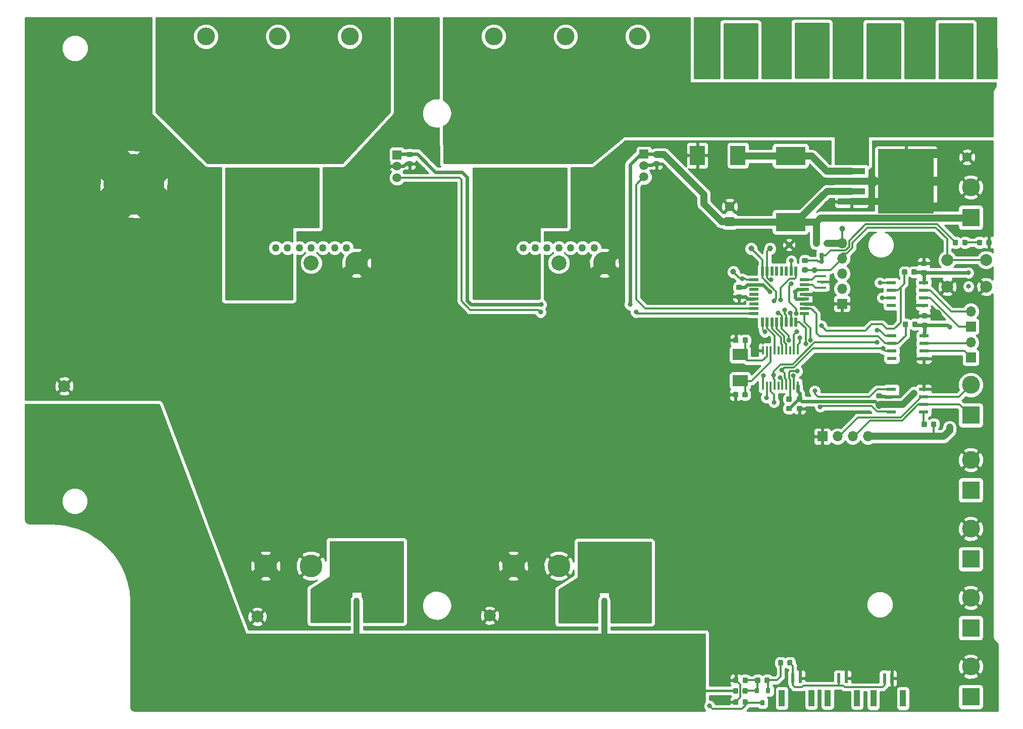
<source format=gbr>
G04 #@! TF.GenerationSoftware,KiCad,Pcbnew,(5.0.1)-3*
G04 #@! TF.CreationDate,2018-11-05T16:43:38-06:00*
G04 #@! TF.ProjectId,power_board,706F7765725F626F6172642E6B696361,rev?*
G04 #@! TF.SameCoordinates,Original*
G04 #@! TF.FileFunction,Copper,L1,Top,Signal*
G04 #@! TF.FilePolarity,Positive*
%FSLAX46Y46*%
G04 Gerber Fmt 4.6, Leading zero omitted, Abs format (unit mm)*
G04 Created by KiCad (PCBNEW (5.0.1)-3) date 11/5/2018 4:43:38 PM*
%MOMM*%
%LPD*%
G01*
G04 APERTURE LIST*
G04 #@! TA.AperFunction,SMDPad,CuDef*
%ADD10R,2.500000X3.300000*%
G04 #@! TD*
G04 #@! TA.AperFunction,ComponentPad*
%ADD11R,1.600000X1.600000*%
G04 #@! TD*
G04 #@! TA.AperFunction,ComponentPad*
%ADD12C,1.600000*%
G04 #@! TD*
G04 #@! TA.AperFunction,BGAPad,CuDef*
%ADD13C,1.000000*%
G04 #@! TD*
G04 #@! TA.AperFunction,ComponentPad*
%ADD14C,3.810000*%
G04 #@! TD*
G04 #@! TA.AperFunction,ComponentPad*
%ADD15C,2.540000*%
G04 #@! TD*
G04 #@! TA.AperFunction,ComponentPad*
%ADD16C,1.270000*%
G04 #@! TD*
G04 #@! TA.AperFunction,Conductor*
%ADD17C,0.100000*%
G04 #@! TD*
G04 #@! TA.AperFunction,SMDPad,CuDef*
%ADD18C,1.925000*%
G04 #@! TD*
G04 #@! TA.AperFunction,ComponentPad*
%ADD19R,2.000000X2.000000*%
G04 #@! TD*
G04 #@! TA.AperFunction,ComponentPad*
%ADD20C,2.000000*%
G04 #@! TD*
G04 #@! TA.AperFunction,SMDPad,CuDef*
%ADD21R,0.600000X1.700000*%
G04 #@! TD*
G04 #@! TA.AperFunction,SMDPad,CuDef*
%ADD22R,1.000000X2.800000*%
G04 #@! TD*
G04 #@! TA.AperFunction,SMDPad,CuDef*
%ADD23C,0.875000*%
G04 #@! TD*
G04 #@! TA.AperFunction,SMDPad,CuDef*
%ADD24R,0.800000X0.900000*%
G04 #@! TD*
G04 #@! TA.AperFunction,ComponentPad*
%ADD25R,1.700000X1.700000*%
G04 #@! TD*
G04 #@! TA.AperFunction,ComponentPad*
%ADD26O,1.700000X1.700000*%
G04 #@! TD*
G04 #@! TA.AperFunction,SMDPad,CuDef*
%ADD27R,1.550000X0.600000*%
G04 #@! TD*
G04 #@! TA.AperFunction,ComponentPad*
%ADD28C,3.000000*%
G04 #@! TD*
G04 #@! TA.AperFunction,ComponentPad*
%ADD29R,3.000000X3.000000*%
G04 #@! TD*
G04 #@! TA.AperFunction,SMDPad,CuDef*
%ADD30R,2.500000X1.900000*%
G04 #@! TD*
G04 #@! TA.AperFunction,SMDPad,CuDef*
%ADD31R,1.600000X0.300000*%
G04 #@! TD*
G04 #@! TA.AperFunction,SMDPad,CuDef*
%ADD32R,5.000000X3.100000*%
G04 #@! TD*
G04 #@! TA.AperFunction,SMDPad,CuDef*
%ADD33R,4.600000X1.100000*%
G04 #@! TD*
G04 #@! TA.AperFunction,SMDPad,CuDef*
%ADD34R,9.400000X10.800000*%
G04 #@! TD*
G04 #@! TA.AperFunction,ComponentPad*
%ADD35C,10.160000*%
G04 #@! TD*
G04 #@! TA.AperFunction,SMDPad,CuDef*
%ADD36R,1.600000X0.550000*%
G04 #@! TD*
G04 #@! TA.AperFunction,SMDPad,CuDef*
%ADD37R,0.550000X1.600000*%
G04 #@! TD*
G04 #@! TA.AperFunction,SMDPad,CuDef*
%ADD38R,0.450000X1.450000*%
G04 #@! TD*
G04 #@! TA.AperFunction,ComponentPad*
%ADD39O,6.000000X9.000000*%
G04 #@! TD*
G04 #@! TA.AperFunction,ComponentPad*
%ADD40R,1.500000X1.500000*%
G04 #@! TD*
G04 #@! TA.AperFunction,ComponentPad*
%ADD41C,1.500000*%
G04 #@! TD*
G04 #@! TA.AperFunction,ComponentPad*
%ADD42C,0.800000*%
G04 #@! TD*
G04 #@! TA.AperFunction,Conductor*
%ADD43C,0.800000*%
G04 #@! TD*
G04 #@! TA.AperFunction,ViaPad*
%ADD44C,1.905000*%
G04 #@! TD*
G04 #@! TA.AperFunction,ViaPad*
%ADD45C,0.800000*%
G04 #@! TD*
G04 #@! TA.AperFunction,Conductor*
%ADD46C,1.524000*%
G04 #@! TD*
G04 #@! TA.AperFunction,Conductor*
%ADD47C,0.250000*%
G04 #@! TD*
G04 #@! TA.AperFunction,Conductor*
%ADD48C,0.609600*%
G04 #@! TD*
G04 #@! TA.AperFunction,Conductor*
%ADD49C,1.143000*%
G04 #@! TD*
G04 #@! TA.AperFunction,Conductor*
%ADD50C,0.304800*%
G04 #@! TD*
G04 #@! TA.AperFunction,Conductor*
%ADD51C,1.905000*%
G04 #@! TD*
G04 #@! TA.AperFunction,Conductor*
%ADD52C,6.350000*%
G04 #@! TD*
G04 #@! TA.AperFunction,Conductor*
%ADD53C,1.016000*%
G04 #@! TD*
G04 #@! TA.AperFunction,Conductor*
%ADD54C,0.406400*%
G04 #@! TD*
G04 #@! TA.AperFunction,Conductor*
%ADD55C,0.254000*%
G04 #@! TD*
G04 APERTURE END LIST*
D10*
G04 #@! TO.P,D2,1*
G04 #@! TO.N,Net-(D2-Pad1)*
X182575200Y-56134000D03*
G04 #@! TO.P,D2,2*
G04 #@! TO.N,GNDREF*
X175775200Y-56134000D03*
G04 #@! TD*
D11*
G04 #@! TO.P,C14,1*
G04 #@! TO.N,+12VA*
X220980000Y-51435000D03*
D12*
G04 #@! TO.P,C14,2*
G04 #@! TO.N,GNDREF*
X220980000Y-56435000D03*
G04 #@! TD*
D13*
G04 #@! TO.P,TP5,1*
G04 #@! TO.N,MOSI*
X187960000Y-71755000D03*
G04 #@! TD*
G04 #@! TO.P,TP6,1*
G04 #@! TO.N,GNDREF*
X191135000Y-71120000D03*
G04 #@! TD*
G04 #@! TO.P,TP1,1*
G04 #@! TO.N,MISO*
X184785000Y-71755000D03*
G04 #@! TD*
G04 #@! TO.P,TP2,1*
G04 #@! TO.N,SCK*
X181787800Y-75641200D03*
G04 #@! TD*
G04 #@! TO.P,TP3,1*
G04 #@! TO.N,RESET*
X195376800Y-75336400D03*
G04 #@! TD*
G04 #@! TO.P,TP4,1*
G04 #@! TO.N,VPP*
X200025000Y-68402200D03*
G04 #@! TD*
D14*
G04 #@! TO.P,REG2,1*
G04 #@! TO.N,48V*
X160147000Y-124968000D03*
G04 #@! TO.P,REG2,2*
G04 #@! TO.N,GNDREF*
X152527000Y-124968000D03*
G04 #@! TO.P,REG2,3*
X144907000Y-124968000D03*
G04 #@! TO.P,REG2,6*
X160147000Y-74168000D03*
D15*
G04 #@! TO.P,REG2,5*
G04 #@! TO.N,Net-(REG2-Pad5)*
X152527000Y-74168000D03*
D14*
G04 #@! TO.P,REG2,4*
G04 #@! TO.N,12VA_IN*
X144907000Y-74168000D03*
D16*
G04 #@! TO.P,REG2,7*
G04 #@! TO.N,N/C*
X146583400Y-71628000D03*
G04 #@! TO.P,REG2,8*
X148564600Y-71628000D03*
G04 #@! TO.P,REG2,9*
X150545800Y-71628000D03*
G04 #@! TO.P,REG2,10*
X152527000Y-71628000D03*
G04 #@! TO.P,REG2,11*
X154508200Y-71628000D03*
G04 #@! TO.P,REG2,12*
X156489400Y-71628000D03*
G04 #@! TO.P,REG2,13*
X158470600Y-71628000D03*
G04 #@! TD*
D17*
G04 #@! TO.N,+12VA*
G04 #@! TO.C,F3*
G36*
X209509505Y-47596704D02*
X209533773Y-47600304D01*
X209557572Y-47606265D01*
X209580671Y-47614530D01*
X209602850Y-47625020D01*
X209623893Y-47637632D01*
X209643599Y-47652247D01*
X209661777Y-47668723D01*
X209678253Y-47686901D01*
X209692868Y-47706607D01*
X209705480Y-47727650D01*
X209715970Y-47749829D01*
X209724235Y-47772928D01*
X209730196Y-47796727D01*
X209733796Y-47820995D01*
X209735000Y-47845499D01*
X209735000Y-49270501D01*
X209733796Y-49295005D01*
X209730196Y-49319273D01*
X209724235Y-49343072D01*
X209715970Y-49366171D01*
X209705480Y-49388350D01*
X209692868Y-49409393D01*
X209678253Y-49429099D01*
X209661777Y-49447277D01*
X209643599Y-49463753D01*
X209623893Y-49478368D01*
X209602850Y-49490980D01*
X209580671Y-49501470D01*
X209557572Y-49509735D01*
X209533773Y-49515696D01*
X209509505Y-49519296D01*
X209485001Y-49520500D01*
X204534999Y-49520500D01*
X204510495Y-49519296D01*
X204486227Y-49515696D01*
X204462428Y-49509735D01*
X204439329Y-49501470D01*
X204417150Y-49490980D01*
X204396107Y-49478368D01*
X204376401Y-49463753D01*
X204358223Y-49447277D01*
X204341747Y-49429099D01*
X204327132Y-49409393D01*
X204314520Y-49388350D01*
X204304030Y-49366171D01*
X204295765Y-49343072D01*
X204289804Y-49319273D01*
X204286204Y-49295005D01*
X204285000Y-49270501D01*
X204285000Y-47845499D01*
X204286204Y-47820995D01*
X204289804Y-47796727D01*
X204295765Y-47772928D01*
X204304030Y-47749829D01*
X204314520Y-47727650D01*
X204327132Y-47706607D01*
X204341747Y-47686901D01*
X204358223Y-47668723D01*
X204376401Y-47652247D01*
X204396107Y-47637632D01*
X204417150Y-47625020D01*
X204439329Y-47614530D01*
X204462428Y-47606265D01*
X204486227Y-47600304D01*
X204510495Y-47596704D01*
X204534999Y-47595500D01*
X209485001Y-47595500D01*
X209509505Y-47596704D01*
X209509505Y-47596704D01*
G37*
D18*
G04 #@! TD*
G04 #@! TO.P,F3,2*
G04 #@! TO.N,+12VA*
X207010000Y-48558000D03*
D17*
G04 #@! TO.N,Net-(F3-Pad1)*
G04 #@! TO.C,F3*
G36*
X209509505Y-40821704D02*
X209533773Y-40825304D01*
X209557572Y-40831265D01*
X209580671Y-40839530D01*
X209602850Y-40850020D01*
X209623893Y-40862632D01*
X209643599Y-40877247D01*
X209661777Y-40893723D01*
X209678253Y-40911901D01*
X209692868Y-40931607D01*
X209705480Y-40952650D01*
X209715970Y-40974829D01*
X209724235Y-40997928D01*
X209730196Y-41021727D01*
X209733796Y-41045995D01*
X209735000Y-41070499D01*
X209735000Y-42495501D01*
X209733796Y-42520005D01*
X209730196Y-42544273D01*
X209724235Y-42568072D01*
X209715970Y-42591171D01*
X209705480Y-42613350D01*
X209692868Y-42634393D01*
X209678253Y-42654099D01*
X209661777Y-42672277D01*
X209643599Y-42688753D01*
X209623893Y-42703368D01*
X209602850Y-42715980D01*
X209580671Y-42726470D01*
X209557572Y-42734735D01*
X209533773Y-42740696D01*
X209509505Y-42744296D01*
X209485001Y-42745500D01*
X204534999Y-42745500D01*
X204510495Y-42744296D01*
X204486227Y-42740696D01*
X204462428Y-42734735D01*
X204439329Y-42726470D01*
X204417150Y-42715980D01*
X204396107Y-42703368D01*
X204376401Y-42688753D01*
X204358223Y-42672277D01*
X204341747Y-42654099D01*
X204327132Y-42634393D01*
X204314520Y-42613350D01*
X204304030Y-42591171D01*
X204295765Y-42568072D01*
X204289804Y-42544273D01*
X204286204Y-42520005D01*
X204285000Y-42495501D01*
X204285000Y-41070499D01*
X204286204Y-41045995D01*
X204289804Y-41021727D01*
X204295765Y-40997928D01*
X204304030Y-40974829D01*
X204314520Y-40952650D01*
X204327132Y-40931607D01*
X204341747Y-40911901D01*
X204358223Y-40893723D01*
X204376401Y-40877247D01*
X204396107Y-40862632D01*
X204417150Y-40850020D01*
X204439329Y-40839530D01*
X204462428Y-40831265D01*
X204486227Y-40825304D01*
X204510495Y-40821704D01*
X204534999Y-40820500D01*
X209485001Y-40820500D01*
X209509505Y-40821704D01*
X209509505Y-40821704D01*
G37*
D18*
G04 #@! TD*
G04 #@! TO.P,F3,1*
G04 #@! TO.N,Net-(F3-Pad1)*
X207010000Y-41783000D03*
D17*
G04 #@! TO.N,Net-(F4-Pad1)*
G04 #@! TO.C,F4*
G36*
X197444505Y-40863204D02*
X197468773Y-40866804D01*
X197492572Y-40872765D01*
X197515671Y-40881030D01*
X197537850Y-40891520D01*
X197558893Y-40904132D01*
X197578599Y-40918747D01*
X197596777Y-40935223D01*
X197613253Y-40953401D01*
X197627868Y-40973107D01*
X197640480Y-40994150D01*
X197650970Y-41016329D01*
X197659235Y-41039428D01*
X197665196Y-41063227D01*
X197668796Y-41087495D01*
X197670000Y-41111999D01*
X197670000Y-42537001D01*
X197668796Y-42561505D01*
X197665196Y-42585773D01*
X197659235Y-42609572D01*
X197650970Y-42632671D01*
X197640480Y-42654850D01*
X197627868Y-42675893D01*
X197613253Y-42695599D01*
X197596777Y-42713777D01*
X197578599Y-42730253D01*
X197558893Y-42744868D01*
X197537850Y-42757480D01*
X197515671Y-42767970D01*
X197492572Y-42776235D01*
X197468773Y-42782196D01*
X197444505Y-42785796D01*
X197420001Y-42787000D01*
X192469999Y-42787000D01*
X192445495Y-42785796D01*
X192421227Y-42782196D01*
X192397428Y-42776235D01*
X192374329Y-42767970D01*
X192352150Y-42757480D01*
X192331107Y-42744868D01*
X192311401Y-42730253D01*
X192293223Y-42713777D01*
X192276747Y-42695599D01*
X192262132Y-42675893D01*
X192249520Y-42654850D01*
X192239030Y-42632671D01*
X192230765Y-42609572D01*
X192224804Y-42585773D01*
X192221204Y-42561505D01*
X192220000Y-42537001D01*
X192220000Y-41111999D01*
X192221204Y-41087495D01*
X192224804Y-41063227D01*
X192230765Y-41039428D01*
X192239030Y-41016329D01*
X192249520Y-40994150D01*
X192262132Y-40973107D01*
X192276747Y-40953401D01*
X192293223Y-40935223D01*
X192311401Y-40918747D01*
X192331107Y-40904132D01*
X192352150Y-40891520D01*
X192374329Y-40881030D01*
X192397428Y-40872765D01*
X192421227Y-40866804D01*
X192445495Y-40863204D01*
X192469999Y-40862000D01*
X197420001Y-40862000D01*
X197444505Y-40863204D01*
X197444505Y-40863204D01*
G37*
D18*
G04 #@! TD*
G04 #@! TO.P,F4,1*
G04 #@! TO.N,Net-(F4-Pad1)*
X194945000Y-41824500D03*
D17*
G04 #@! TO.N,+12VA*
G04 #@! TO.C,F4*
G36*
X197444505Y-47638204D02*
X197468773Y-47641804D01*
X197492572Y-47647765D01*
X197515671Y-47656030D01*
X197537850Y-47666520D01*
X197558893Y-47679132D01*
X197578599Y-47693747D01*
X197596777Y-47710223D01*
X197613253Y-47728401D01*
X197627868Y-47748107D01*
X197640480Y-47769150D01*
X197650970Y-47791329D01*
X197659235Y-47814428D01*
X197665196Y-47838227D01*
X197668796Y-47862495D01*
X197670000Y-47886999D01*
X197670000Y-49312001D01*
X197668796Y-49336505D01*
X197665196Y-49360773D01*
X197659235Y-49384572D01*
X197650970Y-49407671D01*
X197640480Y-49429850D01*
X197627868Y-49450893D01*
X197613253Y-49470599D01*
X197596777Y-49488777D01*
X197578599Y-49505253D01*
X197558893Y-49519868D01*
X197537850Y-49532480D01*
X197515671Y-49542970D01*
X197492572Y-49551235D01*
X197468773Y-49557196D01*
X197444505Y-49560796D01*
X197420001Y-49562000D01*
X192469999Y-49562000D01*
X192445495Y-49560796D01*
X192421227Y-49557196D01*
X192397428Y-49551235D01*
X192374329Y-49542970D01*
X192352150Y-49532480D01*
X192331107Y-49519868D01*
X192311401Y-49505253D01*
X192293223Y-49488777D01*
X192276747Y-49470599D01*
X192262132Y-49450893D01*
X192249520Y-49429850D01*
X192239030Y-49407671D01*
X192230765Y-49384572D01*
X192224804Y-49360773D01*
X192221204Y-49336505D01*
X192220000Y-49312001D01*
X192220000Y-47886999D01*
X192221204Y-47862495D01*
X192224804Y-47838227D01*
X192230765Y-47814428D01*
X192239030Y-47791329D01*
X192249520Y-47769150D01*
X192262132Y-47748107D01*
X192276747Y-47728401D01*
X192293223Y-47710223D01*
X192311401Y-47693747D01*
X192331107Y-47679132D01*
X192352150Y-47666520D01*
X192374329Y-47656030D01*
X192397428Y-47647765D01*
X192421227Y-47641804D01*
X192445495Y-47638204D01*
X192469999Y-47637000D01*
X197420001Y-47637000D01*
X197444505Y-47638204D01*
X197444505Y-47638204D01*
G37*
D18*
G04 #@! TD*
G04 #@! TO.P,F4,2*
G04 #@! TO.N,+12VA*
X194945000Y-48599500D03*
D17*
G04 #@! TO.N,+12VA*
G04 #@! TO.C,F1*
G36*
X221574505Y-47596704D02*
X221598773Y-47600304D01*
X221622572Y-47606265D01*
X221645671Y-47614530D01*
X221667850Y-47625020D01*
X221688893Y-47637632D01*
X221708599Y-47652247D01*
X221726777Y-47668723D01*
X221743253Y-47686901D01*
X221757868Y-47706607D01*
X221770480Y-47727650D01*
X221780970Y-47749829D01*
X221789235Y-47772928D01*
X221795196Y-47796727D01*
X221798796Y-47820995D01*
X221800000Y-47845499D01*
X221800000Y-49270501D01*
X221798796Y-49295005D01*
X221795196Y-49319273D01*
X221789235Y-49343072D01*
X221780970Y-49366171D01*
X221770480Y-49388350D01*
X221757868Y-49409393D01*
X221743253Y-49429099D01*
X221726777Y-49447277D01*
X221708599Y-49463753D01*
X221688893Y-49478368D01*
X221667850Y-49490980D01*
X221645671Y-49501470D01*
X221622572Y-49509735D01*
X221598773Y-49515696D01*
X221574505Y-49519296D01*
X221550001Y-49520500D01*
X216599999Y-49520500D01*
X216575495Y-49519296D01*
X216551227Y-49515696D01*
X216527428Y-49509735D01*
X216504329Y-49501470D01*
X216482150Y-49490980D01*
X216461107Y-49478368D01*
X216441401Y-49463753D01*
X216423223Y-49447277D01*
X216406747Y-49429099D01*
X216392132Y-49409393D01*
X216379520Y-49388350D01*
X216369030Y-49366171D01*
X216360765Y-49343072D01*
X216354804Y-49319273D01*
X216351204Y-49295005D01*
X216350000Y-49270501D01*
X216350000Y-47845499D01*
X216351204Y-47820995D01*
X216354804Y-47796727D01*
X216360765Y-47772928D01*
X216369030Y-47749829D01*
X216379520Y-47727650D01*
X216392132Y-47706607D01*
X216406747Y-47686901D01*
X216423223Y-47668723D01*
X216441401Y-47652247D01*
X216461107Y-47637632D01*
X216482150Y-47625020D01*
X216504329Y-47614530D01*
X216527428Y-47606265D01*
X216551227Y-47600304D01*
X216575495Y-47596704D01*
X216599999Y-47595500D01*
X221550001Y-47595500D01*
X221574505Y-47596704D01*
X221574505Y-47596704D01*
G37*
D18*
G04 #@! TD*
G04 #@! TO.P,F1,2*
G04 #@! TO.N,+12VA*
X219075000Y-48558000D03*
D17*
G04 #@! TO.N,Net-(F1-Pad1)*
G04 #@! TO.C,F1*
G36*
X221574505Y-40821704D02*
X221598773Y-40825304D01*
X221622572Y-40831265D01*
X221645671Y-40839530D01*
X221667850Y-40850020D01*
X221688893Y-40862632D01*
X221708599Y-40877247D01*
X221726777Y-40893723D01*
X221743253Y-40911901D01*
X221757868Y-40931607D01*
X221770480Y-40952650D01*
X221780970Y-40974829D01*
X221789235Y-40997928D01*
X221795196Y-41021727D01*
X221798796Y-41045995D01*
X221800000Y-41070499D01*
X221800000Y-42495501D01*
X221798796Y-42520005D01*
X221795196Y-42544273D01*
X221789235Y-42568072D01*
X221780970Y-42591171D01*
X221770480Y-42613350D01*
X221757868Y-42634393D01*
X221743253Y-42654099D01*
X221726777Y-42672277D01*
X221708599Y-42688753D01*
X221688893Y-42703368D01*
X221667850Y-42715980D01*
X221645671Y-42726470D01*
X221622572Y-42734735D01*
X221598773Y-42740696D01*
X221574505Y-42744296D01*
X221550001Y-42745500D01*
X216599999Y-42745500D01*
X216575495Y-42744296D01*
X216551227Y-42740696D01*
X216527428Y-42734735D01*
X216504329Y-42726470D01*
X216482150Y-42715980D01*
X216461107Y-42703368D01*
X216441401Y-42688753D01*
X216423223Y-42672277D01*
X216406747Y-42654099D01*
X216392132Y-42634393D01*
X216379520Y-42613350D01*
X216369030Y-42591171D01*
X216360765Y-42568072D01*
X216354804Y-42544273D01*
X216351204Y-42520005D01*
X216350000Y-42495501D01*
X216350000Y-41070499D01*
X216351204Y-41045995D01*
X216354804Y-41021727D01*
X216360765Y-40997928D01*
X216369030Y-40974829D01*
X216379520Y-40952650D01*
X216392132Y-40931607D01*
X216406747Y-40911901D01*
X216423223Y-40893723D01*
X216441401Y-40877247D01*
X216461107Y-40862632D01*
X216482150Y-40850020D01*
X216504329Y-40839530D01*
X216527428Y-40831265D01*
X216551227Y-40825304D01*
X216575495Y-40821704D01*
X216599999Y-40820500D01*
X221550001Y-40820500D01*
X221574505Y-40821704D01*
X221574505Y-40821704D01*
G37*
D18*
G04 #@! TD*
G04 #@! TO.P,F1,1*
G04 #@! TO.N,Net-(F1-Pad1)*
X219075000Y-41783000D03*
D17*
G04 #@! TO.N,Net-(F2-Pad1)*
G04 #@! TO.C,F2*
G36*
X185506505Y-40904704D02*
X185530773Y-40908304D01*
X185554572Y-40914265D01*
X185577671Y-40922530D01*
X185599850Y-40933020D01*
X185620893Y-40945632D01*
X185640599Y-40960247D01*
X185658777Y-40976723D01*
X185675253Y-40994901D01*
X185689868Y-41014607D01*
X185702480Y-41035650D01*
X185712970Y-41057829D01*
X185721235Y-41080928D01*
X185727196Y-41104727D01*
X185730796Y-41128995D01*
X185732000Y-41153499D01*
X185732000Y-42578501D01*
X185730796Y-42603005D01*
X185727196Y-42627273D01*
X185721235Y-42651072D01*
X185712970Y-42674171D01*
X185702480Y-42696350D01*
X185689868Y-42717393D01*
X185675253Y-42737099D01*
X185658777Y-42755277D01*
X185640599Y-42771753D01*
X185620893Y-42786368D01*
X185599850Y-42798980D01*
X185577671Y-42809470D01*
X185554572Y-42817735D01*
X185530773Y-42823696D01*
X185506505Y-42827296D01*
X185482001Y-42828500D01*
X180531999Y-42828500D01*
X180507495Y-42827296D01*
X180483227Y-42823696D01*
X180459428Y-42817735D01*
X180436329Y-42809470D01*
X180414150Y-42798980D01*
X180393107Y-42786368D01*
X180373401Y-42771753D01*
X180355223Y-42755277D01*
X180338747Y-42737099D01*
X180324132Y-42717393D01*
X180311520Y-42696350D01*
X180301030Y-42674171D01*
X180292765Y-42651072D01*
X180286804Y-42627273D01*
X180283204Y-42603005D01*
X180282000Y-42578501D01*
X180282000Y-41153499D01*
X180283204Y-41128995D01*
X180286804Y-41104727D01*
X180292765Y-41080928D01*
X180301030Y-41057829D01*
X180311520Y-41035650D01*
X180324132Y-41014607D01*
X180338747Y-40994901D01*
X180355223Y-40976723D01*
X180373401Y-40960247D01*
X180393107Y-40945632D01*
X180414150Y-40933020D01*
X180436329Y-40922530D01*
X180459428Y-40914265D01*
X180483227Y-40908304D01*
X180507495Y-40904704D01*
X180531999Y-40903500D01*
X185482001Y-40903500D01*
X185506505Y-40904704D01*
X185506505Y-40904704D01*
G37*
D18*
G04 #@! TD*
G04 #@! TO.P,F2,1*
G04 #@! TO.N,Net-(F2-Pad1)*
X183007000Y-41866000D03*
D17*
G04 #@! TO.N,+12VA*
G04 #@! TO.C,F2*
G36*
X185506505Y-47679704D02*
X185530773Y-47683304D01*
X185554572Y-47689265D01*
X185577671Y-47697530D01*
X185599850Y-47708020D01*
X185620893Y-47720632D01*
X185640599Y-47735247D01*
X185658777Y-47751723D01*
X185675253Y-47769901D01*
X185689868Y-47789607D01*
X185702480Y-47810650D01*
X185712970Y-47832829D01*
X185721235Y-47855928D01*
X185727196Y-47879727D01*
X185730796Y-47903995D01*
X185732000Y-47928499D01*
X185732000Y-49353501D01*
X185730796Y-49378005D01*
X185727196Y-49402273D01*
X185721235Y-49426072D01*
X185712970Y-49449171D01*
X185702480Y-49471350D01*
X185689868Y-49492393D01*
X185675253Y-49512099D01*
X185658777Y-49530277D01*
X185640599Y-49546753D01*
X185620893Y-49561368D01*
X185599850Y-49573980D01*
X185577671Y-49584470D01*
X185554572Y-49592735D01*
X185530773Y-49598696D01*
X185506505Y-49602296D01*
X185482001Y-49603500D01*
X180531999Y-49603500D01*
X180507495Y-49602296D01*
X180483227Y-49598696D01*
X180459428Y-49592735D01*
X180436329Y-49584470D01*
X180414150Y-49573980D01*
X180393107Y-49561368D01*
X180373401Y-49546753D01*
X180355223Y-49530277D01*
X180338747Y-49512099D01*
X180324132Y-49492393D01*
X180311520Y-49471350D01*
X180301030Y-49449171D01*
X180292765Y-49426072D01*
X180286804Y-49402273D01*
X180283204Y-49378005D01*
X180282000Y-49353501D01*
X180282000Y-47928499D01*
X180283204Y-47903995D01*
X180286804Y-47879727D01*
X180292765Y-47855928D01*
X180301030Y-47832829D01*
X180311520Y-47810650D01*
X180324132Y-47789607D01*
X180338747Y-47769901D01*
X180355223Y-47751723D01*
X180373401Y-47735247D01*
X180393107Y-47720632D01*
X180414150Y-47708020D01*
X180436329Y-47697530D01*
X180459428Y-47689265D01*
X180483227Y-47683304D01*
X180507495Y-47679704D01*
X180531999Y-47678500D01*
X185482001Y-47678500D01*
X185506505Y-47679704D01*
X185506505Y-47679704D01*
G37*
D18*
G04 #@! TD*
G04 #@! TO.P,F2,2*
G04 #@! TO.N,+12VA*
X183007000Y-48641000D03*
D19*
G04 #@! TO.P,C11,1*
G04 #@! TO.N,+48V*
X101981000Y-138477000D03*
D20*
G04 #@! TO.P,C11,2*
G04 #@! TO.N,GNDREF*
X101981000Y-133477000D03*
G04 #@! TD*
G04 #@! TO.P,C1,2*
G04 #@! TO.N,GNDREF*
X69596000Y-94822000D03*
D19*
G04 #@! TO.P,C1,1*
G04 #@! TO.N,+48V*
X69596000Y-99822000D03*
G04 #@! TD*
G04 #@! TO.P,C2,1*
G04 #@! TO.N,+48V*
X140970000Y-138303000D03*
D20*
G04 #@! TO.P,C2,2*
G04 #@! TO.N,GNDREF*
X140970000Y-133303000D03*
G04 #@! TD*
D21*
G04 #@! TO.P,J5,1*
G04 #@! TO.N,GNDREF*
X200712000Y-143795080D03*
G04 #@! TO.P,J5,2*
G04 #@! TO.N,Net-(J18-Pad2)*
X199462000Y-143795080D03*
D22*
G04 #@! TO.P,J5,MP*
G04 #@! TO.N,N/C*
X202562000Y-147145080D03*
X197612000Y-147145080D03*
G04 #@! TD*
G04 #@! TO.P,J4,MP*
G04 #@! TO.N,N/C*
X189926920Y-147145080D03*
X194876920Y-147145080D03*
D21*
G04 #@! TO.P,J4,2*
G04 #@! TO.N,Net-(J18-Pad2)*
X191776920Y-143795080D03*
G04 #@! TO.P,J4,1*
G04 #@! TO.N,GNDREF*
X193026920Y-143795080D03*
G04 #@! TD*
D17*
G04 #@! TO.N,+5VA*
G04 #@! TO.C,R5*
G36*
X184034691Y-143671053D02*
X184055926Y-143674203D01*
X184076750Y-143679419D01*
X184096962Y-143686651D01*
X184116368Y-143695830D01*
X184134781Y-143706866D01*
X184152024Y-143719654D01*
X184167930Y-143734070D01*
X184182346Y-143749976D01*
X184195134Y-143767219D01*
X184206170Y-143785632D01*
X184215349Y-143805038D01*
X184222581Y-143825250D01*
X184227797Y-143846074D01*
X184230947Y-143867309D01*
X184232000Y-143888750D01*
X184232000Y-144401250D01*
X184230947Y-144422691D01*
X184227797Y-144443926D01*
X184222581Y-144464750D01*
X184215349Y-144484962D01*
X184206170Y-144504368D01*
X184195134Y-144522781D01*
X184182346Y-144540024D01*
X184167930Y-144555930D01*
X184152024Y-144570346D01*
X184134781Y-144583134D01*
X184116368Y-144594170D01*
X184096962Y-144603349D01*
X184076750Y-144610581D01*
X184055926Y-144615797D01*
X184034691Y-144618947D01*
X184013250Y-144620000D01*
X183575750Y-144620000D01*
X183554309Y-144618947D01*
X183533074Y-144615797D01*
X183512250Y-144610581D01*
X183492038Y-144603349D01*
X183472632Y-144594170D01*
X183454219Y-144583134D01*
X183436976Y-144570346D01*
X183421070Y-144555930D01*
X183406654Y-144540024D01*
X183393866Y-144522781D01*
X183382830Y-144504368D01*
X183373651Y-144484962D01*
X183366419Y-144464750D01*
X183361203Y-144443926D01*
X183358053Y-144422691D01*
X183357000Y-144401250D01*
X183357000Y-143888750D01*
X183358053Y-143867309D01*
X183361203Y-143846074D01*
X183366419Y-143825250D01*
X183373651Y-143805038D01*
X183382830Y-143785632D01*
X183393866Y-143767219D01*
X183406654Y-143749976D01*
X183421070Y-143734070D01*
X183436976Y-143719654D01*
X183454219Y-143706866D01*
X183472632Y-143695830D01*
X183492038Y-143686651D01*
X183512250Y-143679419D01*
X183533074Y-143674203D01*
X183554309Y-143671053D01*
X183575750Y-143670000D01*
X184013250Y-143670000D01*
X184034691Y-143671053D01*
X184034691Y-143671053D01*
G37*
D23*
G04 #@! TD*
G04 #@! TO.P,R5,2*
G04 #@! TO.N,+5VA*
X183794500Y-144145000D03*
D17*
G04 #@! TO.N,GNDREF*
G04 #@! TO.C,R5*
G36*
X182459691Y-143671053D02*
X182480926Y-143674203D01*
X182501750Y-143679419D01*
X182521962Y-143686651D01*
X182541368Y-143695830D01*
X182559781Y-143706866D01*
X182577024Y-143719654D01*
X182592930Y-143734070D01*
X182607346Y-143749976D01*
X182620134Y-143767219D01*
X182631170Y-143785632D01*
X182640349Y-143805038D01*
X182647581Y-143825250D01*
X182652797Y-143846074D01*
X182655947Y-143867309D01*
X182657000Y-143888750D01*
X182657000Y-144401250D01*
X182655947Y-144422691D01*
X182652797Y-144443926D01*
X182647581Y-144464750D01*
X182640349Y-144484962D01*
X182631170Y-144504368D01*
X182620134Y-144522781D01*
X182607346Y-144540024D01*
X182592930Y-144555930D01*
X182577024Y-144570346D01*
X182559781Y-144583134D01*
X182541368Y-144594170D01*
X182521962Y-144603349D01*
X182501750Y-144610581D01*
X182480926Y-144615797D01*
X182459691Y-144618947D01*
X182438250Y-144620000D01*
X182000750Y-144620000D01*
X181979309Y-144618947D01*
X181958074Y-144615797D01*
X181937250Y-144610581D01*
X181917038Y-144603349D01*
X181897632Y-144594170D01*
X181879219Y-144583134D01*
X181861976Y-144570346D01*
X181846070Y-144555930D01*
X181831654Y-144540024D01*
X181818866Y-144522781D01*
X181807830Y-144504368D01*
X181798651Y-144484962D01*
X181791419Y-144464750D01*
X181786203Y-144443926D01*
X181783053Y-144422691D01*
X181782000Y-144401250D01*
X181782000Y-143888750D01*
X181783053Y-143867309D01*
X181786203Y-143846074D01*
X181791419Y-143825250D01*
X181798651Y-143805038D01*
X181807830Y-143785632D01*
X181818866Y-143767219D01*
X181831654Y-143749976D01*
X181846070Y-143734070D01*
X181861976Y-143719654D01*
X181879219Y-143706866D01*
X181897632Y-143695830D01*
X181917038Y-143686651D01*
X181937250Y-143679419D01*
X181958074Y-143674203D01*
X181979309Y-143671053D01*
X182000750Y-143670000D01*
X182438250Y-143670000D01*
X182459691Y-143671053D01*
X182459691Y-143671053D01*
G37*
D23*
G04 #@! TD*
G04 #@! TO.P,R5,1*
G04 #@! TO.N,GNDREF*
X182219500Y-144145000D03*
D17*
G04 #@! TO.N,+5VA*
G04 #@! TO.C,R4*
G36*
X184009191Y-145449053D02*
X184030426Y-145452203D01*
X184051250Y-145457419D01*
X184071462Y-145464651D01*
X184090868Y-145473830D01*
X184109281Y-145484866D01*
X184126524Y-145497654D01*
X184142430Y-145512070D01*
X184156846Y-145527976D01*
X184169634Y-145545219D01*
X184180670Y-145563632D01*
X184189849Y-145583038D01*
X184197081Y-145603250D01*
X184202297Y-145624074D01*
X184205447Y-145645309D01*
X184206500Y-145666750D01*
X184206500Y-146179250D01*
X184205447Y-146200691D01*
X184202297Y-146221926D01*
X184197081Y-146242750D01*
X184189849Y-146262962D01*
X184180670Y-146282368D01*
X184169634Y-146300781D01*
X184156846Y-146318024D01*
X184142430Y-146333930D01*
X184126524Y-146348346D01*
X184109281Y-146361134D01*
X184090868Y-146372170D01*
X184071462Y-146381349D01*
X184051250Y-146388581D01*
X184030426Y-146393797D01*
X184009191Y-146396947D01*
X183987750Y-146398000D01*
X183550250Y-146398000D01*
X183528809Y-146396947D01*
X183507574Y-146393797D01*
X183486750Y-146388581D01*
X183466538Y-146381349D01*
X183447132Y-146372170D01*
X183428719Y-146361134D01*
X183411476Y-146348346D01*
X183395570Y-146333930D01*
X183381154Y-146318024D01*
X183368366Y-146300781D01*
X183357330Y-146282368D01*
X183348151Y-146262962D01*
X183340919Y-146242750D01*
X183335703Y-146221926D01*
X183332553Y-146200691D01*
X183331500Y-146179250D01*
X183331500Y-145666750D01*
X183332553Y-145645309D01*
X183335703Y-145624074D01*
X183340919Y-145603250D01*
X183348151Y-145583038D01*
X183357330Y-145563632D01*
X183368366Y-145545219D01*
X183381154Y-145527976D01*
X183395570Y-145512070D01*
X183411476Y-145497654D01*
X183428719Y-145484866D01*
X183447132Y-145473830D01*
X183466538Y-145464651D01*
X183486750Y-145457419D01*
X183507574Y-145452203D01*
X183528809Y-145449053D01*
X183550250Y-145448000D01*
X183987750Y-145448000D01*
X184009191Y-145449053D01*
X184009191Y-145449053D01*
G37*
D23*
G04 #@! TD*
G04 #@! TO.P,R4,1*
G04 #@! TO.N,+5VA*
X183769000Y-145923000D03*
D17*
G04 #@! TO.N,+48V*
G04 #@! TO.C,R4*
G36*
X182434191Y-145449053D02*
X182455426Y-145452203D01*
X182476250Y-145457419D01*
X182496462Y-145464651D01*
X182515868Y-145473830D01*
X182534281Y-145484866D01*
X182551524Y-145497654D01*
X182567430Y-145512070D01*
X182581846Y-145527976D01*
X182594634Y-145545219D01*
X182605670Y-145563632D01*
X182614849Y-145583038D01*
X182622081Y-145603250D01*
X182627297Y-145624074D01*
X182630447Y-145645309D01*
X182631500Y-145666750D01*
X182631500Y-146179250D01*
X182630447Y-146200691D01*
X182627297Y-146221926D01*
X182622081Y-146242750D01*
X182614849Y-146262962D01*
X182605670Y-146282368D01*
X182594634Y-146300781D01*
X182581846Y-146318024D01*
X182567430Y-146333930D01*
X182551524Y-146348346D01*
X182534281Y-146361134D01*
X182515868Y-146372170D01*
X182496462Y-146381349D01*
X182476250Y-146388581D01*
X182455426Y-146393797D01*
X182434191Y-146396947D01*
X182412750Y-146398000D01*
X181975250Y-146398000D01*
X181953809Y-146396947D01*
X181932574Y-146393797D01*
X181911750Y-146388581D01*
X181891538Y-146381349D01*
X181872132Y-146372170D01*
X181853719Y-146361134D01*
X181836476Y-146348346D01*
X181820570Y-146333930D01*
X181806154Y-146318024D01*
X181793366Y-146300781D01*
X181782330Y-146282368D01*
X181773151Y-146262962D01*
X181765919Y-146242750D01*
X181760703Y-146221926D01*
X181757553Y-146200691D01*
X181756500Y-146179250D01*
X181756500Y-145666750D01*
X181757553Y-145645309D01*
X181760703Y-145624074D01*
X181765919Y-145603250D01*
X181773151Y-145583038D01*
X181782330Y-145563632D01*
X181793366Y-145545219D01*
X181806154Y-145527976D01*
X181820570Y-145512070D01*
X181836476Y-145497654D01*
X181853719Y-145484866D01*
X181872132Y-145473830D01*
X181891538Y-145464651D01*
X181911750Y-145457419D01*
X181932574Y-145452203D01*
X181953809Y-145449053D01*
X181975250Y-145448000D01*
X182412750Y-145448000D01*
X182434191Y-145449053D01*
X182434191Y-145449053D01*
G37*
D23*
G04 #@! TD*
G04 #@! TO.P,R4,2*
G04 #@! TO.N,+48V*
X182194000Y-145923000D03*
D17*
G04 #@! TO.N,Net-(J18-Pad2)*
G04 #@! TO.C,R2*
G36*
X191527691Y-140750053D02*
X191548926Y-140753203D01*
X191569750Y-140758419D01*
X191589962Y-140765651D01*
X191609368Y-140774830D01*
X191627781Y-140785866D01*
X191645024Y-140798654D01*
X191660930Y-140813070D01*
X191675346Y-140828976D01*
X191688134Y-140846219D01*
X191699170Y-140864632D01*
X191708349Y-140884038D01*
X191715581Y-140904250D01*
X191720797Y-140925074D01*
X191723947Y-140946309D01*
X191725000Y-140967750D01*
X191725000Y-141480250D01*
X191723947Y-141501691D01*
X191720797Y-141522926D01*
X191715581Y-141543750D01*
X191708349Y-141563962D01*
X191699170Y-141583368D01*
X191688134Y-141601781D01*
X191675346Y-141619024D01*
X191660930Y-141634930D01*
X191645024Y-141649346D01*
X191627781Y-141662134D01*
X191609368Y-141673170D01*
X191589962Y-141682349D01*
X191569750Y-141689581D01*
X191548926Y-141694797D01*
X191527691Y-141697947D01*
X191506250Y-141699000D01*
X191068750Y-141699000D01*
X191047309Y-141697947D01*
X191026074Y-141694797D01*
X191005250Y-141689581D01*
X190985038Y-141682349D01*
X190965632Y-141673170D01*
X190947219Y-141662134D01*
X190929976Y-141649346D01*
X190914070Y-141634930D01*
X190899654Y-141619024D01*
X190886866Y-141601781D01*
X190875830Y-141583368D01*
X190866651Y-141563962D01*
X190859419Y-141543750D01*
X190854203Y-141522926D01*
X190851053Y-141501691D01*
X190850000Y-141480250D01*
X190850000Y-140967750D01*
X190851053Y-140946309D01*
X190854203Y-140925074D01*
X190859419Y-140904250D01*
X190866651Y-140884038D01*
X190875830Y-140864632D01*
X190886866Y-140846219D01*
X190899654Y-140828976D01*
X190914070Y-140813070D01*
X190929976Y-140798654D01*
X190947219Y-140785866D01*
X190965632Y-140774830D01*
X190985038Y-140765651D01*
X191005250Y-140758419D01*
X191026074Y-140753203D01*
X191047309Y-140750053D01*
X191068750Y-140749000D01*
X191506250Y-140749000D01*
X191527691Y-140750053D01*
X191527691Y-140750053D01*
G37*
D23*
G04 #@! TD*
G04 #@! TO.P,R2,1*
G04 #@! TO.N,Net-(J18-Pad2)*
X191287500Y-141224000D03*
D17*
G04 #@! TO.N,Net-(Q1-Pad1)*
G04 #@! TO.C,R2*
G36*
X189952691Y-140750053D02*
X189973926Y-140753203D01*
X189994750Y-140758419D01*
X190014962Y-140765651D01*
X190034368Y-140774830D01*
X190052781Y-140785866D01*
X190070024Y-140798654D01*
X190085930Y-140813070D01*
X190100346Y-140828976D01*
X190113134Y-140846219D01*
X190124170Y-140864632D01*
X190133349Y-140884038D01*
X190140581Y-140904250D01*
X190145797Y-140925074D01*
X190148947Y-140946309D01*
X190150000Y-140967750D01*
X190150000Y-141480250D01*
X190148947Y-141501691D01*
X190145797Y-141522926D01*
X190140581Y-141543750D01*
X190133349Y-141563962D01*
X190124170Y-141583368D01*
X190113134Y-141601781D01*
X190100346Y-141619024D01*
X190085930Y-141634930D01*
X190070024Y-141649346D01*
X190052781Y-141662134D01*
X190034368Y-141673170D01*
X190014962Y-141682349D01*
X189994750Y-141689581D01*
X189973926Y-141694797D01*
X189952691Y-141697947D01*
X189931250Y-141699000D01*
X189493750Y-141699000D01*
X189472309Y-141697947D01*
X189451074Y-141694797D01*
X189430250Y-141689581D01*
X189410038Y-141682349D01*
X189390632Y-141673170D01*
X189372219Y-141662134D01*
X189354976Y-141649346D01*
X189339070Y-141634930D01*
X189324654Y-141619024D01*
X189311866Y-141601781D01*
X189300830Y-141583368D01*
X189291651Y-141563962D01*
X189284419Y-141543750D01*
X189279203Y-141522926D01*
X189276053Y-141501691D01*
X189275000Y-141480250D01*
X189275000Y-140967750D01*
X189276053Y-140946309D01*
X189279203Y-140925074D01*
X189284419Y-140904250D01*
X189291651Y-140884038D01*
X189300830Y-140864632D01*
X189311866Y-140846219D01*
X189324654Y-140828976D01*
X189339070Y-140813070D01*
X189354976Y-140798654D01*
X189372219Y-140785866D01*
X189390632Y-140774830D01*
X189410038Y-140765651D01*
X189430250Y-140758419D01*
X189451074Y-140753203D01*
X189472309Y-140750053D01*
X189493750Y-140749000D01*
X189931250Y-140749000D01*
X189952691Y-140750053D01*
X189952691Y-140750053D01*
G37*
D23*
G04 #@! TD*
G04 #@! TO.P,R2,2*
G04 #@! TO.N,Net-(Q1-Pad1)*
X189712500Y-141224000D03*
D17*
G04 #@! TO.N,+5VA*
G04 #@! TO.C,R3*
G36*
X186117191Y-143671053D02*
X186138426Y-143674203D01*
X186159250Y-143679419D01*
X186179462Y-143686651D01*
X186198868Y-143695830D01*
X186217281Y-143706866D01*
X186234524Y-143719654D01*
X186250430Y-143734070D01*
X186264846Y-143749976D01*
X186277634Y-143767219D01*
X186288670Y-143785632D01*
X186297849Y-143805038D01*
X186305081Y-143825250D01*
X186310297Y-143846074D01*
X186313447Y-143867309D01*
X186314500Y-143888750D01*
X186314500Y-144401250D01*
X186313447Y-144422691D01*
X186310297Y-144443926D01*
X186305081Y-144464750D01*
X186297849Y-144484962D01*
X186288670Y-144504368D01*
X186277634Y-144522781D01*
X186264846Y-144540024D01*
X186250430Y-144555930D01*
X186234524Y-144570346D01*
X186217281Y-144583134D01*
X186198868Y-144594170D01*
X186179462Y-144603349D01*
X186159250Y-144610581D01*
X186138426Y-144615797D01*
X186117191Y-144618947D01*
X186095750Y-144620000D01*
X185658250Y-144620000D01*
X185636809Y-144618947D01*
X185615574Y-144615797D01*
X185594750Y-144610581D01*
X185574538Y-144603349D01*
X185555132Y-144594170D01*
X185536719Y-144583134D01*
X185519476Y-144570346D01*
X185503570Y-144555930D01*
X185489154Y-144540024D01*
X185476366Y-144522781D01*
X185465330Y-144504368D01*
X185456151Y-144484962D01*
X185448919Y-144464750D01*
X185443703Y-144443926D01*
X185440553Y-144422691D01*
X185439500Y-144401250D01*
X185439500Y-143888750D01*
X185440553Y-143867309D01*
X185443703Y-143846074D01*
X185448919Y-143825250D01*
X185456151Y-143805038D01*
X185465330Y-143785632D01*
X185476366Y-143767219D01*
X185489154Y-143749976D01*
X185503570Y-143734070D01*
X185519476Y-143719654D01*
X185536719Y-143706866D01*
X185555132Y-143695830D01*
X185574538Y-143686651D01*
X185594750Y-143679419D01*
X185615574Y-143674203D01*
X185636809Y-143671053D01*
X185658250Y-143670000D01*
X186095750Y-143670000D01*
X186117191Y-143671053D01*
X186117191Y-143671053D01*
G37*
D23*
G04 #@! TD*
G04 #@! TO.P,R3,2*
G04 #@! TO.N,+5VA*
X185877000Y-144145000D03*
D17*
G04 #@! TO.N,Net-(Q1-Pad1)*
G04 #@! TO.C,R3*
G36*
X187692191Y-143671053D02*
X187713426Y-143674203D01*
X187734250Y-143679419D01*
X187754462Y-143686651D01*
X187773868Y-143695830D01*
X187792281Y-143706866D01*
X187809524Y-143719654D01*
X187825430Y-143734070D01*
X187839846Y-143749976D01*
X187852634Y-143767219D01*
X187863670Y-143785632D01*
X187872849Y-143805038D01*
X187880081Y-143825250D01*
X187885297Y-143846074D01*
X187888447Y-143867309D01*
X187889500Y-143888750D01*
X187889500Y-144401250D01*
X187888447Y-144422691D01*
X187885297Y-144443926D01*
X187880081Y-144464750D01*
X187872849Y-144484962D01*
X187863670Y-144504368D01*
X187852634Y-144522781D01*
X187839846Y-144540024D01*
X187825430Y-144555930D01*
X187809524Y-144570346D01*
X187792281Y-144583134D01*
X187773868Y-144594170D01*
X187754462Y-144603349D01*
X187734250Y-144610581D01*
X187713426Y-144615797D01*
X187692191Y-144618947D01*
X187670750Y-144620000D01*
X187233250Y-144620000D01*
X187211809Y-144618947D01*
X187190574Y-144615797D01*
X187169750Y-144610581D01*
X187149538Y-144603349D01*
X187130132Y-144594170D01*
X187111719Y-144583134D01*
X187094476Y-144570346D01*
X187078570Y-144555930D01*
X187064154Y-144540024D01*
X187051366Y-144522781D01*
X187040330Y-144504368D01*
X187031151Y-144484962D01*
X187023919Y-144464750D01*
X187018703Y-144443926D01*
X187015553Y-144422691D01*
X187014500Y-144401250D01*
X187014500Y-143888750D01*
X187015553Y-143867309D01*
X187018703Y-143846074D01*
X187023919Y-143825250D01*
X187031151Y-143805038D01*
X187040330Y-143785632D01*
X187051366Y-143767219D01*
X187064154Y-143749976D01*
X187078570Y-143734070D01*
X187094476Y-143719654D01*
X187111719Y-143706866D01*
X187130132Y-143695830D01*
X187149538Y-143686651D01*
X187169750Y-143679419D01*
X187190574Y-143674203D01*
X187211809Y-143671053D01*
X187233250Y-143670000D01*
X187670750Y-143670000D01*
X187692191Y-143671053D01*
X187692191Y-143671053D01*
G37*
D23*
G04 #@! TD*
G04 #@! TO.P,R3,1*
G04 #@! TO.N,Net-(Q1-Pad1)*
X187452000Y-144145000D03*
D17*
G04 #@! TO.N,GNDREF*
G04 #@! TO.C,R6*
G36*
X182459691Y-147354053D02*
X182480926Y-147357203D01*
X182501750Y-147362419D01*
X182521962Y-147369651D01*
X182541368Y-147378830D01*
X182559781Y-147389866D01*
X182577024Y-147402654D01*
X182592930Y-147417070D01*
X182607346Y-147432976D01*
X182620134Y-147450219D01*
X182631170Y-147468632D01*
X182640349Y-147488038D01*
X182647581Y-147508250D01*
X182652797Y-147529074D01*
X182655947Y-147550309D01*
X182657000Y-147571750D01*
X182657000Y-148084250D01*
X182655947Y-148105691D01*
X182652797Y-148126926D01*
X182647581Y-148147750D01*
X182640349Y-148167962D01*
X182631170Y-148187368D01*
X182620134Y-148205781D01*
X182607346Y-148223024D01*
X182592930Y-148238930D01*
X182577024Y-148253346D01*
X182559781Y-148266134D01*
X182541368Y-148277170D01*
X182521962Y-148286349D01*
X182501750Y-148293581D01*
X182480926Y-148298797D01*
X182459691Y-148301947D01*
X182438250Y-148303000D01*
X182000750Y-148303000D01*
X181979309Y-148301947D01*
X181958074Y-148298797D01*
X181937250Y-148293581D01*
X181917038Y-148286349D01*
X181897632Y-148277170D01*
X181879219Y-148266134D01*
X181861976Y-148253346D01*
X181846070Y-148238930D01*
X181831654Y-148223024D01*
X181818866Y-148205781D01*
X181807830Y-148187368D01*
X181798651Y-148167962D01*
X181791419Y-148147750D01*
X181786203Y-148126926D01*
X181783053Y-148105691D01*
X181782000Y-148084250D01*
X181782000Y-147571750D01*
X181783053Y-147550309D01*
X181786203Y-147529074D01*
X181791419Y-147508250D01*
X181798651Y-147488038D01*
X181807830Y-147468632D01*
X181818866Y-147450219D01*
X181831654Y-147432976D01*
X181846070Y-147417070D01*
X181861976Y-147402654D01*
X181879219Y-147389866D01*
X181897632Y-147378830D01*
X181917038Y-147369651D01*
X181937250Y-147362419D01*
X181958074Y-147357203D01*
X181979309Y-147354053D01*
X182000750Y-147353000D01*
X182438250Y-147353000D01*
X182459691Y-147354053D01*
X182459691Y-147354053D01*
G37*
D23*
G04 #@! TD*
G04 #@! TO.P,R6,1*
G04 #@! TO.N,GNDREF*
X182219500Y-147828000D03*
D17*
G04 #@! TO.N,SHUTOFF*
G04 #@! TO.C,R6*
G36*
X184034691Y-147354053D02*
X184055926Y-147357203D01*
X184076750Y-147362419D01*
X184096962Y-147369651D01*
X184116368Y-147378830D01*
X184134781Y-147389866D01*
X184152024Y-147402654D01*
X184167930Y-147417070D01*
X184182346Y-147432976D01*
X184195134Y-147450219D01*
X184206170Y-147468632D01*
X184215349Y-147488038D01*
X184222581Y-147508250D01*
X184227797Y-147529074D01*
X184230947Y-147550309D01*
X184232000Y-147571750D01*
X184232000Y-148084250D01*
X184230947Y-148105691D01*
X184227797Y-148126926D01*
X184222581Y-148147750D01*
X184215349Y-148167962D01*
X184206170Y-148187368D01*
X184195134Y-148205781D01*
X184182346Y-148223024D01*
X184167930Y-148238930D01*
X184152024Y-148253346D01*
X184134781Y-148266134D01*
X184116368Y-148277170D01*
X184096962Y-148286349D01*
X184076750Y-148293581D01*
X184055926Y-148298797D01*
X184034691Y-148301947D01*
X184013250Y-148303000D01*
X183575750Y-148303000D01*
X183554309Y-148301947D01*
X183533074Y-148298797D01*
X183512250Y-148293581D01*
X183492038Y-148286349D01*
X183472632Y-148277170D01*
X183454219Y-148266134D01*
X183436976Y-148253346D01*
X183421070Y-148238930D01*
X183406654Y-148223024D01*
X183393866Y-148205781D01*
X183382830Y-148187368D01*
X183373651Y-148167962D01*
X183366419Y-148147750D01*
X183361203Y-148126926D01*
X183358053Y-148105691D01*
X183357000Y-148084250D01*
X183357000Y-147571750D01*
X183358053Y-147550309D01*
X183361203Y-147529074D01*
X183366419Y-147508250D01*
X183373651Y-147488038D01*
X183382830Y-147468632D01*
X183393866Y-147450219D01*
X183406654Y-147432976D01*
X183421070Y-147417070D01*
X183436976Y-147402654D01*
X183454219Y-147389866D01*
X183472632Y-147378830D01*
X183492038Y-147369651D01*
X183512250Y-147362419D01*
X183533074Y-147357203D01*
X183554309Y-147354053D01*
X183575750Y-147353000D01*
X184013250Y-147353000D01*
X184034691Y-147354053D01*
X184034691Y-147354053D01*
G37*
D23*
G04 #@! TD*
G04 #@! TO.P,R6,2*
G04 #@! TO.N,SHUTOFF*
X183794500Y-147828000D03*
D24*
G04 #@! TO.P,Q1,1*
G04 #@! TO.N,Net-(Q1-Pad1)*
X187636920Y-145904080D03*
G04 #@! TO.P,Q1,2*
G04 #@! TO.N,+5VA*
X185736920Y-145904080D03*
G04 #@! TO.P,Q1,3*
G04 #@! TO.N,SHUTOFF*
X186686920Y-147904080D03*
G04 #@! TD*
D21*
G04 #@! TO.P,J18,1*
G04 #@! TO.N,GNDREF*
X208397000Y-143846000D03*
G04 #@! TO.P,J18,2*
G04 #@! TO.N,Net-(J18-Pad2)*
X207147000Y-143846000D03*
D22*
G04 #@! TO.P,J18,MP*
G04 #@! TO.N,N/C*
X210247000Y-147196000D03*
X205297000Y-147196000D03*
G04 #@! TD*
D24*
G04 #@! TO.P,D3,1*
G04 #@! TO.N,VPP*
X197546000Y-70898000D03*
G04 #@! TO.P,D3,2*
G04 #@! TO.N,+5V*
X195646000Y-70898000D03*
G04 #@! TO.P,D3,3*
G04 #@! TO.N,V_MCU*
X196596000Y-72898000D03*
G04 #@! TD*
D17*
G04 #@! TO.N,+5V*
G04 #@! TO.C,C6*
G36*
X214018691Y-75382553D02*
X214039926Y-75385703D01*
X214060750Y-75390919D01*
X214080962Y-75398151D01*
X214100368Y-75407330D01*
X214118781Y-75418366D01*
X214136024Y-75431154D01*
X214151930Y-75445570D01*
X214166346Y-75461476D01*
X214179134Y-75478719D01*
X214190170Y-75497132D01*
X214199349Y-75516538D01*
X214206581Y-75536750D01*
X214211797Y-75557574D01*
X214214947Y-75578809D01*
X214216000Y-75600250D01*
X214216000Y-76037750D01*
X214214947Y-76059191D01*
X214211797Y-76080426D01*
X214206581Y-76101250D01*
X214199349Y-76121462D01*
X214190170Y-76140868D01*
X214179134Y-76159281D01*
X214166346Y-76176524D01*
X214151930Y-76192430D01*
X214136024Y-76206846D01*
X214118781Y-76219634D01*
X214100368Y-76230670D01*
X214080962Y-76239849D01*
X214060750Y-76247081D01*
X214039926Y-76252297D01*
X214018691Y-76255447D01*
X213997250Y-76256500D01*
X213484750Y-76256500D01*
X213463309Y-76255447D01*
X213442074Y-76252297D01*
X213421250Y-76247081D01*
X213401038Y-76239849D01*
X213381632Y-76230670D01*
X213363219Y-76219634D01*
X213345976Y-76206846D01*
X213330070Y-76192430D01*
X213315654Y-76176524D01*
X213302866Y-76159281D01*
X213291830Y-76140868D01*
X213282651Y-76121462D01*
X213275419Y-76101250D01*
X213270203Y-76080426D01*
X213267053Y-76059191D01*
X213266000Y-76037750D01*
X213266000Y-75600250D01*
X213267053Y-75578809D01*
X213270203Y-75557574D01*
X213275419Y-75536750D01*
X213282651Y-75516538D01*
X213291830Y-75497132D01*
X213302866Y-75478719D01*
X213315654Y-75461476D01*
X213330070Y-75445570D01*
X213345976Y-75431154D01*
X213363219Y-75418366D01*
X213381632Y-75407330D01*
X213401038Y-75398151D01*
X213421250Y-75390919D01*
X213442074Y-75385703D01*
X213463309Y-75382553D01*
X213484750Y-75381500D01*
X213997250Y-75381500D01*
X214018691Y-75382553D01*
X214018691Y-75382553D01*
G37*
D23*
G04 #@! TD*
G04 #@! TO.P,C6,1*
G04 #@! TO.N,+5V*
X213741000Y-75819000D03*
D17*
G04 #@! TO.N,GNDREF*
G04 #@! TO.C,C6*
G36*
X214018691Y-73807553D02*
X214039926Y-73810703D01*
X214060750Y-73815919D01*
X214080962Y-73823151D01*
X214100368Y-73832330D01*
X214118781Y-73843366D01*
X214136024Y-73856154D01*
X214151930Y-73870570D01*
X214166346Y-73886476D01*
X214179134Y-73903719D01*
X214190170Y-73922132D01*
X214199349Y-73941538D01*
X214206581Y-73961750D01*
X214211797Y-73982574D01*
X214214947Y-74003809D01*
X214216000Y-74025250D01*
X214216000Y-74462750D01*
X214214947Y-74484191D01*
X214211797Y-74505426D01*
X214206581Y-74526250D01*
X214199349Y-74546462D01*
X214190170Y-74565868D01*
X214179134Y-74584281D01*
X214166346Y-74601524D01*
X214151930Y-74617430D01*
X214136024Y-74631846D01*
X214118781Y-74644634D01*
X214100368Y-74655670D01*
X214080962Y-74664849D01*
X214060750Y-74672081D01*
X214039926Y-74677297D01*
X214018691Y-74680447D01*
X213997250Y-74681500D01*
X213484750Y-74681500D01*
X213463309Y-74680447D01*
X213442074Y-74677297D01*
X213421250Y-74672081D01*
X213401038Y-74664849D01*
X213381632Y-74655670D01*
X213363219Y-74644634D01*
X213345976Y-74631846D01*
X213330070Y-74617430D01*
X213315654Y-74601524D01*
X213302866Y-74584281D01*
X213291830Y-74565868D01*
X213282651Y-74546462D01*
X213275419Y-74526250D01*
X213270203Y-74505426D01*
X213267053Y-74484191D01*
X213266000Y-74462750D01*
X213266000Y-74025250D01*
X213267053Y-74003809D01*
X213270203Y-73982574D01*
X213275419Y-73961750D01*
X213282651Y-73941538D01*
X213291830Y-73922132D01*
X213302866Y-73903719D01*
X213315654Y-73886476D01*
X213330070Y-73870570D01*
X213345976Y-73856154D01*
X213363219Y-73843366D01*
X213381632Y-73832330D01*
X213401038Y-73823151D01*
X213421250Y-73815919D01*
X213442074Y-73810703D01*
X213463309Y-73807553D01*
X213484750Y-73806500D01*
X213997250Y-73806500D01*
X214018691Y-73807553D01*
X214018691Y-73807553D01*
G37*
D23*
G04 #@! TD*
G04 #@! TO.P,C6,2*
G04 #@! TO.N,GNDREF*
X213741000Y-74244000D03*
D25*
G04 #@! TO.P,J27,1*
G04 #@! TO.N,Net-(J27-Pad1)*
X221615000Y-84836000D03*
D26*
G04 #@! TO.P,J27,2*
G04 #@! TO.N,Net-(J27-Pad2)*
X221615000Y-82296000D03*
G04 #@! TD*
D27*
G04 #@! TO.P,U10,1*
G04 #@! TO.N,GNDREF*
X213680000Y-81280000D03*
G04 #@! TO.P,U10,2*
G04 #@! TO.N,Net-(J27-Pad1)*
X213680000Y-80010000D03*
G04 #@! TO.P,U10,3*
G04 #@! TO.N,Net-(J27-Pad2)*
X213680000Y-78740000D03*
G04 #@! TO.P,U10,4*
G04 #@! TO.N,+5V*
X213680000Y-77470000D03*
G04 #@! TO.P,U10,5*
G04 #@! TO.N,SCK*
X208280000Y-77470000D03*
G04 #@! TO.P,U10,6*
G04 #@! TO.N,TC2_CS*
X208280000Y-78740000D03*
G04 #@! TO.P,U10,7*
G04 #@! TO.N,MISO*
X208280000Y-80010000D03*
G04 #@! TO.P,U10,8*
G04 #@! TO.N,N/C*
X208280000Y-81280000D03*
G04 #@! TD*
D17*
G04 #@! TO.N,+5V*
G04 #@! TO.C,R10*
G36*
X212330191Y-75218053D02*
X212351426Y-75221203D01*
X212372250Y-75226419D01*
X212392462Y-75233651D01*
X212411868Y-75242830D01*
X212430281Y-75253866D01*
X212447524Y-75266654D01*
X212463430Y-75281070D01*
X212477846Y-75296976D01*
X212490634Y-75314219D01*
X212501670Y-75332632D01*
X212510849Y-75352038D01*
X212518081Y-75372250D01*
X212523297Y-75393074D01*
X212526447Y-75414309D01*
X212527500Y-75435750D01*
X212527500Y-75948250D01*
X212526447Y-75969691D01*
X212523297Y-75990926D01*
X212518081Y-76011750D01*
X212510849Y-76031962D01*
X212501670Y-76051368D01*
X212490634Y-76069781D01*
X212477846Y-76087024D01*
X212463430Y-76102930D01*
X212447524Y-76117346D01*
X212430281Y-76130134D01*
X212411868Y-76141170D01*
X212392462Y-76150349D01*
X212372250Y-76157581D01*
X212351426Y-76162797D01*
X212330191Y-76165947D01*
X212308750Y-76167000D01*
X211871250Y-76167000D01*
X211849809Y-76165947D01*
X211828574Y-76162797D01*
X211807750Y-76157581D01*
X211787538Y-76150349D01*
X211768132Y-76141170D01*
X211749719Y-76130134D01*
X211732476Y-76117346D01*
X211716570Y-76102930D01*
X211702154Y-76087024D01*
X211689366Y-76069781D01*
X211678330Y-76051368D01*
X211669151Y-76031962D01*
X211661919Y-76011750D01*
X211656703Y-75990926D01*
X211653553Y-75969691D01*
X211652500Y-75948250D01*
X211652500Y-75435750D01*
X211653553Y-75414309D01*
X211656703Y-75393074D01*
X211661919Y-75372250D01*
X211669151Y-75352038D01*
X211678330Y-75332632D01*
X211689366Y-75314219D01*
X211702154Y-75296976D01*
X211716570Y-75281070D01*
X211732476Y-75266654D01*
X211749719Y-75253866D01*
X211768132Y-75242830D01*
X211787538Y-75233651D01*
X211807750Y-75226419D01*
X211828574Y-75221203D01*
X211849809Y-75218053D01*
X211871250Y-75217000D01*
X212308750Y-75217000D01*
X212330191Y-75218053D01*
X212330191Y-75218053D01*
G37*
D23*
G04 #@! TD*
G04 #@! TO.P,R10,1*
G04 #@! TO.N,+5V*
X212090000Y-75692000D03*
D17*
G04 #@! TO.N,TC2_CS*
G04 #@! TO.C,R10*
G36*
X210755191Y-75218053D02*
X210776426Y-75221203D01*
X210797250Y-75226419D01*
X210817462Y-75233651D01*
X210836868Y-75242830D01*
X210855281Y-75253866D01*
X210872524Y-75266654D01*
X210888430Y-75281070D01*
X210902846Y-75296976D01*
X210915634Y-75314219D01*
X210926670Y-75332632D01*
X210935849Y-75352038D01*
X210943081Y-75372250D01*
X210948297Y-75393074D01*
X210951447Y-75414309D01*
X210952500Y-75435750D01*
X210952500Y-75948250D01*
X210951447Y-75969691D01*
X210948297Y-75990926D01*
X210943081Y-76011750D01*
X210935849Y-76031962D01*
X210926670Y-76051368D01*
X210915634Y-76069781D01*
X210902846Y-76087024D01*
X210888430Y-76102930D01*
X210872524Y-76117346D01*
X210855281Y-76130134D01*
X210836868Y-76141170D01*
X210817462Y-76150349D01*
X210797250Y-76157581D01*
X210776426Y-76162797D01*
X210755191Y-76165947D01*
X210733750Y-76167000D01*
X210296250Y-76167000D01*
X210274809Y-76165947D01*
X210253574Y-76162797D01*
X210232750Y-76157581D01*
X210212538Y-76150349D01*
X210193132Y-76141170D01*
X210174719Y-76130134D01*
X210157476Y-76117346D01*
X210141570Y-76102930D01*
X210127154Y-76087024D01*
X210114366Y-76069781D01*
X210103330Y-76051368D01*
X210094151Y-76031962D01*
X210086919Y-76011750D01*
X210081703Y-75990926D01*
X210078553Y-75969691D01*
X210077500Y-75948250D01*
X210077500Y-75435750D01*
X210078553Y-75414309D01*
X210081703Y-75393074D01*
X210086919Y-75372250D01*
X210094151Y-75352038D01*
X210103330Y-75332632D01*
X210114366Y-75314219D01*
X210127154Y-75296976D01*
X210141570Y-75281070D01*
X210157476Y-75266654D01*
X210174719Y-75253866D01*
X210193132Y-75242830D01*
X210212538Y-75233651D01*
X210232750Y-75226419D01*
X210253574Y-75221203D01*
X210274809Y-75218053D01*
X210296250Y-75217000D01*
X210733750Y-75217000D01*
X210755191Y-75218053D01*
X210755191Y-75218053D01*
G37*
D23*
G04 #@! TD*
G04 #@! TO.P,R10,2*
G04 #@! TO.N,TC2_CS*
X210515000Y-75692000D03*
D25*
G04 #@! TO.P,J8,1*
G04 #@! TO.N,Net-(J8-Pad1)*
X221615000Y-90043000D03*
D26*
G04 #@! TO.P,J8,2*
G04 #@! TO.N,Net-(J8-Pad2)*
X221615000Y-87503000D03*
G04 #@! TD*
D28*
G04 #@! TO.P,J22,2*
G04 #@! TO.N,GNDREF*
X189865000Y-36195000D03*
D29*
G04 #@! TO.P,J22,1*
G04 #@! TO.N,Net-(F4-Pad1)*
X194945000Y-36195000D03*
G04 #@! TD*
D30*
G04 #@! TO.P,Y1,1*
G04 #@! TO.N,Net-(C4-Pad1)*
X182951935Y-89529785D03*
G04 #@! TO.P,Y1,2*
G04 #@! TO.N,Net-(C3-Pad2)*
X182951935Y-93929785D03*
G04 #@! TD*
D31*
G04 #@! TO.P,Y2,1*
G04 #@! TO.N,Net-(U7-Pad8)*
X196596000Y-76393000D03*
G04 #@! TO.P,Y2,2*
G04 #@! TO.N,GNDREF*
X196596000Y-77343000D03*
G04 #@! TO.P,Y2,3*
G04 #@! TO.N,Net-(U7-Pad7)*
X196596000Y-78293000D03*
G04 #@! TD*
D28*
G04 #@! TO.P,J9,2*
G04 #@! TO.N,GNDREF*
X93345000Y-36195000D03*
D29*
G04 #@! TO.P,J9,1*
G04 #@! TO.N,+12V*
X98425000Y-36195000D03*
G04 #@! TD*
D25*
G04 #@! TO.P,J17,1*
G04 #@! TO.N,GNDREF*
X196723000Y-103251000D03*
D26*
G04 #@! TO.P,J17,2*
G04 #@! TO.N,CANH*
X199263000Y-103251000D03*
G04 #@! TO.P,J17,3*
G04 #@! TO.N,CANL*
X201803000Y-103251000D03*
G04 #@! TO.P,J17,4*
G04 #@! TO.N,+5V*
X204343000Y-103251000D03*
G04 #@! TD*
D29*
G04 #@! TO.P,J20,1*
G04 #@! TO.N,Net-(F2-Pad1)*
X182880000Y-36195000D03*
D28*
G04 #@! TO.P,J20,2*
G04 #@! TO.N,GNDREF*
X177800000Y-36195000D03*
G04 #@! TD*
G04 #@! TO.P,J21,2*
G04 #@! TO.N,GNDREF*
X201930000Y-36195000D03*
D29*
G04 #@! TO.P,J21,1*
G04 #@! TO.N,Net-(F3-Pad1)*
X207010000Y-36195000D03*
G04 #@! TD*
G04 #@! TO.P,J23,1*
G04 #@! TO.N,Net-(F5-Pad2)*
X221615000Y-146939000D03*
D28*
G04 #@! TO.P,J23,2*
G04 #@! TO.N,GNDREF*
X221615000Y-141859000D03*
G04 #@! TD*
G04 #@! TO.P,J25,2*
G04 #@! TO.N,GNDREF*
X221615000Y-130302000D03*
D29*
G04 #@! TO.P,J25,1*
G04 #@! TO.N,Net-(F7-Pad2)*
X221615000Y-135382000D03*
G04 #@! TD*
G04 #@! TO.P,J26,1*
G04 #@! TO.N,Net-(F8-Pad2)*
X221615000Y-123825000D03*
D28*
G04 #@! TO.P,J26,2*
G04 #@! TO.N,GNDREF*
X221615000Y-118745000D03*
G04 #@! TD*
G04 #@! TO.P,J19,2*
G04 #@! TO.N,GNDREF*
X213995000Y-36195000D03*
D29*
G04 #@! TO.P,J19,1*
G04 #@! TO.N,Net-(F1-Pad1)*
X219075000Y-36195000D03*
G04 #@! TD*
G04 #@! TO.P,J24,1*
G04 #@! TO.N,Net-(F6-Pad2)*
X221615000Y-112268000D03*
D28*
G04 #@! TO.P,J24,2*
G04 #@! TO.N,GNDREF*
X221615000Y-107188000D03*
G04 #@! TD*
D29*
G04 #@! TO.P,J16,1*
G04 #@! TO.N,CANL*
X221615000Y-99695000D03*
D28*
G04 #@! TO.P,J16,2*
G04 #@! TO.N,CANH*
X221615000Y-94615000D03*
G04 #@! TD*
D17*
G04 #@! TO.N,V_MCU*
G04 #@! TO.C,R14*
G36*
X194079691Y-73325053D02*
X194100926Y-73328203D01*
X194121750Y-73333419D01*
X194141962Y-73340651D01*
X194161368Y-73349830D01*
X194179781Y-73360866D01*
X194197024Y-73373654D01*
X194212930Y-73388070D01*
X194227346Y-73403976D01*
X194240134Y-73421219D01*
X194251170Y-73439632D01*
X194260349Y-73459038D01*
X194267581Y-73479250D01*
X194272797Y-73500074D01*
X194275947Y-73521309D01*
X194277000Y-73542750D01*
X194277000Y-73980250D01*
X194275947Y-74001691D01*
X194272797Y-74022926D01*
X194267581Y-74043750D01*
X194260349Y-74063962D01*
X194251170Y-74083368D01*
X194240134Y-74101781D01*
X194227346Y-74119024D01*
X194212930Y-74134930D01*
X194197024Y-74149346D01*
X194179781Y-74162134D01*
X194161368Y-74173170D01*
X194141962Y-74182349D01*
X194121750Y-74189581D01*
X194100926Y-74194797D01*
X194079691Y-74197947D01*
X194058250Y-74199000D01*
X193545750Y-74199000D01*
X193524309Y-74197947D01*
X193503074Y-74194797D01*
X193482250Y-74189581D01*
X193462038Y-74182349D01*
X193442632Y-74173170D01*
X193424219Y-74162134D01*
X193406976Y-74149346D01*
X193391070Y-74134930D01*
X193376654Y-74119024D01*
X193363866Y-74101781D01*
X193352830Y-74083368D01*
X193343651Y-74063962D01*
X193336419Y-74043750D01*
X193331203Y-74022926D01*
X193328053Y-74001691D01*
X193327000Y-73980250D01*
X193327000Y-73542750D01*
X193328053Y-73521309D01*
X193331203Y-73500074D01*
X193336419Y-73479250D01*
X193343651Y-73459038D01*
X193352830Y-73439632D01*
X193363866Y-73421219D01*
X193376654Y-73403976D01*
X193391070Y-73388070D01*
X193406976Y-73373654D01*
X193424219Y-73360866D01*
X193442632Y-73349830D01*
X193462038Y-73340651D01*
X193482250Y-73333419D01*
X193503074Y-73328203D01*
X193524309Y-73325053D01*
X193545750Y-73324000D01*
X194058250Y-73324000D01*
X194079691Y-73325053D01*
X194079691Y-73325053D01*
G37*
D23*
G04 #@! TD*
G04 #@! TO.P,R14,1*
G04 #@! TO.N,V_MCU*
X193802000Y-73761500D03*
D17*
G04 #@! TO.N,RESET*
G04 #@! TO.C,R14*
G36*
X194079691Y-74900053D02*
X194100926Y-74903203D01*
X194121750Y-74908419D01*
X194141962Y-74915651D01*
X194161368Y-74924830D01*
X194179781Y-74935866D01*
X194197024Y-74948654D01*
X194212930Y-74963070D01*
X194227346Y-74978976D01*
X194240134Y-74996219D01*
X194251170Y-75014632D01*
X194260349Y-75034038D01*
X194267581Y-75054250D01*
X194272797Y-75075074D01*
X194275947Y-75096309D01*
X194277000Y-75117750D01*
X194277000Y-75555250D01*
X194275947Y-75576691D01*
X194272797Y-75597926D01*
X194267581Y-75618750D01*
X194260349Y-75638962D01*
X194251170Y-75658368D01*
X194240134Y-75676781D01*
X194227346Y-75694024D01*
X194212930Y-75709930D01*
X194197024Y-75724346D01*
X194179781Y-75737134D01*
X194161368Y-75748170D01*
X194141962Y-75757349D01*
X194121750Y-75764581D01*
X194100926Y-75769797D01*
X194079691Y-75772947D01*
X194058250Y-75774000D01*
X193545750Y-75774000D01*
X193524309Y-75772947D01*
X193503074Y-75769797D01*
X193482250Y-75764581D01*
X193462038Y-75757349D01*
X193442632Y-75748170D01*
X193424219Y-75737134D01*
X193406976Y-75724346D01*
X193391070Y-75709930D01*
X193376654Y-75694024D01*
X193363866Y-75676781D01*
X193352830Y-75658368D01*
X193343651Y-75638962D01*
X193336419Y-75618750D01*
X193331203Y-75597926D01*
X193328053Y-75576691D01*
X193327000Y-75555250D01*
X193327000Y-75117750D01*
X193328053Y-75096309D01*
X193331203Y-75075074D01*
X193336419Y-75054250D01*
X193343651Y-75034038D01*
X193352830Y-75014632D01*
X193363866Y-74996219D01*
X193376654Y-74978976D01*
X193391070Y-74963070D01*
X193406976Y-74948654D01*
X193424219Y-74935866D01*
X193442632Y-74924830D01*
X193462038Y-74915651D01*
X193482250Y-74908419D01*
X193503074Y-74903203D01*
X193524309Y-74900053D01*
X193545750Y-74899000D01*
X194058250Y-74899000D01*
X194079691Y-74900053D01*
X194079691Y-74900053D01*
G37*
D23*
G04 #@! TD*
G04 #@! TO.P,R14,2*
G04 #@! TO.N,RESET*
X193802000Y-75336500D03*
D11*
G04 #@! TO.P,C15,1*
G04 #@! TO.N,+5V*
X181203600Y-67208400D03*
D12*
G04 #@! TO.P,C15,2*
G04 #@! TO.N,GNDREF*
X181203600Y-64708400D03*
G04 #@! TD*
D32*
G04 #@! TO.P,L3,1*
G04 #@! TO.N,Net-(D2-Pad1)*
X191389000Y-56210000D03*
G04 #@! TO.P,L3,2*
G04 #@! TO.N,+5V*
X191389000Y-67310000D03*
G04 #@! TD*
D33*
G04 #@! TO.P,U9,1*
G04 #@! TO.N,+12VA*
X201616000Y-57052000D03*
G04 #@! TO.P,U9,2*
G04 #@! TO.N,Net-(D2-Pad1)*
X201616000Y-58752000D03*
G04 #@! TO.P,U9,3*
G04 #@! TO.N,GNDREF*
X201616000Y-60452000D03*
G04 #@! TO.P,U9,4*
G04 #@! TO.N,+5V*
X201616000Y-62152000D03*
G04 #@! TO.P,U9,5*
G04 #@! TO.N,GNDREF*
X201616000Y-63852000D03*
D34*
G04 #@! TO.P,U9,3*
X210766000Y-60452000D03*
G04 #@! TD*
D25*
G04 #@! TO.P,J1,1*
G04 #@! TO.N,GNDREF*
X200025000Y-81026000D03*
D26*
G04 #@! TO.P,J1,2*
G04 #@! TO.N,TX*
X200025000Y-78486000D03*
G04 #@! TO.P,J1,3*
G04 #@! TO.N,RX*
X200025000Y-75946000D03*
G04 #@! TO.P,J1,4*
G04 #@! TO.N,RESET*
X200025000Y-73406000D03*
G04 #@! TO.P,J1,5*
G04 #@! TO.N,VPP*
X200025000Y-70866000D03*
G04 #@! TD*
D29*
G04 #@! TO.P,J13,1*
G04 #@! TO.N,+12VA*
X158750000Y-36195000D03*
D28*
G04 #@! TO.P,J13,2*
G04 #@! TO.N,GNDREF*
X153670000Y-36195000D03*
G04 #@! TD*
G04 #@! TO.P,J10,2*
G04 #@! TO.N,GNDREF*
X81280000Y-36195000D03*
D29*
G04 #@! TO.P,J10,1*
G04 #@! TO.N,+12V*
X86360000Y-36195000D03*
G04 #@! TD*
G04 #@! TO.P,J11,1*
G04 #@! TO.N,+5V*
X221615000Y-66548000D03*
D28*
G04 #@! TO.P,J11,2*
G04 #@! TO.N,GNDREF*
X221615000Y-61468000D03*
G04 #@! TD*
G04 #@! TO.P,J12,2*
G04 #@! TO.N,GNDREF*
X165735000Y-36195000D03*
D29*
G04 #@! TO.P,J12,1*
G04 #@! TO.N,+12VA*
X170815000Y-36195000D03*
G04 #@! TD*
G04 #@! TO.P,J15,1*
G04 #@! TO.N,+12VA*
X146685000Y-36195000D03*
D28*
G04 #@! TO.P,J15,2*
G04 #@! TO.N,GNDREF*
X141605000Y-36195000D03*
G04 #@! TD*
D29*
G04 #@! TO.P,J2,1*
G04 #@! TO.N,+12V*
X122555000Y-36195000D03*
D28*
G04 #@! TO.P,J2,2*
G04 #@! TO.N,GNDREF*
X117475000Y-36195000D03*
G04 #@! TD*
G04 #@! TO.P,J14,2*
G04 #@! TO.N,GNDREF*
X129540000Y-36195000D03*
D29*
G04 #@! TO.P,J14,1*
G04 #@! TO.N,+12VA*
X134620000Y-36195000D03*
G04 #@! TD*
G04 #@! TO.P,J3,1*
G04 #@! TO.N,+12V*
X110490000Y-36195000D03*
D28*
G04 #@! TO.P,J3,2*
G04 #@! TO.N,GNDREF*
X105410000Y-36195000D03*
G04 #@! TD*
D20*
G04 #@! TO.P,SW1,2*
G04 #@! TO.N,GNDREF*
X217678000Y-78160000D03*
G04 #@! TO.P,SW1,1*
G04 #@! TO.N,RESET*
X217678000Y-73660000D03*
G04 #@! TO.P,SW1,2*
G04 #@! TO.N,GNDREF*
X224178000Y-78160000D03*
G04 #@! TO.P,SW1,1*
G04 #@! TO.N,RESET*
X224178000Y-73660000D03*
G04 #@! TD*
D35*
G04 #@! TO.P,J6,1*
G04 #@! TO.N,+48V*
X81280000Y-104140000D03*
G04 #@! TD*
G04 #@! TO.P,J7,1*
G04 #@! TO.N,GNDREF*
X81280000Y-60960000D03*
G04 #@! TD*
D17*
G04 #@! TO.N,Net-(C3-Pad2)*
G04 #@! TO.C,C3*
G36*
X184009191Y-95792053D02*
X184030426Y-95795203D01*
X184051250Y-95800419D01*
X184071462Y-95807651D01*
X184090868Y-95816830D01*
X184109281Y-95827866D01*
X184126524Y-95840654D01*
X184142430Y-95855070D01*
X184156846Y-95870976D01*
X184169634Y-95888219D01*
X184180670Y-95906632D01*
X184189849Y-95926038D01*
X184197081Y-95946250D01*
X184202297Y-95967074D01*
X184205447Y-95988309D01*
X184206500Y-96009750D01*
X184206500Y-96522250D01*
X184205447Y-96543691D01*
X184202297Y-96564926D01*
X184197081Y-96585750D01*
X184189849Y-96605962D01*
X184180670Y-96625368D01*
X184169634Y-96643781D01*
X184156846Y-96661024D01*
X184142430Y-96676930D01*
X184126524Y-96691346D01*
X184109281Y-96704134D01*
X184090868Y-96715170D01*
X184071462Y-96724349D01*
X184051250Y-96731581D01*
X184030426Y-96736797D01*
X184009191Y-96739947D01*
X183987750Y-96741000D01*
X183550250Y-96741000D01*
X183528809Y-96739947D01*
X183507574Y-96736797D01*
X183486750Y-96731581D01*
X183466538Y-96724349D01*
X183447132Y-96715170D01*
X183428719Y-96704134D01*
X183411476Y-96691346D01*
X183395570Y-96676930D01*
X183381154Y-96661024D01*
X183368366Y-96643781D01*
X183357330Y-96625368D01*
X183348151Y-96605962D01*
X183340919Y-96585750D01*
X183335703Y-96564926D01*
X183332553Y-96543691D01*
X183331500Y-96522250D01*
X183331500Y-96009750D01*
X183332553Y-95988309D01*
X183335703Y-95967074D01*
X183340919Y-95946250D01*
X183348151Y-95926038D01*
X183357330Y-95906632D01*
X183368366Y-95888219D01*
X183381154Y-95870976D01*
X183395570Y-95855070D01*
X183411476Y-95840654D01*
X183428719Y-95827866D01*
X183447132Y-95816830D01*
X183466538Y-95807651D01*
X183486750Y-95800419D01*
X183507574Y-95795203D01*
X183528809Y-95792053D01*
X183550250Y-95791000D01*
X183987750Y-95791000D01*
X184009191Y-95792053D01*
X184009191Y-95792053D01*
G37*
D23*
G04 #@! TD*
G04 #@! TO.P,C3,2*
G04 #@! TO.N,Net-(C3-Pad2)*
X183769000Y-96266000D03*
D17*
G04 #@! TO.N,GNDREF*
G04 #@! TO.C,C3*
G36*
X182434191Y-95792053D02*
X182455426Y-95795203D01*
X182476250Y-95800419D01*
X182496462Y-95807651D01*
X182515868Y-95816830D01*
X182534281Y-95827866D01*
X182551524Y-95840654D01*
X182567430Y-95855070D01*
X182581846Y-95870976D01*
X182594634Y-95888219D01*
X182605670Y-95906632D01*
X182614849Y-95926038D01*
X182622081Y-95946250D01*
X182627297Y-95967074D01*
X182630447Y-95988309D01*
X182631500Y-96009750D01*
X182631500Y-96522250D01*
X182630447Y-96543691D01*
X182627297Y-96564926D01*
X182622081Y-96585750D01*
X182614849Y-96605962D01*
X182605670Y-96625368D01*
X182594634Y-96643781D01*
X182581846Y-96661024D01*
X182567430Y-96676930D01*
X182551524Y-96691346D01*
X182534281Y-96704134D01*
X182515868Y-96715170D01*
X182496462Y-96724349D01*
X182476250Y-96731581D01*
X182455426Y-96736797D01*
X182434191Y-96739947D01*
X182412750Y-96741000D01*
X181975250Y-96741000D01*
X181953809Y-96739947D01*
X181932574Y-96736797D01*
X181911750Y-96731581D01*
X181891538Y-96724349D01*
X181872132Y-96715170D01*
X181853719Y-96704134D01*
X181836476Y-96691346D01*
X181820570Y-96676930D01*
X181806154Y-96661024D01*
X181793366Y-96643781D01*
X181782330Y-96625368D01*
X181773151Y-96605962D01*
X181765919Y-96585750D01*
X181760703Y-96564926D01*
X181757553Y-96543691D01*
X181756500Y-96522250D01*
X181756500Y-96009750D01*
X181757553Y-95988309D01*
X181760703Y-95967074D01*
X181765919Y-95946250D01*
X181773151Y-95926038D01*
X181782330Y-95906632D01*
X181793366Y-95888219D01*
X181806154Y-95870976D01*
X181820570Y-95855070D01*
X181836476Y-95840654D01*
X181853719Y-95827866D01*
X181872132Y-95816830D01*
X181891538Y-95807651D01*
X181911750Y-95800419D01*
X181932574Y-95795203D01*
X181953809Y-95792053D01*
X181975250Y-95791000D01*
X182412750Y-95791000D01*
X182434191Y-95792053D01*
X182434191Y-95792053D01*
G37*
D23*
G04 #@! TD*
G04 #@! TO.P,C3,1*
G04 #@! TO.N,GNDREF*
X182194000Y-96266000D03*
D17*
G04 #@! TO.N,Net-(C4-Pad1)*
G04 #@! TO.C,C4*
G36*
X184034691Y-86648053D02*
X184055926Y-86651203D01*
X184076750Y-86656419D01*
X184096962Y-86663651D01*
X184116368Y-86672830D01*
X184134781Y-86683866D01*
X184152024Y-86696654D01*
X184167930Y-86711070D01*
X184182346Y-86726976D01*
X184195134Y-86744219D01*
X184206170Y-86762632D01*
X184215349Y-86782038D01*
X184222581Y-86802250D01*
X184227797Y-86823074D01*
X184230947Y-86844309D01*
X184232000Y-86865750D01*
X184232000Y-87378250D01*
X184230947Y-87399691D01*
X184227797Y-87420926D01*
X184222581Y-87441750D01*
X184215349Y-87461962D01*
X184206170Y-87481368D01*
X184195134Y-87499781D01*
X184182346Y-87517024D01*
X184167930Y-87532930D01*
X184152024Y-87547346D01*
X184134781Y-87560134D01*
X184116368Y-87571170D01*
X184096962Y-87580349D01*
X184076750Y-87587581D01*
X184055926Y-87592797D01*
X184034691Y-87595947D01*
X184013250Y-87597000D01*
X183575750Y-87597000D01*
X183554309Y-87595947D01*
X183533074Y-87592797D01*
X183512250Y-87587581D01*
X183492038Y-87580349D01*
X183472632Y-87571170D01*
X183454219Y-87560134D01*
X183436976Y-87547346D01*
X183421070Y-87532930D01*
X183406654Y-87517024D01*
X183393866Y-87499781D01*
X183382830Y-87481368D01*
X183373651Y-87461962D01*
X183366419Y-87441750D01*
X183361203Y-87420926D01*
X183358053Y-87399691D01*
X183357000Y-87378250D01*
X183357000Y-86865750D01*
X183358053Y-86844309D01*
X183361203Y-86823074D01*
X183366419Y-86802250D01*
X183373651Y-86782038D01*
X183382830Y-86762632D01*
X183393866Y-86744219D01*
X183406654Y-86726976D01*
X183421070Y-86711070D01*
X183436976Y-86696654D01*
X183454219Y-86683866D01*
X183472632Y-86672830D01*
X183492038Y-86663651D01*
X183512250Y-86656419D01*
X183533074Y-86651203D01*
X183554309Y-86648053D01*
X183575750Y-86647000D01*
X184013250Y-86647000D01*
X184034691Y-86648053D01*
X184034691Y-86648053D01*
G37*
D23*
G04 #@! TD*
G04 #@! TO.P,C4,1*
G04 #@! TO.N,Net-(C4-Pad1)*
X183794500Y-87122000D03*
D17*
G04 #@! TO.N,GNDREF*
G04 #@! TO.C,C4*
G36*
X182459691Y-86648053D02*
X182480926Y-86651203D01*
X182501750Y-86656419D01*
X182521962Y-86663651D01*
X182541368Y-86672830D01*
X182559781Y-86683866D01*
X182577024Y-86696654D01*
X182592930Y-86711070D01*
X182607346Y-86726976D01*
X182620134Y-86744219D01*
X182631170Y-86762632D01*
X182640349Y-86782038D01*
X182647581Y-86802250D01*
X182652797Y-86823074D01*
X182655947Y-86844309D01*
X182657000Y-86865750D01*
X182657000Y-87378250D01*
X182655947Y-87399691D01*
X182652797Y-87420926D01*
X182647581Y-87441750D01*
X182640349Y-87461962D01*
X182631170Y-87481368D01*
X182620134Y-87499781D01*
X182607346Y-87517024D01*
X182592930Y-87532930D01*
X182577024Y-87547346D01*
X182559781Y-87560134D01*
X182541368Y-87571170D01*
X182521962Y-87580349D01*
X182501750Y-87587581D01*
X182480926Y-87592797D01*
X182459691Y-87595947D01*
X182438250Y-87597000D01*
X182000750Y-87597000D01*
X181979309Y-87595947D01*
X181958074Y-87592797D01*
X181937250Y-87587581D01*
X181917038Y-87580349D01*
X181897632Y-87571170D01*
X181879219Y-87560134D01*
X181861976Y-87547346D01*
X181846070Y-87532930D01*
X181831654Y-87517024D01*
X181818866Y-87499781D01*
X181807830Y-87481368D01*
X181798651Y-87461962D01*
X181791419Y-87441750D01*
X181786203Y-87420926D01*
X181783053Y-87399691D01*
X181782000Y-87378250D01*
X181782000Y-86865750D01*
X181783053Y-86844309D01*
X181786203Y-86823074D01*
X181791419Y-86802250D01*
X181798651Y-86782038D01*
X181807830Y-86762632D01*
X181818866Y-86744219D01*
X181831654Y-86726976D01*
X181846070Y-86711070D01*
X181861976Y-86696654D01*
X181879219Y-86683866D01*
X181897632Y-86672830D01*
X181917038Y-86663651D01*
X181937250Y-86656419D01*
X181958074Y-86651203D01*
X181979309Y-86648053D01*
X182000750Y-86647000D01*
X182438250Y-86647000D01*
X182459691Y-86648053D01*
X182459691Y-86648053D01*
G37*
D23*
G04 #@! TD*
G04 #@! TO.P,C4,2*
G04 #@! TO.N,GNDREF*
X182219500Y-87122000D03*
D17*
G04 #@! TO.N,GNDREF*
G04 #@! TO.C,C5*
G36*
X193190691Y-98141053D02*
X193211926Y-98144203D01*
X193232750Y-98149419D01*
X193252962Y-98156651D01*
X193272368Y-98165830D01*
X193290781Y-98176866D01*
X193308024Y-98189654D01*
X193323930Y-98204070D01*
X193338346Y-98219976D01*
X193351134Y-98237219D01*
X193362170Y-98255632D01*
X193371349Y-98275038D01*
X193378581Y-98295250D01*
X193383797Y-98316074D01*
X193386947Y-98337309D01*
X193388000Y-98358750D01*
X193388000Y-98796250D01*
X193386947Y-98817691D01*
X193383797Y-98838926D01*
X193378581Y-98859750D01*
X193371349Y-98879962D01*
X193362170Y-98899368D01*
X193351134Y-98917781D01*
X193338346Y-98935024D01*
X193323930Y-98950930D01*
X193308024Y-98965346D01*
X193290781Y-98978134D01*
X193272368Y-98989170D01*
X193252962Y-98998349D01*
X193232750Y-99005581D01*
X193211926Y-99010797D01*
X193190691Y-99013947D01*
X193169250Y-99015000D01*
X192656750Y-99015000D01*
X192635309Y-99013947D01*
X192614074Y-99010797D01*
X192593250Y-99005581D01*
X192573038Y-98998349D01*
X192553632Y-98989170D01*
X192535219Y-98978134D01*
X192517976Y-98965346D01*
X192502070Y-98950930D01*
X192487654Y-98935024D01*
X192474866Y-98917781D01*
X192463830Y-98899368D01*
X192454651Y-98879962D01*
X192447419Y-98859750D01*
X192442203Y-98838926D01*
X192439053Y-98817691D01*
X192438000Y-98796250D01*
X192438000Y-98358750D01*
X192439053Y-98337309D01*
X192442203Y-98316074D01*
X192447419Y-98295250D01*
X192454651Y-98275038D01*
X192463830Y-98255632D01*
X192474866Y-98237219D01*
X192487654Y-98219976D01*
X192502070Y-98204070D01*
X192517976Y-98189654D01*
X192535219Y-98176866D01*
X192553632Y-98165830D01*
X192573038Y-98156651D01*
X192593250Y-98149419D01*
X192614074Y-98144203D01*
X192635309Y-98141053D01*
X192656750Y-98140000D01*
X193169250Y-98140000D01*
X193190691Y-98141053D01*
X193190691Y-98141053D01*
G37*
D23*
G04 #@! TD*
G04 #@! TO.P,C5,2*
G04 #@! TO.N,GNDREF*
X192913000Y-98577500D03*
D17*
G04 #@! TO.N,+5V*
G04 #@! TO.C,C5*
G36*
X193190691Y-96566053D02*
X193211926Y-96569203D01*
X193232750Y-96574419D01*
X193252962Y-96581651D01*
X193272368Y-96590830D01*
X193290781Y-96601866D01*
X193308024Y-96614654D01*
X193323930Y-96629070D01*
X193338346Y-96644976D01*
X193351134Y-96662219D01*
X193362170Y-96680632D01*
X193371349Y-96700038D01*
X193378581Y-96720250D01*
X193383797Y-96741074D01*
X193386947Y-96762309D01*
X193388000Y-96783750D01*
X193388000Y-97221250D01*
X193386947Y-97242691D01*
X193383797Y-97263926D01*
X193378581Y-97284750D01*
X193371349Y-97304962D01*
X193362170Y-97324368D01*
X193351134Y-97342781D01*
X193338346Y-97360024D01*
X193323930Y-97375930D01*
X193308024Y-97390346D01*
X193290781Y-97403134D01*
X193272368Y-97414170D01*
X193252962Y-97423349D01*
X193232750Y-97430581D01*
X193211926Y-97435797D01*
X193190691Y-97438947D01*
X193169250Y-97440000D01*
X192656750Y-97440000D01*
X192635309Y-97438947D01*
X192614074Y-97435797D01*
X192593250Y-97430581D01*
X192573038Y-97423349D01*
X192553632Y-97414170D01*
X192535219Y-97403134D01*
X192517976Y-97390346D01*
X192502070Y-97375930D01*
X192487654Y-97360024D01*
X192474866Y-97342781D01*
X192463830Y-97324368D01*
X192454651Y-97304962D01*
X192447419Y-97284750D01*
X192442203Y-97263926D01*
X192439053Y-97242691D01*
X192438000Y-97221250D01*
X192438000Y-96783750D01*
X192439053Y-96762309D01*
X192442203Y-96741074D01*
X192447419Y-96720250D01*
X192454651Y-96700038D01*
X192463830Y-96680632D01*
X192474866Y-96662219D01*
X192487654Y-96644976D01*
X192502070Y-96629070D01*
X192517976Y-96614654D01*
X192535219Y-96601866D01*
X192553632Y-96590830D01*
X192573038Y-96581651D01*
X192593250Y-96574419D01*
X192614074Y-96569203D01*
X192635309Y-96566053D01*
X192656750Y-96565000D01*
X193169250Y-96565000D01*
X193190691Y-96566053D01*
X193190691Y-96566053D01*
G37*
D23*
G04 #@! TD*
G04 #@! TO.P,C5,1*
G04 #@! TO.N,+5V*
X192913000Y-97002500D03*
D17*
G04 #@! TO.N,GNDREF*
G04 #@! TO.C,C7*
G36*
X214145691Y-82596053D02*
X214166926Y-82599203D01*
X214187750Y-82604419D01*
X214207962Y-82611651D01*
X214227368Y-82620830D01*
X214245781Y-82631866D01*
X214263024Y-82644654D01*
X214278930Y-82659070D01*
X214293346Y-82674976D01*
X214306134Y-82692219D01*
X214317170Y-82710632D01*
X214326349Y-82730038D01*
X214333581Y-82750250D01*
X214338797Y-82771074D01*
X214341947Y-82792309D01*
X214343000Y-82813750D01*
X214343000Y-83251250D01*
X214341947Y-83272691D01*
X214338797Y-83293926D01*
X214333581Y-83314750D01*
X214326349Y-83334962D01*
X214317170Y-83354368D01*
X214306134Y-83372781D01*
X214293346Y-83390024D01*
X214278930Y-83405930D01*
X214263024Y-83420346D01*
X214245781Y-83433134D01*
X214227368Y-83444170D01*
X214207962Y-83453349D01*
X214187750Y-83460581D01*
X214166926Y-83465797D01*
X214145691Y-83468947D01*
X214124250Y-83470000D01*
X213611750Y-83470000D01*
X213590309Y-83468947D01*
X213569074Y-83465797D01*
X213548250Y-83460581D01*
X213528038Y-83453349D01*
X213508632Y-83444170D01*
X213490219Y-83433134D01*
X213472976Y-83420346D01*
X213457070Y-83405930D01*
X213442654Y-83390024D01*
X213429866Y-83372781D01*
X213418830Y-83354368D01*
X213409651Y-83334962D01*
X213402419Y-83314750D01*
X213397203Y-83293926D01*
X213394053Y-83272691D01*
X213393000Y-83251250D01*
X213393000Y-82813750D01*
X213394053Y-82792309D01*
X213397203Y-82771074D01*
X213402419Y-82750250D01*
X213409651Y-82730038D01*
X213418830Y-82710632D01*
X213429866Y-82692219D01*
X213442654Y-82674976D01*
X213457070Y-82659070D01*
X213472976Y-82644654D01*
X213490219Y-82631866D01*
X213508632Y-82620830D01*
X213528038Y-82611651D01*
X213548250Y-82604419D01*
X213569074Y-82599203D01*
X213590309Y-82596053D01*
X213611750Y-82595000D01*
X214124250Y-82595000D01*
X214145691Y-82596053D01*
X214145691Y-82596053D01*
G37*
D23*
G04 #@! TD*
G04 #@! TO.P,C7,2*
G04 #@! TO.N,GNDREF*
X213868000Y-83032500D03*
D17*
G04 #@! TO.N,+5V*
G04 #@! TO.C,C7*
G36*
X214145691Y-84171053D02*
X214166926Y-84174203D01*
X214187750Y-84179419D01*
X214207962Y-84186651D01*
X214227368Y-84195830D01*
X214245781Y-84206866D01*
X214263024Y-84219654D01*
X214278930Y-84234070D01*
X214293346Y-84249976D01*
X214306134Y-84267219D01*
X214317170Y-84285632D01*
X214326349Y-84305038D01*
X214333581Y-84325250D01*
X214338797Y-84346074D01*
X214341947Y-84367309D01*
X214343000Y-84388750D01*
X214343000Y-84826250D01*
X214341947Y-84847691D01*
X214338797Y-84868926D01*
X214333581Y-84889750D01*
X214326349Y-84909962D01*
X214317170Y-84929368D01*
X214306134Y-84947781D01*
X214293346Y-84965024D01*
X214278930Y-84980930D01*
X214263024Y-84995346D01*
X214245781Y-85008134D01*
X214227368Y-85019170D01*
X214207962Y-85028349D01*
X214187750Y-85035581D01*
X214166926Y-85040797D01*
X214145691Y-85043947D01*
X214124250Y-85045000D01*
X213611750Y-85045000D01*
X213590309Y-85043947D01*
X213569074Y-85040797D01*
X213548250Y-85035581D01*
X213528038Y-85028349D01*
X213508632Y-85019170D01*
X213490219Y-85008134D01*
X213472976Y-84995346D01*
X213457070Y-84980930D01*
X213442654Y-84965024D01*
X213429866Y-84947781D01*
X213418830Y-84929368D01*
X213409651Y-84909962D01*
X213402419Y-84889750D01*
X213397203Y-84868926D01*
X213394053Y-84847691D01*
X213393000Y-84826250D01*
X213393000Y-84388750D01*
X213394053Y-84367309D01*
X213397203Y-84346074D01*
X213402419Y-84325250D01*
X213409651Y-84305038D01*
X213418830Y-84285632D01*
X213429866Y-84267219D01*
X213442654Y-84249976D01*
X213457070Y-84234070D01*
X213472976Y-84219654D01*
X213490219Y-84206866D01*
X213508632Y-84195830D01*
X213528038Y-84186651D01*
X213548250Y-84179419D01*
X213569074Y-84174203D01*
X213590309Y-84171053D01*
X213611750Y-84170000D01*
X214124250Y-84170000D01*
X214145691Y-84171053D01*
X214145691Y-84171053D01*
G37*
D23*
G04 #@! TD*
G04 #@! TO.P,C7,1*
G04 #@! TO.N,+5V*
X213868000Y-84607500D03*
D17*
G04 #@! TO.N,+5V*
G04 #@! TO.C,C9*
G36*
X169187691Y-55545053D02*
X169208926Y-55548203D01*
X169229750Y-55553419D01*
X169249962Y-55560651D01*
X169269368Y-55569830D01*
X169287781Y-55580866D01*
X169305024Y-55593654D01*
X169320930Y-55608070D01*
X169335346Y-55623976D01*
X169348134Y-55641219D01*
X169359170Y-55659632D01*
X169368349Y-55679038D01*
X169375581Y-55699250D01*
X169380797Y-55720074D01*
X169383947Y-55741309D01*
X169385000Y-55762750D01*
X169385000Y-56200250D01*
X169383947Y-56221691D01*
X169380797Y-56242926D01*
X169375581Y-56263750D01*
X169368349Y-56283962D01*
X169359170Y-56303368D01*
X169348134Y-56321781D01*
X169335346Y-56339024D01*
X169320930Y-56354930D01*
X169305024Y-56369346D01*
X169287781Y-56382134D01*
X169269368Y-56393170D01*
X169249962Y-56402349D01*
X169229750Y-56409581D01*
X169208926Y-56414797D01*
X169187691Y-56417947D01*
X169166250Y-56419000D01*
X168653750Y-56419000D01*
X168632309Y-56417947D01*
X168611074Y-56414797D01*
X168590250Y-56409581D01*
X168570038Y-56402349D01*
X168550632Y-56393170D01*
X168532219Y-56382134D01*
X168514976Y-56369346D01*
X168499070Y-56354930D01*
X168484654Y-56339024D01*
X168471866Y-56321781D01*
X168460830Y-56303368D01*
X168451651Y-56283962D01*
X168444419Y-56263750D01*
X168439203Y-56242926D01*
X168436053Y-56221691D01*
X168435000Y-56200250D01*
X168435000Y-55762750D01*
X168436053Y-55741309D01*
X168439203Y-55720074D01*
X168444419Y-55699250D01*
X168451651Y-55679038D01*
X168460830Y-55659632D01*
X168471866Y-55641219D01*
X168484654Y-55623976D01*
X168499070Y-55608070D01*
X168514976Y-55593654D01*
X168532219Y-55580866D01*
X168550632Y-55569830D01*
X168570038Y-55560651D01*
X168590250Y-55553419D01*
X168611074Y-55548203D01*
X168632309Y-55545053D01*
X168653750Y-55544000D01*
X169166250Y-55544000D01*
X169187691Y-55545053D01*
X169187691Y-55545053D01*
G37*
D23*
G04 #@! TD*
G04 #@! TO.P,C9,1*
G04 #@! TO.N,+5V*
X168910000Y-55981500D03*
D17*
G04 #@! TO.N,GNDREF*
G04 #@! TO.C,C9*
G36*
X169187691Y-57120053D02*
X169208926Y-57123203D01*
X169229750Y-57128419D01*
X169249962Y-57135651D01*
X169269368Y-57144830D01*
X169287781Y-57155866D01*
X169305024Y-57168654D01*
X169320930Y-57183070D01*
X169335346Y-57198976D01*
X169348134Y-57216219D01*
X169359170Y-57234632D01*
X169368349Y-57254038D01*
X169375581Y-57274250D01*
X169380797Y-57295074D01*
X169383947Y-57316309D01*
X169385000Y-57337750D01*
X169385000Y-57775250D01*
X169383947Y-57796691D01*
X169380797Y-57817926D01*
X169375581Y-57838750D01*
X169368349Y-57858962D01*
X169359170Y-57878368D01*
X169348134Y-57896781D01*
X169335346Y-57914024D01*
X169320930Y-57929930D01*
X169305024Y-57944346D01*
X169287781Y-57957134D01*
X169269368Y-57968170D01*
X169249962Y-57977349D01*
X169229750Y-57984581D01*
X169208926Y-57989797D01*
X169187691Y-57992947D01*
X169166250Y-57994000D01*
X168653750Y-57994000D01*
X168632309Y-57992947D01*
X168611074Y-57989797D01*
X168590250Y-57984581D01*
X168570038Y-57977349D01*
X168550632Y-57968170D01*
X168532219Y-57957134D01*
X168514976Y-57944346D01*
X168499070Y-57929930D01*
X168484654Y-57914024D01*
X168471866Y-57896781D01*
X168460830Y-57878368D01*
X168451651Y-57858962D01*
X168444419Y-57838750D01*
X168439203Y-57817926D01*
X168436053Y-57796691D01*
X168435000Y-57775250D01*
X168435000Y-57337750D01*
X168436053Y-57316309D01*
X168439203Y-57295074D01*
X168444419Y-57274250D01*
X168451651Y-57254038D01*
X168460830Y-57234632D01*
X168471866Y-57216219D01*
X168484654Y-57198976D01*
X168499070Y-57183070D01*
X168514976Y-57168654D01*
X168532219Y-57155866D01*
X168550632Y-57144830D01*
X168570038Y-57135651D01*
X168590250Y-57128419D01*
X168611074Y-57123203D01*
X168632309Y-57120053D01*
X168653750Y-57119000D01*
X169166250Y-57119000D01*
X169187691Y-57120053D01*
X169187691Y-57120053D01*
G37*
D23*
G04 #@! TD*
G04 #@! TO.P,C9,2*
G04 #@! TO.N,GNDREF*
X168910000Y-57556500D03*
D17*
G04 #@! TO.N,V_MCU*
G04 #@! TO.C,C13*
G36*
X183030691Y-77824053D02*
X183051926Y-77827203D01*
X183072750Y-77832419D01*
X183092962Y-77839651D01*
X183112368Y-77848830D01*
X183130781Y-77859866D01*
X183148024Y-77872654D01*
X183163930Y-77887070D01*
X183178346Y-77902976D01*
X183191134Y-77920219D01*
X183202170Y-77938632D01*
X183211349Y-77958038D01*
X183218581Y-77978250D01*
X183223797Y-77999074D01*
X183226947Y-78020309D01*
X183228000Y-78041750D01*
X183228000Y-78479250D01*
X183226947Y-78500691D01*
X183223797Y-78521926D01*
X183218581Y-78542750D01*
X183211349Y-78562962D01*
X183202170Y-78582368D01*
X183191134Y-78600781D01*
X183178346Y-78618024D01*
X183163930Y-78633930D01*
X183148024Y-78648346D01*
X183130781Y-78661134D01*
X183112368Y-78672170D01*
X183092962Y-78681349D01*
X183072750Y-78688581D01*
X183051926Y-78693797D01*
X183030691Y-78696947D01*
X183009250Y-78698000D01*
X182496750Y-78698000D01*
X182475309Y-78696947D01*
X182454074Y-78693797D01*
X182433250Y-78688581D01*
X182413038Y-78681349D01*
X182393632Y-78672170D01*
X182375219Y-78661134D01*
X182357976Y-78648346D01*
X182342070Y-78633930D01*
X182327654Y-78618024D01*
X182314866Y-78600781D01*
X182303830Y-78582368D01*
X182294651Y-78562962D01*
X182287419Y-78542750D01*
X182282203Y-78521926D01*
X182279053Y-78500691D01*
X182278000Y-78479250D01*
X182278000Y-78041750D01*
X182279053Y-78020309D01*
X182282203Y-77999074D01*
X182287419Y-77978250D01*
X182294651Y-77958038D01*
X182303830Y-77938632D01*
X182314866Y-77920219D01*
X182327654Y-77902976D01*
X182342070Y-77887070D01*
X182357976Y-77872654D01*
X182375219Y-77859866D01*
X182393632Y-77848830D01*
X182413038Y-77839651D01*
X182433250Y-77832419D01*
X182454074Y-77827203D01*
X182475309Y-77824053D01*
X182496750Y-77823000D01*
X183009250Y-77823000D01*
X183030691Y-77824053D01*
X183030691Y-77824053D01*
G37*
D23*
G04 #@! TD*
G04 #@! TO.P,C13,1*
G04 #@! TO.N,V_MCU*
X182753000Y-78260500D03*
D17*
G04 #@! TO.N,GNDREF*
G04 #@! TO.C,C13*
G36*
X183030691Y-79399053D02*
X183051926Y-79402203D01*
X183072750Y-79407419D01*
X183092962Y-79414651D01*
X183112368Y-79423830D01*
X183130781Y-79434866D01*
X183148024Y-79447654D01*
X183163930Y-79462070D01*
X183178346Y-79477976D01*
X183191134Y-79495219D01*
X183202170Y-79513632D01*
X183211349Y-79533038D01*
X183218581Y-79553250D01*
X183223797Y-79574074D01*
X183226947Y-79595309D01*
X183228000Y-79616750D01*
X183228000Y-80054250D01*
X183226947Y-80075691D01*
X183223797Y-80096926D01*
X183218581Y-80117750D01*
X183211349Y-80137962D01*
X183202170Y-80157368D01*
X183191134Y-80175781D01*
X183178346Y-80193024D01*
X183163930Y-80208930D01*
X183148024Y-80223346D01*
X183130781Y-80236134D01*
X183112368Y-80247170D01*
X183092962Y-80256349D01*
X183072750Y-80263581D01*
X183051926Y-80268797D01*
X183030691Y-80271947D01*
X183009250Y-80273000D01*
X182496750Y-80273000D01*
X182475309Y-80271947D01*
X182454074Y-80268797D01*
X182433250Y-80263581D01*
X182413038Y-80256349D01*
X182393632Y-80247170D01*
X182375219Y-80236134D01*
X182357976Y-80223346D01*
X182342070Y-80208930D01*
X182327654Y-80193024D01*
X182314866Y-80175781D01*
X182303830Y-80157368D01*
X182294651Y-80137962D01*
X182287419Y-80117750D01*
X182282203Y-80096926D01*
X182279053Y-80075691D01*
X182278000Y-80054250D01*
X182278000Y-79616750D01*
X182279053Y-79595309D01*
X182282203Y-79574074D01*
X182287419Y-79553250D01*
X182294651Y-79533038D01*
X182303830Y-79513632D01*
X182314866Y-79495219D01*
X182327654Y-79477976D01*
X182342070Y-79462070D01*
X182357976Y-79447654D01*
X182375219Y-79434866D01*
X182393632Y-79423830D01*
X182413038Y-79414651D01*
X182433250Y-79407419D01*
X182454074Y-79402203D01*
X182475309Y-79399053D01*
X182496750Y-79398000D01*
X183009250Y-79398000D01*
X183030691Y-79399053D01*
X183030691Y-79399053D01*
G37*
D23*
G04 #@! TD*
G04 #@! TO.P,C13,2*
G04 #@! TO.N,GNDREF*
X182753000Y-79835500D03*
D17*
G04 #@! TO.N,GNDREF*
G04 #@! TO.C,C10*
G36*
X206525691Y-96032553D02*
X206546926Y-96035703D01*
X206567750Y-96040919D01*
X206587962Y-96048151D01*
X206607368Y-96057330D01*
X206625781Y-96068366D01*
X206643024Y-96081154D01*
X206658930Y-96095570D01*
X206673346Y-96111476D01*
X206686134Y-96128719D01*
X206697170Y-96147132D01*
X206706349Y-96166538D01*
X206713581Y-96186750D01*
X206718797Y-96207574D01*
X206721947Y-96228809D01*
X206723000Y-96250250D01*
X206723000Y-96687750D01*
X206721947Y-96709191D01*
X206718797Y-96730426D01*
X206713581Y-96751250D01*
X206706349Y-96771462D01*
X206697170Y-96790868D01*
X206686134Y-96809281D01*
X206673346Y-96826524D01*
X206658930Y-96842430D01*
X206643024Y-96856846D01*
X206625781Y-96869634D01*
X206607368Y-96880670D01*
X206587962Y-96889849D01*
X206567750Y-96897081D01*
X206546926Y-96902297D01*
X206525691Y-96905447D01*
X206504250Y-96906500D01*
X205991750Y-96906500D01*
X205970309Y-96905447D01*
X205949074Y-96902297D01*
X205928250Y-96897081D01*
X205908038Y-96889849D01*
X205888632Y-96880670D01*
X205870219Y-96869634D01*
X205852976Y-96856846D01*
X205837070Y-96842430D01*
X205822654Y-96826524D01*
X205809866Y-96809281D01*
X205798830Y-96790868D01*
X205789651Y-96771462D01*
X205782419Y-96751250D01*
X205777203Y-96730426D01*
X205774053Y-96709191D01*
X205773000Y-96687750D01*
X205773000Y-96250250D01*
X205774053Y-96228809D01*
X205777203Y-96207574D01*
X205782419Y-96186750D01*
X205789651Y-96166538D01*
X205798830Y-96147132D01*
X205809866Y-96128719D01*
X205822654Y-96111476D01*
X205837070Y-96095570D01*
X205852976Y-96081154D01*
X205870219Y-96068366D01*
X205888632Y-96057330D01*
X205908038Y-96048151D01*
X205928250Y-96040919D01*
X205949074Y-96035703D01*
X205970309Y-96032553D01*
X205991750Y-96031500D01*
X206504250Y-96031500D01*
X206525691Y-96032553D01*
X206525691Y-96032553D01*
G37*
D23*
G04 #@! TD*
G04 #@! TO.P,C10,2*
G04 #@! TO.N,GNDREF*
X206248000Y-96469000D03*
D17*
G04 #@! TO.N,+5V*
G04 #@! TO.C,C10*
G36*
X206525691Y-97607553D02*
X206546926Y-97610703D01*
X206567750Y-97615919D01*
X206587962Y-97623151D01*
X206607368Y-97632330D01*
X206625781Y-97643366D01*
X206643024Y-97656154D01*
X206658930Y-97670570D01*
X206673346Y-97686476D01*
X206686134Y-97703719D01*
X206697170Y-97722132D01*
X206706349Y-97741538D01*
X206713581Y-97761750D01*
X206718797Y-97782574D01*
X206721947Y-97803809D01*
X206723000Y-97825250D01*
X206723000Y-98262750D01*
X206721947Y-98284191D01*
X206718797Y-98305426D01*
X206713581Y-98326250D01*
X206706349Y-98346462D01*
X206697170Y-98365868D01*
X206686134Y-98384281D01*
X206673346Y-98401524D01*
X206658930Y-98417430D01*
X206643024Y-98431846D01*
X206625781Y-98444634D01*
X206607368Y-98455670D01*
X206587962Y-98464849D01*
X206567750Y-98472081D01*
X206546926Y-98477297D01*
X206525691Y-98480447D01*
X206504250Y-98481500D01*
X205991750Y-98481500D01*
X205970309Y-98480447D01*
X205949074Y-98477297D01*
X205928250Y-98472081D01*
X205908038Y-98464849D01*
X205888632Y-98455670D01*
X205870219Y-98444634D01*
X205852976Y-98431846D01*
X205837070Y-98417430D01*
X205822654Y-98401524D01*
X205809866Y-98384281D01*
X205798830Y-98365868D01*
X205789651Y-98346462D01*
X205782419Y-98326250D01*
X205777203Y-98305426D01*
X205774053Y-98284191D01*
X205773000Y-98262750D01*
X205773000Y-97825250D01*
X205774053Y-97803809D01*
X205777203Y-97782574D01*
X205782419Y-97761750D01*
X205789651Y-97741538D01*
X205798830Y-97722132D01*
X205809866Y-97703719D01*
X205822654Y-97686476D01*
X205837070Y-97670570D01*
X205852976Y-97656154D01*
X205870219Y-97643366D01*
X205888632Y-97632330D01*
X205908038Y-97623151D01*
X205928250Y-97615919D01*
X205949074Y-97610703D01*
X205970309Y-97607553D01*
X205991750Y-97606500D01*
X206504250Y-97606500D01*
X206525691Y-97607553D01*
X206525691Y-97607553D01*
G37*
D23*
G04 #@! TD*
G04 #@! TO.P,C10,1*
G04 #@! TO.N,+5V*
X206248000Y-98044000D03*
D17*
G04 #@! TO.N,GNDREF*
G04 #@! TO.C,C8*
G36*
X127785691Y-57120053D02*
X127806926Y-57123203D01*
X127827750Y-57128419D01*
X127847962Y-57135651D01*
X127867368Y-57144830D01*
X127885781Y-57155866D01*
X127903024Y-57168654D01*
X127918930Y-57183070D01*
X127933346Y-57198976D01*
X127946134Y-57216219D01*
X127957170Y-57234632D01*
X127966349Y-57254038D01*
X127973581Y-57274250D01*
X127978797Y-57295074D01*
X127981947Y-57316309D01*
X127983000Y-57337750D01*
X127983000Y-57775250D01*
X127981947Y-57796691D01*
X127978797Y-57817926D01*
X127973581Y-57838750D01*
X127966349Y-57858962D01*
X127957170Y-57878368D01*
X127946134Y-57896781D01*
X127933346Y-57914024D01*
X127918930Y-57929930D01*
X127903024Y-57944346D01*
X127885781Y-57957134D01*
X127867368Y-57968170D01*
X127847962Y-57977349D01*
X127827750Y-57984581D01*
X127806926Y-57989797D01*
X127785691Y-57992947D01*
X127764250Y-57994000D01*
X127251750Y-57994000D01*
X127230309Y-57992947D01*
X127209074Y-57989797D01*
X127188250Y-57984581D01*
X127168038Y-57977349D01*
X127148632Y-57968170D01*
X127130219Y-57957134D01*
X127112976Y-57944346D01*
X127097070Y-57929930D01*
X127082654Y-57914024D01*
X127069866Y-57896781D01*
X127058830Y-57878368D01*
X127049651Y-57858962D01*
X127042419Y-57838750D01*
X127037203Y-57817926D01*
X127034053Y-57796691D01*
X127033000Y-57775250D01*
X127033000Y-57337750D01*
X127034053Y-57316309D01*
X127037203Y-57295074D01*
X127042419Y-57274250D01*
X127049651Y-57254038D01*
X127058830Y-57234632D01*
X127069866Y-57216219D01*
X127082654Y-57198976D01*
X127097070Y-57183070D01*
X127112976Y-57168654D01*
X127130219Y-57155866D01*
X127148632Y-57144830D01*
X127168038Y-57135651D01*
X127188250Y-57128419D01*
X127209074Y-57123203D01*
X127230309Y-57120053D01*
X127251750Y-57119000D01*
X127764250Y-57119000D01*
X127785691Y-57120053D01*
X127785691Y-57120053D01*
G37*
D23*
G04 #@! TD*
G04 #@! TO.P,C8,2*
G04 #@! TO.N,GNDREF*
X127508000Y-57556500D03*
D17*
G04 #@! TO.N,+5V*
G04 #@! TO.C,C8*
G36*
X127785691Y-55545053D02*
X127806926Y-55548203D01*
X127827750Y-55553419D01*
X127847962Y-55560651D01*
X127867368Y-55569830D01*
X127885781Y-55580866D01*
X127903024Y-55593654D01*
X127918930Y-55608070D01*
X127933346Y-55623976D01*
X127946134Y-55641219D01*
X127957170Y-55659632D01*
X127966349Y-55679038D01*
X127973581Y-55699250D01*
X127978797Y-55720074D01*
X127981947Y-55741309D01*
X127983000Y-55762750D01*
X127983000Y-56200250D01*
X127981947Y-56221691D01*
X127978797Y-56242926D01*
X127973581Y-56263750D01*
X127966349Y-56283962D01*
X127957170Y-56303368D01*
X127946134Y-56321781D01*
X127933346Y-56339024D01*
X127918930Y-56354930D01*
X127903024Y-56369346D01*
X127885781Y-56382134D01*
X127867368Y-56393170D01*
X127847962Y-56402349D01*
X127827750Y-56409581D01*
X127806926Y-56414797D01*
X127785691Y-56417947D01*
X127764250Y-56419000D01*
X127251750Y-56419000D01*
X127230309Y-56417947D01*
X127209074Y-56414797D01*
X127188250Y-56409581D01*
X127168038Y-56402349D01*
X127148632Y-56393170D01*
X127130219Y-56382134D01*
X127112976Y-56369346D01*
X127097070Y-56354930D01*
X127082654Y-56339024D01*
X127069866Y-56321781D01*
X127058830Y-56303368D01*
X127049651Y-56283962D01*
X127042419Y-56263750D01*
X127037203Y-56242926D01*
X127034053Y-56221691D01*
X127033000Y-56200250D01*
X127033000Y-55762750D01*
X127034053Y-55741309D01*
X127037203Y-55720074D01*
X127042419Y-55699250D01*
X127049651Y-55679038D01*
X127058830Y-55659632D01*
X127069866Y-55641219D01*
X127082654Y-55623976D01*
X127097070Y-55608070D01*
X127112976Y-55593654D01*
X127130219Y-55580866D01*
X127148632Y-55569830D01*
X127168038Y-55560651D01*
X127188250Y-55553419D01*
X127209074Y-55548203D01*
X127230309Y-55545053D01*
X127251750Y-55544000D01*
X127764250Y-55544000D01*
X127785691Y-55545053D01*
X127785691Y-55545053D01*
G37*
D23*
G04 #@! TD*
G04 #@! TO.P,C8,1*
G04 #@! TO.N,+5V*
X127508000Y-55981500D03*
D16*
G04 #@! TO.P,REG1,13*
G04 #@! TO.N,N/C*
X116941600Y-71628000D03*
G04 #@! TO.P,REG1,12*
X114960400Y-71628000D03*
G04 #@! TO.P,REG1,11*
X112979200Y-71628000D03*
G04 #@! TO.P,REG1,10*
X110998000Y-71628000D03*
G04 #@! TO.P,REG1,9*
X109016800Y-71628000D03*
G04 #@! TO.P,REG1,8*
X107035600Y-71628000D03*
G04 #@! TO.P,REG1,7*
X105054400Y-71628000D03*
D14*
G04 #@! TO.P,REG1,4*
G04 #@! TO.N,12V_IN*
X103378000Y-74168000D03*
D15*
G04 #@! TO.P,REG1,5*
G04 #@! TO.N,Net-(REG1-Pad5)*
X110998000Y-74168000D03*
D14*
G04 #@! TO.P,REG1,6*
G04 #@! TO.N,GNDREF*
X118618000Y-74168000D03*
G04 #@! TO.P,REG1,3*
X103378000Y-124968000D03*
G04 #@! TO.P,REG1,2*
X110998000Y-124968000D03*
G04 #@! TO.P,REG1,1*
G04 #@! TO.N,Net-(REG1-Pad1)*
X118618000Y-124968000D03*
G04 #@! TD*
D17*
G04 #@! TO.N,Net-(D1-Pad1)*
G04 #@! TO.C,D1*
G36*
X220864691Y-70265053D02*
X220885926Y-70268203D01*
X220906750Y-70273419D01*
X220926962Y-70280651D01*
X220946368Y-70289830D01*
X220964781Y-70300866D01*
X220982024Y-70313654D01*
X220997930Y-70328070D01*
X221012346Y-70343976D01*
X221025134Y-70361219D01*
X221036170Y-70379632D01*
X221045349Y-70399038D01*
X221052581Y-70419250D01*
X221057797Y-70440074D01*
X221060947Y-70461309D01*
X221062000Y-70482750D01*
X221062000Y-70995250D01*
X221060947Y-71016691D01*
X221057797Y-71037926D01*
X221052581Y-71058750D01*
X221045349Y-71078962D01*
X221036170Y-71098368D01*
X221025134Y-71116781D01*
X221012346Y-71134024D01*
X220997930Y-71149930D01*
X220982024Y-71164346D01*
X220964781Y-71177134D01*
X220946368Y-71188170D01*
X220926962Y-71197349D01*
X220906750Y-71204581D01*
X220885926Y-71209797D01*
X220864691Y-71212947D01*
X220843250Y-71214000D01*
X220405750Y-71214000D01*
X220384309Y-71212947D01*
X220363074Y-71209797D01*
X220342250Y-71204581D01*
X220322038Y-71197349D01*
X220302632Y-71188170D01*
X220284219Y-71177134D01*
X220266976Y-71164346D01*
X220251070Y-71149930D01*
X220236654Y-71134024D01*
X220223866Y-71116781D01*
X220212830Y-71098368D01*
X220203651Y-71078962D01*
X220196419Y-71058750D01*
X220191203Y-71037926D01*
X220188053Y-71016691D01*
X220187000Y-70995250D01*
X220187000Y-70482750D01*
X220188053Y-70461309D01*
X220191203Y-70440074D01*
X220196419Y-70419250D01*
X220203651Y-70399038D01*
X220212830Y-70379632D01*
X220223866Y-70361219D01*
X220236654Y-70343976D01*
X220251070Y-70328070D01*
X220266976Y-70313654D01*
X220284219Y-70300866D01*
X220302632Y-70289830D01*
X220322038Y-70280651D01*
X220342250Y-70273419D01*
X220363074Y-70268203D01*
X220384309Y-70265053D01*
X220405750Y-70264000D01*
X220843250Y-70264000D01*
X220864691Y-70265053D01*
X220864691Y-70265053D01*
G37*
D23*
G04 #@! TD*
G04 #@! TO.P,D1,1*
G04 #@! TO.N,Net-(D1-Pad1)*
X220624500Y-70739000D03*
D17*
G04 #@! TO.N,V_MCU*
G04 #@! TO.C,D1*
G36*
X219289691Y-70265053D02*
X219310926Y-70268203D01*
X219331750Y-70273419D01*
X219351962Y-70280651D01*
X219371368Y-70289830D01*
X219389781Y-70300866D01*
X219407024Y-70313654D01*
X219422930Y-70328070D01*
X219437346Y-70343976D01*
X219450134Y-70361219D01*
X219461170Y-70379632D01*
X219470349Y-70399038D01*
X219477581Y-70419250D01*
X219482797Y-70440074D01*
X219485947Y-70461309D01*
X219487000Y-70482750D01*
X219487000Y-70995250D01*
X219485947Y-71016691D01*
X219482797Y-71037926D01*
X219477581Y-71058750D01*
X219470349Y-71078962D01*
X219461170Y-71098368D01*
X219450134Y-71116781D01*
X219437346Y-71134024D01*
X219422930Y-71149930D01*
X219407024Y-71164346D01*
X219389781Y-71177134D01*
X219371368Y-71188170D01*
X219351962Y-71197349D01*
X219331750Y-71204581D01*
X219310926Y-71209797D01*
X219289691Y-71212947D01*
X219268250Y-71214000D01*
X218830750Y-71214000D01*
X218809309Y-71212947D01*
X218788074Y-71209797D01*
X218767250Y-71204581D01*
X218747038Y-71197349D01*
X218727632Y-71188170D01*
X218709219Y-71177134D01*
X218691976Y-71164346D01*
X218676070Y-71149930D01*
X218661654Y-71134024D01*
X218648866Y-71116781D01*
X218637830Y-71098368D01*
X218628651Y-71078962D01*
X218621419Y-71058750D01*
X218616203Y-71037926D01*
X218613053Y-71016691D01*
X218612000Y-70995250D01*
X218612000Y-70482750D01*
X218613053Y-70461309D01*
X218616203Y-70440074D01*
X218621419Y-70419250D01*
X218628651Y-70399038D01*
X218637830Y-70379632D01*
X218648866Y-70361219D01*
X218661654Y-70343976D01*
X218676070Y-70328070D01*
X218691976Y-70313654D01*
X218709219Y-70300866D01*
X218727632Y-70289830D01*
X218747038Y-70280651D01*
X218767250Y-70273419D01*
X218788074Y-70268203D01*
X218809309Y-70265053D01*
X218830750Y-70264000D01*
X219268250Y-70264000D01*
X219289691Y-70265053D01*
X219289691Y-70265053D01*
G37*
D23*
G04 #@! TD*
G04 #@! TO.P,D1,2*
G04 #@! TO.N,V_MCU*
X219049500Y-70739000D03*
D36*
G04 #@! TO.P,U7,1*
G04 #@! TO.N,CAN_INT*
X193734000Y-82610000D03*
G04 #@! TO.P,U7,2*
G04 #@! TO.N,TC1_CS*
X193734000Y-81810000D03*
G04 #@! TO.P,U7,3*
G04 #@! TO.N,GNDREF*
X193734000Y-81010000D03*
G04 #@! TO.P,U7,4*
G04 #@! TO.N,V_MCU*
X193734000Y-80210000D03*
G04 #@! TO.P,U7,5*
G04 #@! TO.N,GNDREF*
X193734000Y-79410000D03*
G04 #@! TO.P,U7,6*
G04 #@! TO.N,V_MCU*
X193734000Y-78610000D03*
G04 #@! TO.P,U7,7*
G04 #@! TO.N,Net-(U7-Pad7)*
X193734000Y-77810000D03*
G04 #@! TO.P,U7,8*
G04 #@! TO.N,Net-(U7-Pad8)*
X193734000Y-77010000D03*
D37*
G04 #@! TO.P,U7,9*
G04 #@! TO.N,CAN_CS*
X192284000Y-75560000D03*
G04 #@! TO.P,U7,10*
G04 #@! TO.N,TC2_CS*
X191484000Y-75560000D03*
G04 #@! TO.P,U7,11*
G04 #@! TO.N,Net-(U7-Pad11)*
X190684000Y-75560000D03*
G04 #@! TO.P,U7,12*
G04 #@! TO.N,Net-(U7-Pad12)*
X189884000Y-75560000D03*
G04 #@! TO.P,U7,13*
G04 #@! TO.N,Net-(U7-Pad13)*
X189084000Y-75560000D03*
G04 #@! TO.P,U7,14*
G04 #@! TO.N,Net-(U7-Pad14)*
X188284000Y-75560000D03*
G04 #@! TO.P,U7,15*
G04 #@! TO.N,MOSI*
X187484000Y-75560000D03*
G04 #@! TO.P,U7,16*
G04 #@! TO.N,MISO*
X186684000Y-75560000D03*
D36*
G04 #@! TO.P,U7,17*
G04 #@! TO.N,SCK*
X185234000Y-77010000D03*
G04 #@! TO.P,U7,18*
G04 #@! TO.N,V_MCU*
X185234000Y-77810000D03*
G04 #@! TO.P,U7,19*
G04 #@! TO.N,Net-(U7-Pad19)*
X185234000Y-78610000D03*
G04 #@! TO.P,U7,20*
G04 #@! TO.N,Net-(U7-Pad20)*
X185234000Y-79410000D03*
G04 #@! TO.P,U7,21*
G04 #@! TO.N,GNDREF*
X185234000Y-80210000D03*
G04 #@! TO.P,U7,22*
G04 #@! TO.N,Net-(U7-Pad22)*
X185234000Y-81010000D03*
G04 #@! TO.P,U7,23*
G04 #@! TO.N,12VA_SENSE*
X185234000Y-81810000D03*
G04 #@! TO.P,U7,24*
G04 #@! TO.N,12V_SENSE*
X185234000Y-82610000D03*
D37*
G04 #@! TO.P,U7,25*
G04 #@! TO.N,RX1BF*
X186684000Y-84060000D03*
G04 #@! TO.P,U7,26*
G04 #@! TO.N,TX2RTS*
X187484000Y-84060000D03*
G04 #@! TO.P,U7,27*
G04 #@! TO.N,TX1RTS*
X188284000Y-84060000D03*
G04 #@! TO.P,U7,28*
G04 #@! TO.N,TX0RTS*
X189084000Y-84060000D03*
G04 #@! TO.P,U7,29*
G04 #@! TO.N,RESET*
X189884000Y-84060000D03*
G04 #@! TO.P,U7,30*
G04 #@! TO.N,RX*
X190684000Y-84060000D03*
G04 #@! TO.P,U7,31*
G04 #@! TO.N,TX*
X191484000Y-84060000D03*
G04 #@! TO.P,U7,32*
G04 #@! TO.N,RX_INT*
X192284000Y-84060000D03*
G04 #@! TD*
D27*
G04 #@! TO.P,U5,8*
G04 #@! TO.N,GNDREF*
X213719908Y-95337625D03*
G04 #@! TO.P,U5,7*
G04 #@! TO.N,CANH*
X213719908Y-96607625D03*
G04 #@! TO.P,U5,6*
G04 #@! TO.N,CANL*
X213719908Y-97877625D03*
G04 #@! TO.P,U5,5*
G04 #@! TO.N,Net-(R9-Pad1)*
X213719908Y-99147625D03*
G04 #@! TO.P,U5,4*
G04 #@! TO.N,CAN_RX*
X208319908Y-99147625D03*
G04 #@! TO.P,U5,3*
G04 #@! TO.N,+5V*
X208319908Y-97877625D03*
G04 #@! TO.P,U5,2*
G04 #@! TO.N,GNDREF*
X208319908Y-96607625D03*
G04 #@! TO.P,U5,1*
G04 #@! TO.N,CAN_TX*
X208319908Y-95337625D03*
G04 #@! TD*
G04 #@! TO.P,U4,1*
G04 #@! TO.N,GNDREF*
X213774000Y-90224000D03*
G04 #@! TO.P,U4,2*
G04 #@! TO.N,Net-(J8-Pad1)*
X213774000Y-88954000D03*
G04 #@! TO.P,U4,3*
G04 #@! TO.N,Net-(J8-Pad2)*
X213774000Y-87684000D03*
G04 #@! TO.P,U4,4*
G04 #@! TO.N,+5V*
X213774000Y-86414000D03*
G04 #@! TO.P,U4,5*
G04 #@! TO.N,SCK*
X208374000Y-86414000D03*
G04 #@! TO.P,U4,6*
G04 #@! TO.N,TC1_CS*
X208374000Y-87684000D03*
G04 #@! TO.P,U4,7*
G04 #@! TO.N,MISO*
X208374000Y-88954000D03*
G04 #@! TO.P,U4,8*
G04 #@! TO.N,N/C*
X208374000Y-90224000D03*
G04 #@! TD*
D38*
G04 #@! TO.P,U3,1*
G04 #@! TO.N,CAN_TX*
X192608908Y-88831625D03*
G04 #@! TO.P,U3,2*
G04 #@! TO.N,CAN_RX*
X191958908Y-88831625D03*
G04 #@! TO.P,U3,3*
G04 #@! TO.N,Net-(U3-Pad3)*
X191308908Y-88831625D03*
G04 #@! TO.P,U3,4*
G04 #@! TO.N,TX0RTS*
X190658908Y-88831625D03*
G04 #@! TO.P,U3,5*
G04 #@! TO.N,TX1RTS*
X190008908Y-88831625D03*
G04 #@! TO.P,U3,6*
G04 #@! TO.N,Net-(U3-Pad6)*
X189358908Y-88831625D03*
G04 #@! TO.P,U3,7*
G04 #@! TO.N,TX2RTS*
X188708908Y-88831625D03*
G04 #@! TO.P,U3,8*
G04 #@! TO.N,Net-(C3-Pad2)*
X188058908Y-88831625D03*
G04 #@! TO.P,U3,9*
G04 #@! TO.N,Net-(C4-Pad1)*
X187408908Y-88831625D03*
G04 #@! TO.P,U3,10*
G04 #@! TO.N,GNDREF*
X186758908Y-88831625D03*
G04 #@! TO.P,U3,11*
G04 #@! TO.N,RX1BF*
X186758908Y-94731625D03*
G04 #@! TO.P,U3,12*
G04 #@! TO.N,RX_INT*
X187408908Y-94731625D03*
G04 #@! TO.P,U3,13*
G04 #@! TO.N,CAN_INT*
X188058908Y-94731625D03*
G04 #@! TO.P,U3,14*
G04 #@! TO.N,SCK*
X188708908Y-94731625D03*
G04 #@! TO.P,U3,15*
G04 #@! TO.N,Net-(C3-Pad2)*
X189358908Y-94731625D03*
G04 #@! TO.P,U3,16*
G04 #@! TO.N,MOSI*
X190008908Y-94731625D03*
G04 #@! TO.P,U3,17*
G04 #@! TO.N,MISO*
X190658908Y-94731625D03*
G04 #@! TO.P,U3,18*
G04 #@! TO.N,CAN_CS*
X191308908Y-94731625D03*
G04 #@! TO.P,U3,19*
G04 #@! TO.N,RESET*
X191958908Y-94731625D03*
G04 #@! TO.P,U3,20*
G04 #@! TO.N,+5V*
X192608908Y-94731625D03*
G04 #@! TD*
D17*
G04 #@! TO.N,Net-(D1-Pad1)*
G04 #@! TO.C,R1*
G36*
X223328191Y-70265053D02*
X223349426Y-70268203D01*
X223370250Y-70273419D01*
X223390462Y-70280651D01*
X223409868Y-70289830D01*
X223428281Y-70300866D01*
X223445524Y-70313654D01*
X223461430Y-70328070D01*
X223475846Y-70343976D01*
X223488634Y-70361219D01*
X223499670Y-70379632D01*
X223508849Y-70399038D01*
X223516081Y-70419250D01*
X223521297Y-70440074D01*
X223524447Y-70461309D01*
X223525500Y-70482750D01*
X223525500Y-70995250D01*
X223524447Y-71016691D01*
X223521297Y-71037926D01*
X223516081Y-71058750D01*
X223508849Y-71078962D01*
X223499670Y-71098368D01*
X223488634Y-71116781D01*
X223475846Y-71134024D01*
X223461430Y-71149930D01*
X223445524Y-71164346D01*
X223428281Y-71177134D01*
X223409868Y-71188170D01*
X223390462Y-71197349D01*
X223370250Y-71204581D01*
X223349426Y-71209797D01*
X223328191Y-71212947D01*
X223306750Y-71214000D01*
X222869250Y-71214000D01*
X222847809Y-71212947D01*
X222826574Y-71209797D01*
X222805750Y-71204581D01*
X222785538Y-71197349D01*
X222766132Y-71188170D01*
X222747719Y-71177134D01*
X222730476Y-71164346D01*
X222714570Y-71149930D01*
X222700154Y-71134024D01*
X222687366Y-71116781D01*
X222676330Y-71098368D01*
X222667151Y-71078962D01*
X222659919Y-71058750D01*
X222654703Y-71037926D01*
X222651553Y-71016691D01*
X222650500Y-70995250D01*
X222650500Y-70482750D01*
X222651553Y-70461309D01*
X222654703Y-70440074D01*
X222659919Y-70419250D01*
X222667151Y-70399038D01*
X222676330Y-70379632D01*
X222687366Y-70361219D01*
X222700154Y-70343976D01*
X222714570Y-70328070D01*
X222730476Y-70313654D01*
X222747719Y-70300866D01*
X222766132Y-70289830D01*
X222785538Y-70280651D01*
X222805750Y-70273419D01*
X222826574Y-70268203D01*
X222847809Y-70265053D01*
X222869250Y-70264000D01*
X223306750Y-70264000D01*
X223328191Y-70265053D01*
X223328191Y-70265053D01*
G37*
D23*
G04 #@! TD*
G04 #@! TO.P,R1,1*
G04 #@! TO.N,Net-(D1-Pad1)*
X223088000Y-70739000D03*
D17*
G04 #@! TO.N,GNDREF*
G04 #@! TO.C,R1*
G36*
X224903191Y-70265053D02*
X224924426Y-70268203D01*
X224945250Y-70273419D01*
X224965462Y-70280651D01*
X224984868Y-70289830D01*
X225003281Y-70300866D01*
X225020524Y-70313654D01*
X225036430Y-70328070D01*
X225050846Y-70343976D01*
X225063634Y-70361219D01*
X225074670Y-70379632D01*
X225083849Y-70399038D01*
X225091081Y-70419250D01*
X225096297Y-70440074D01*
X225099447Y-70461309D01*
X225100500Y-70482750D01*
X225100500Y-70995250D01*
X225099447Y-71016691D01*
X225096297Y-71037926D01*
X225091081Y-71058750D01*
X225083849Y-71078962D01*
X225074670Y-71098368D01*
X225063634Y-71116781D01*
X225050846Y-71134024D01*
X225036430Y-71149930D01*
X225020524Y-71164346D01*
X225003281Y-71177134D01*
X224984868Y-71188170D01*
X224965462Y-71197349D01*
X224945250Y-71204581D01*
X224924426Y-71209797D01*
X224903191Y-71212947D01*
X224881750Y-71214000D01*
X224444250Y-71214000D01*
X224422809Y-71212947D01*
X224401574Y-71209797D01*
X224380750Y-71204581D01*
X224360538Y-71197349D01*
X224341132Y-71188170D01*
X224322719Y-71177134D01*
X224305476Y-71164346D01*
X224289570Y-71149930D01*
X224275154Y-71134024D01*
X224262366Y-71116781D01*
X224251330Y-71098368D01*
X224242151Y-71078962D01*
X224234919Y-71058750D01*
X224229703Y-71037926D01*
X224226553Y-71016691D01*
X224225500Y-70995250D01*
X224225500Y-70482750D01*
X224226553Y-70461309D01*
X224229703Y-70440074D01*
X224234919Y-70419250D01*
X224242151Y-70399038D01*
X224251330Y-70379632D01*
X224262366Y-70361219D01*
X224275154Y-70343976D01*
X224289570Y-70328070D01*
X224305476Y-70313654D01*
X224322719Y-70300866D01*
X224341132Y-70289830D01*
X224360538Y-70280651D01*
X224380750Y-70273419D01*
X224401574Y-70268203D01*
X224422809Y-70265053D01*
X224444250Y-70264000D01*
X224881750Y-70264000D01*
X224903191Y-70265053D01*
X224903191Y-70265053D01*
G37*
D23*
G04 #@! TD*
G04 #@! TO.P,R1,2*
G04 #@! TO.N,GNDREF*
X224663000Y-70739000D03*
D17*
G04 #@! TO.N,+5V*
G04 #@! TO.C,R9*
G36*
X215632191Y-100745053D02*
X215653426Y-100748203D01*
X215674250Y-100753419D01*
X215694462Y-100760651D01*
X215713868Y-100769830D01*
X215732281Y-100780866D01*
X215749524Y-100793654D01*
X215765430Y-100808070D01*
X215779846Y-100823976D01*
X215792634Y-100841219D01*
X215803670Y-100859632D01*
X215812849Y-100879038D01*
X215820081Y-100899250D01*
X215825297Y-100920074D01*
X215828447Y-100941309D01*
X215829500Y-100962750D01*
X215829500Y-101475250D01*
X215828447Y-101496691D01*
X215825297Y-101517926D01*
X215820081Y-101538750D01*
X215812849Y-101558962D01*
X215803670Y-101578368D01*
X215792634Y-101596781D01*
X215779846Y-101614024D01*
X215765430Y-101629930D01*
X215749524Y-101644346D01*
X215732281Y-101657134D01*
X215713868Y-101668170D01*
X215694462Y-101677349D01*
X215674250Y-101684581D01*
X215653426Y-101689797D01*
X215632191Y-101692947D01*
X215610750Y-101694000D01*
X215173250Y-101694000D01*
X215151809Y-101692947D01*
X215130574Y-101689797D01*
X215109750Y-101684581D01*
X215089538Y-101677349D01*
X215070132Y-101668170D01*
X215051719Y-101657134D01*
X215034476Y-101644346D01*
X215018570Y-101629930D01*
X215004154Y-101614024D01*
X214991366Y-101596781D01*
X214980330Y-101578368D01*
X214971151Y-101558962D01*
X214963919Y-101538750D01*
X214958703Y-101517926D01*
X214955553Y-101496691D01*
X214954500Y-101475250D01*
X214954500Y-100962750D01*
X214955553Y-100941309D01*
X214958703Y-100920074D01*
X214963919Y-100899250D01*
X214971151Y-100879038D01*
X214980330Y-100859632D01*
X214991366Y-100841219D01*
X215004154Y-100823976D01*
X215018570Y-100808070D01*
X215034476Y-100793654D01*
X215051719Y-100780866D01*
X215070132Y-100769830D01*
X215089538Y-100760651D01*
X215109750Y-100753419D01*
X215130574Y-100748203D01*
X215151809Y-100745053D01*
X215173250Y-100744000D01*
X215610750Y-100744000D01*
X215632191Y-100745053D01*
X215632191Y-100745053D01*
G37*
D23*
G04 #@! TD*
G04 #@! TO.P,R9,2*
G04 #@! TO.N,+5V*
X215392000Y-101219000D03*
D17*
G04 #@! TO.N,Net-(R9-Pad1)*
G04 #@! TO.C,R9*
G36*
X214057191Y-100745053D02*
X214078426Y-100748203D01*
X214099250Y-100753419D01*
X214119462Y-100760651D01*
X214138868Y-100769830D01*
X214157281Y-100780866D01*
X214174524Y-100793654D01*
X214190430Y-100808070D01*
X214204846Y-100823976D01*
X214217634Y-100841219D01*
X214228670Y-100859632D01*
X214237849Y-100879038D01*
X214245081Y-100899250D01*
X214250297Y-100920074D01*
X214253447Y-100941309D01*
X214254500Y-100962750D01*
X214254500Y-101475250D01*
X214253447Y-101496691D01*
X214250297Y-101517926D01*
X214245081Y-101538750D01*
X214237849Y-101558962D01*
X214228670Y-101578368D01*
X214217634Y-101596781D01*
X214204846Y-101614024D01*
X214190430Y-101629930D01*
X214174524Y-101644346D01*
X214157281Y-101657134D01*
X214138868Y-101668170D01*
X214119462Y-101677349D01*
X214099250Y-101684581D01*
X214078426Y-101689797D01*
X214057191Y-101692947D01*
X214035750Y-101694000D01*
X213598250Y-101694000D01*
X213576809Y-101692947D01*
X213555574Y-101689797D01*
X213534750Y-101684581D01*
X213514538Y-101677349D01*
X213495132Y-101668170D01*
X213476719Y-101657134D01*
X213459476Y-101644346D01*
X213443570Y-101629930D01*
X213429154Y-101614024D01*
X213416366Y-101596781D01*
X213405330Y-101578368D01*
X213396151Y-101558962D01*
X213388919Y-101538750D01*
X213383703Y-101517926D01*
X213380553Y-101496691D01*
X213379500Y-101475250D01*
X213379500Y-100962750D01*
X213380553Y-100941309D01*
X213383703Y-100920074D01*
X213388919Y-100899250D01*
X213396151Y-100879038D01*
X213405330Y-100859632D01*
X213416366Y-100841219D01*
X213429154Y-100823976D01*
X213443570Y-100808070D01*
X213459476Y-100793654D01*
X213476719Y-100780866D01*
X213495132Y-100769830D01*
X213514538Y-100760651D01*
X213534750Y-100753419D01*
X213555574Y-100748203D01*
X213576809Y-100745053D01*
X213598250Y-100744000D01*
X214035750Y-100744000D01*
X214057191Y-100745053D01*
X214057191Y-100745053D01*
G37*
D23*
G04 #@! TD*
G04 #@! TO.P,R9,1*
G04 #@! TO.N,Net-(R9-Pad1)*
X213817000Y-101219000D03*
D17*
G04 #@! TO.N,+5V*
G04 #@! TO.C,R8*
G36*
X212482691Y-83981053D02*
X212503926Y-83984203D01*
X212524750Y-83989419D01*
X212544962Y-83996651D01*
X212564368Y-84005830D01*
X212582781Y-84016866D01*
X212600024Y-84029654D01*
X212615930Y-84044070D01*
X212630346Y-84059976D01*
X212643134Y-84077219D01*
X212654170Y-84095632D01*
X212663349Y-84115038D01*
X212670581Y-84135250D01*
X212675797Y-84156074D01*
X212678947Y-84177309D01*
X212680000Y-84198750D01*
X212680000Y-84711250D01*
X212678947Y-84732691D01*
X212675797Y-84753926D01*
X212670581Y-84774750D01*
X212663349Y-84794962D01*
X212654170Y-84814368D01*
X212643134Y-84832781D01*
X212630346Y-84850024D01*
X212615930Y-84865930D01*
X212600024Y-84880346D01*
X212582781Y-84893134D01*
X212564368Y-84904170D01*
X212544962Y-84913349D01*
X212524750Y-84920581D01*
X212503926Y-84925797D01*
X212482691Y-84928947D01*
X212461250Y-84930000D01*
X212023750Y-84930000D01*
X212002309Y-84928947D01*
X211981074Y-84925797D01*
X211960250Y-84920581D01*
X211940038Y-84913349D01*
X211920632Y-84904170D01*
X211902219Y-84893134D01*
X211884976Y-84880346D01*
X211869070Y-84865930D01*
X211854654Y-84850024D01*
X211841866Y-84832781D01*
X211830830Y-84814368D01*
X211821651Y-84794962D01*
X211814419Y-84774750D01*
X211809203Y-84753926D01*
X211806053Y-84732691D01*
X211805000Y-84711250D01*
X211805000Y-84198750D01*
X211806053Y-84177309D01*
X211809203Y-84156074D01*
X211814419Y-84135250D01*
X211821651Y-84115038D01*
X211830830Y-84095632D01*
X211841866Y-84077219D01*
X211854654Y-84059976D01*
X211869070Y-84044070D01*
X211884976Y-84029654D01*
X211902219Y-84016866D01*
X211920632Y-84005830D01*
X211940038Y-83996651D01*
X211960250Y-83989419D01*
X211981074Y-83984203D01*
X212002309Y-83981053D01*
X212023750Y-83980000D01*
X212461250Y-83980000D01*
X212482691Y-83981053D01*
X212482691Y-83981053D01*
G37*
D23*
G04 #@! TD*
G04 #@! TO.P,R8,1*
G04 #@! TO.N,+5V*
X212242500Y-84455000D03*
D17*
G04 #@! TO.N,TC1_CS*
G04 #@! TO.C,R8*
G36*
X210907691Y-83981053D02*
X210928926Y-83984203D01*
X210949750Y-83989419D01*
X210969962Y-83996651D01*
X210989368Y-84005830D01*
X211007781Y-84016866D01*
X211025024Y-84029654D01*
X211040930Y-84044070D01*
X211055346Y-84059976D01*
X211068134Y-84077219D01*
X211079170Y-84095632D01*
X211088349Y-84115038D01*
X211095581Y-84135250D01*
X211100797Y-84156074D01*
X211103947Y-84177309D01*
X211105000Y-84198750D01*
X211105000Y-84711250D01*
X211103947Y-84732691D01*
X211100797Y-84753926D01*
X211095581Y-84774750D01*
X211088349Y-84794962D01*
X211079170Y-84814368D01*
X211068134Y-84832781D01*
X211055346Y-84850024D01*
X211040930Y-84865930D01*
X211025024Y-84880346D01*
X211007781Y-84893134D01*
X210989368Y-84904170D01*
X210969962Y-84913349D01*
X210949750Y-84920581D01*
X210928926Y-84925797D01*
X210907691Y-84928947D01*
X210886250Y-84930000D01*
X210448750Y-84930000D01*
X210427309Y-84928947D01*
X210406074Y-84925797D01*
X210385250Y-84920581D01*
X210365038Y-84913349D01*
X210345632Y-84904170D01*
X210327219Y-84893134D01*
X210309976Y-84880346D01*
X210294070Y-84865930D01*
X210279654Y-84850024D01*
X210266866Y-84832781D01*
X210255830Y-84814368D01*
X210246651Y-84794962D01*
X210239419Y-84774750D01*
X210234203Y-84753926D01*
X210231053Y-84732691D01*
X210230000Y-84711250D01*
X210230000Y-84198750D01*
X210231053Y-84177309D01*
X210234203Y-84156074D01*
X210239419Y-84135250D01*
X210246651Y-84115038D01*
X210255830Y-84095632D01*
X210266866Y-84077219D01*
X210279654Y-84059976D01*
X210294070Y-84044070D01*
X210309976Y-84029654D01*
X210327219Y-84016866D01*
X210345632Y-84005830D01*
X210365038Y-83996651D01*
X210385250Y-83989419D01*
X210406074Y-83984203D01*
X210427309Y-83981053D01*
X210448750Y-83980000D01*
X210886250Y-83980000D01*
X210907691Y-83981053D01*
X210907691Y-83981053D01*
G37*
D23*
G04 #@! TD*
G04 #@! TO.P,R8,2*
G04 #@! TO.N,TC1_CS*
X210667500Y-84455000D03*
D17*
G04 #@! TO.N,+5V*
G04 #@! TO.C,R7*
G36*
X191412691Y-98141053D02*
X191433926Y-98144203D01*
X191454750Y-98149419D01*
X191474962Y-98156651D01*
X191494368Y-98165830D01*
X191512781Y-98176866D01*
X191530024Y-98189654D01*
X191545930Y-98204070D01*
X191560346Y-98219976D01*
X191573134Y-98237219D01*
X191584170Y-98255632D01*
X191593349Y-98275038D01*
X191600581Y-98295250D01*
X191605797Y-98316074D01*
X191608947Y-98337309D01*
X191610000Y-98358750D01*
X191610000Y-98796250D01*
X191608947Y-98817691D01*
X191605797Y-98838926D01*
X191600581Y-98859750D01*
X191593349Y-98879962D01*
X191584170Y-98899368D01*
X191573134Y-98917781D01*
X191560346Y-98935024D01*
X191545930Y-98950930D01*
X191530024Y-98965346D01*
X191512781Y-98978134D01*
X191494368Y-98989170D01*
X191474962Y-98998349D01*
X191454750Y-99005581D01*
X191433926Y-99010797D01*
X191412691Y-99013947D01*
X191391250Y-99015000D01*
X190878750Y-99015000D01*
X190857309Y-99013947D01*
X190836074Y-99010797D01*
X190815250Y-99005581D01*
X190795038Y-98998349D01*
X190775632Y-98989170D01*
X190757219Y-98978134D01*
X190739976Y-98965346D01*
X190724070Y-98950930D01*
X190709654Y-98935024D01*
X190696866Y-98917781D01*
X190685830Y-98899368D01*
X190676651Y-98879962D01*
X190669419Y-98859750D01*
X190664203Y-98838926D01*
X190661053Y-98817691D01*
X190660000Y-98796250D01*
X190660000Y-98358750D01*
X190661053Y-98337309D01*
X190664203Y-98316074D01*
X190669419Y-98295250D01*
X190676651Y-98275038D01*
X190685830Y-98255632D01*
X190696866Y-98237219D01*
X190709654Y-98219976D01*
X190724070Y-98204070D01*
X190739976Y-98189654D01*
X190757219Y-98176866D01*
X190775632Y-98165830D01*
X190795038Y-98156651D01*
X190815250Y-98149419D01*
X190836074Y-98144203D01*
X190857309Y-98141053D01*
X190878750Y-98140000D01*
X191391250Y-98140000D01*
X191412691Y-98141053D01*
X191412691Y-98141053D01*
G37*
D23*
G04 #@! TD*
G04 #@! TO.P,R7,2*
G04 #@! TO.N,+5V*
X191135000Y-98577500D03*
D17*
G04 #@! TO.N,CAN_CS*
G04 #@! TO.C,R7*
G36*
X191412691Y-96566053D02*
X191433926Y-96569203D01*
X191454750Y-96574419D01*
X191474962Y-96581651D01*
X191494368Y-96590830D01*
X191512781Y-96601866D01*
X191530024Y-96614654D01*
X191545930Y-96629070D01*
X191560346Y-96644976D01*
X191573134Y-96662219D01*
X191584170Y-96680632D01*
X191593349Y-96700038D01*
X191600581Y-96720250D01*
X191605797Y-96741074D01*
X191608947Y-96762309D01*
X191610000Y-96783750D01*
X191610000Y-97221250D01*
X191608947Y-97242691D01*
X191605797Y-97263926D01*
X191600581Y-97284750D01*
X191593349Y-97304962D01*
X191584170Y-97324368D01*
X191573134Y-97342781D01*
X191560346Y-97360024D01*
X191545930Y-97375930D01*
X191530024Y-97390346D01*
X191512781Y-97403134D01*
X191494368Y-97414170D01*
X191474962Y-97423349D01*
X191454750Y-97430581D01*
X191433926Y-97435797D01*
X191412691Y-97438947D01*
X191391250Y-97440000D01*
X190878750Y-97440000D01*
X190857309Y-97438947D01*
X190836074Y-97435797D01*
X190815250Y-97430581D01*
X190795038Y-97423349D01*
X190775632Y-97414170D01*
X190757219Y-97403134D01*
X190739976Y-97390346D01*
X190724070Y-97375930D01*
X190709654Y-97360024D01*
X190696866Y-97342781D01*
X190685830Y-97324368D01*
X190676651Y-97304962D01*
X190669419Y-97284750D01*
X190664203Y-97263926D01*
X190661053Y-97242691D01*
X190660000Y-97221250D01*
X190660000Y-96783750D01*
X190661053Y-96762309D01*
X190664203Y-96741074D01*
X190669419Y-96720250D01*
X190676651Y-96700038D01*
X190685830Y-96680632D01*
X190696866Y-96662219D01*
X190709654Y-96644976D01*
X190724070Y-96629070D01*
X190739976Y-96614654D01*
X190757219Y-96601866D01*
X190775632Y-96590830D01*
X190795038Y-96581651D01*
X190815250Y-96574419D01*
X190836074Y-96569203D01*
X190857309Y-96566053D01*
X190878750Y-96565000D01*
X191391250Y-96565000D01*
X191412691Y-96566053D01*
X191412691Y-96566053D01*
G37*
D23*
G04 #@! TD*
G04 #@! TO.P,R7,1*
G04 #@! TO.N,CAN_CS*
X191135000Y-97002500D03*
D39*
G04 #@! TO.P,U1,5*
G04 #@! TO.N,+12V*
X104013000Y-52959000D03*
G04 #@! TO.P,U1,4*
G04 #@! TO.N,12V_IN*
X104013000Y-62959000D03*
D40*
G04 #@! TO.P,U1,1*
G04 #@! TO.N,+5V*
X125413000Y-56049000D03*
D41*
G04 #@! TO.P,U1,3*
G04 #@! TO.N,12V_SENSE*
X125413000Y-59869000D03*
G04 #@! TO.P,U1,2*
G04 #@! TO.N,GNDREF*
X125413000Y-57959000D03*
D42*
G04 #@! TO.P,U1,5*
G04 #@! TO.N,+12V*
X103383000Y-56909000D03*
D43*
G04 #@! TD*
G04 #@! TO.N,+12V*
G04 #@! TO.C,U1*
X103383000Y-56909000D02*
X103383000Y-56909000D01*
D42*
G04 #@! TO.P,U1,5*
G04 #@! TO.N,+12V*
X104643000Y-56909000D03*
D43*
G04 #@! TD*
G04 #@! TO.N,+12V*
G04 #@! TO.C,U1*
X104643000Y-56909000D02*
X104643000Y-56909000D01*
D42*
G04 #@! TO.P,U1,5*
G04 #@! TO.N,+12V*
X105673000Y-56159000D03*
X102353000Y-56159000D03*
X103383000Y-49009000D03*
X104643000Y-49009000D03*
X105673000Y-49759000D03*
X102353000Y-49759000D03*
X106063000Y-53629000D03*
X106063000Y-52289000D03*
X106063000Y-54959000D03*
X106063000Y-50959000D03*
X101963000Y-53629000D03*
X101963000Y-52289000D03*
X101963000Y-50959000D03*
X101963000Y-54959000D03*
G04 #@! TO.P,U1,4*
G04 #@! TO.N,12V_IN*
X105673000Y-59759000D03*
X102353000Y-59759000D03*
X104643000Y-59009000D03*
D43*
G04 #@! TD*
G04 #@! TO.N,12V_IN*
G04 #@! TO.C,U1*
X104643000Y-59009000D02*
X104643000Y-59009000D01*
D42*
G04 #@! TO.P,U1,4*
G04 #@! TO.N,12V_IN*
X103383000Y-59009000D03*
D43*
G04 #@! TD*
G04 #@! TO.N,12V_IN*
G04 #@! TO.C,U1*
X103383000Y-59009000D02*
X103383000Y-59009000D01*
D42*
G04 #@! TO.P,U1,4*
G04 #@! TO.N,12V_IN*
X105673000Y-66159000D03*
X102353000Y-66159000D03*
X103383000Y-66909000D03*
X106063000Y-64959000D03*
X106063000Y-63629000D03*
X106063000Y-62289000D03*
X106063000Y-60959000D03*
X101963000Y-64959000D03*
X101963000Y-63629000D03*
X101963000Y-62289000D03*
X101963000Y-60959000D03*
X104643000Y-66909000D03*
G04 #@! TD*
G04 #@! TO.P,U2,4*
G04 #@! TO.N,12VA_IN*
X146050000Y-66769000D03*
X143370000Y-60819000D03*
X143370000Y-62149000D03*
X143370000Y-63489000D03*
X143370000Y-64819000D03*
X147470000Y-60819000D03*
X147470000Y-62149000D03*
X147470000Y-63489000D03*
X147470000Y-64819000D03*
X144790000Y-66769000D03*
X143760000Y-66019000D03*
X147080000Y-66019000D03*
X144790000Y-58869000D03*
D43*
G04 #@! TD*
G04 #@! TO.N,12VA_IN*
G04 #@! TO.C,U2*
X144790000Y-58869000D02*
X144790000Y-58869000D01*
D42*
G04 #@! TO.P,U2,4*
G04 #@! TO.N,12VA_IN*
X146050000Y-58869000D03*
D43*
G04 #@! TD*
G04 #@! TO.N,12VA_IN*
G04 #@! TO.C,U2*
X146050000Y-58869000D02*
X146050000Y-58869000D01*
D42*
G04 #@! TO.P,U2,4*
G04 #@! TO.N,12VA_IN*
X143760000Y-59619000D03*
X147080000Y-59619000D03*
G04 #@! TO.P,U2,5*
G04 #@! TO.N,+12VA*
X143370000Y-54819000D03*
X143370000Y-50819000D03*
X143370000Y-52149000D03*
X143370000Y-53489000D03*
X147470000Y-50819000D03*
X147470000Y-54819000D03*
X147470000Y-52149000D03*
X147470000Y-53489000D03*
X143760000Y-49619000D03*
X147080000Y-49619000D03*
X146050000Y-48869000D03*
X144790000Y-48869000D03*
X143760000Y-56019000D03*
X147080000Y-56019000D03*
X146050000Y-56769000D03*
D43*
G04 #@! TD*
G04 #@! TO.N,+12VA*
G04 #@! TO.C,U2*
X146050000Y-56769000D02*
X146050000Y-56769000D01*
D42*
G04 #@! TO.P,U2,5*
G04 #@! TO.N,+12VA*
X144790000Y-56769000D03*
D43*
G04 #@! TD*
G04 #@! TO.N,+12VA*
G04 #@! TO.C,U2*
X144790000Y-56769000D02*
X144790000Y-56769000D01*
D41*
G04 #@! TO.P,U2,2*
G04 #@! TO.N,GNDREF*
X166820000Y-57819000D03*
G04 #@! TO.P,U2,3*
G04 #@! TO.N,12VA_SENSE*
X166820000Y-59729000D03*
D40*
G04 #@! TO.P,U2,1*
G04 #@! TO.N,+5V*
X166820000Y-55909000D03*
D39*
G04 #@! TO.P,U2,4*
G04 #@! TO.N,12VA_IN*
X145420000Y-62819000D03*
G04 #@! TO.P,U2,5*
G04 #@! TO.N,+12VA*
X145420000Y-52819000D03*
G04 #@! TD*
D44*
G04 #@! TO.N,12VA_IN*
X152527000Y-59563000D03*
X152527000Y-67056000D03*
X152527000Y-63246000D03*
X148082000Y-69151500D03*
X148209000Y-74041000D03*
X139319000Y-79121000D03*
X148209000Y-79121000D03*
X145097500Y-79057500D03*
X139319000Y-59817000D03*
X139319000Y-69151500D03*
X139319000Y-62738000D03*
X139319000Y-72263000D03*
X139319000Y-65913000D03*
X139319000Y-75438000D03*
X142176500Y-79121000D03*
D45*
G04 #@! TO.N,+5V*
X149606000Y-81153000D03*
X164465000Y-81153000D03*
X221234000Y-78105000D03*
X218059000Y-101727000D03*
X212217000Y-96012000D03*
X218059000Y-84963000D03*
X221234000Y-75819000D03*
G04 #@! TO.N,GNDREF*
X129159000Y-58420000D03*
D44*
X63881000Y-34290000D03*
X63881000Y-37465000D03*
X63881000Y-40640000D03*
X63881000Y-43815000D03*
X63881000Y-46990000D03*
X63881000Y-50165000D03*
X63881000Y-53340000D03*
X63881000Y-56515000D03*
X63881000Y-59690000D03*
X63881000Y-62865000D03*
X63881000Y-66040000D03*
X63881000Y-69215000D03*
X63881000Y-72390000D03*
X63881000Y-75565000D03*
X63881000Y-78740000D03*
X63881000Y-91440000D03*
X63881000Y-85090000D03*
X63881000Y-81915000D03*
X63881000Y-88265000D03*
X63881000Y-94615000D03*
X81915000Y-95885000D03*
X72136000Y-95885000D03*
X75565000Y-95885000D03*
X85090000Y-95885000D03*
X78740000Y-95885000D03*
X71069200Y-33909000D03*
X67183000Y-33909000D03*
X145796000Y-133731000D03*
X137160000Y-133731000D03*
X148844000Y-133731000D03*
X105156000Y-134366000D03*
X108331000Y-134366000D03*
X74599800Y-33934400D03*
X99441000Y-128651000D03*
X98171000Y-125476000D03*
X97028000Y-122555000D03*
X95885000Y-119634000D03*
X94869000Y-116713000D03*
X93726000Y-113792000D03*
X92456000Y-110744000D03*
X91313000Y-107315000D03*
X90043000Y-104013000D03*
X88900000Y-101219000D03*
X87630000Y-98044000D03*
X163195000Y-119126000D03*
X160020000Y-119126000D03*
X175768000Y-119126000D03*
X156845000Y-119126000D03*
X172720000Y-119126000D03*
X166370000Y-119126000D03*
X169545000Y-119126000D03*
X178943000Y-119126000D03*
X182118000Y-119126000D03*
X185293000Y-119126000D03*
X188341000Y-119126000D03*
X155829000Y-59436000D03*
X159258000Y-59436000D03*
X162433000Y-59436000D03*
X131191000Y-54610000D03*
X207391000Y-56388000D03*
X207391000Y-64516000D03*
X214249000Y-64516000D03*
X214249000Y-56388000D03*
X210947000Y-60452000D03*
X185547000Y-64516000D03*
X195326000Y-60325000D03*
X167894000Y-62611000D03*
X184785000Y-74676000D03*
X179349400Y-70713600D03*
X167894000Y-78994000D03*
X224155000Y-92329000D03*
X223901000Y-103251000D03*
X122809000Y-59436000D03*
X114300000Y-59436000D03*
X118745000Y-59436000D03*
X184531000Y-84886800D03*
X179070000Y-79502000D03*
X172872400Y-54889400D03*
X197993000Y-90424000D03*
X208153000Y-83058000D03*
X211455000Y-81280000D03*
X210947000Y-92329000D03*
X215773000Y-82931000D03*
X196545200Y-80746600D03*
X66903600Y-95808800D03*
X197993000Y-94742000D03*
X205130400Y-60426600D03*
X197840600Y-64643000D03*
X215341200Y-70866000D03*
X205816200Y-75463400D03*
X191071500Y-119126000D03*
X217551000Y-118110000D03*
X217551000Y-129794000D03*
X217551000Y-140906500D03*
X207899000Y-107696000D03*
X193230500Y-117157500D03*
X197485000Y-112903000D03*
X199644000Y-110680500D03*
X201930000Y-108394500D03*
X204787500Y-107696000D03*
X195326000Y-115062000D03*
X210947000Y-107696000D03*
X197040500Y-54927500D03*
X134048500Y-62357000D03*
X134048500Y-65532000D03*
X134048500Y-68707000D03*
X134048500Y-71882000D03*
X134048500Y-75057000D03*
X134048500Y-78232000D03*
X134048500Y-81407000D03*
X179222400Y-56261000D03*
G04 #@! TO.N,12V_IN*
X97790000Y-62738000D03*
X97790000Y-59817000D03*
X97790000Y-69151500D03*
X97790000Y-79121000D03*
X97790000Y-72263000D03*
X97790000Y-65913000D03*
X97790000Y-75438000D03*
X100965000Y-79121000D03*
X106680000Y-74041000D03*
X111125000Y-59436000D03*
X111125000Y-63246000D03*
X111125000Y-67056000D03*
X106489500Y-69215000D03*
X106680000Y-79121000D03*
X103822500Y-79121000D03*
D45*
G04 #@! TO.N,12V_SENSE*
X149479000Y-82423000D03*
X165481000Y-82423000D03*
G04 #@! TO.N,CAN_CS*
X192532000Y-92329000D03*
X189738000Y-80391006D03*
G04 #@! TO.N,RESET*
X191887410Y-93093533D03*
X191117181Y-87122000D03*
X189350769Y-82555192D03*
G04 #@! TO.N,CAN_TX*
X192913000Y-86741000D03*
X195453000Y-95631000D03*
G04 #@! TO.N,CAN_RX*
X192405000Y-85725000D03*
X196341996Y-98298000D03*
G04 #@! TO.N,CAN_INT*
X188595000Y-97536000D03*
X194691000Y-87122000D03*
G04 #@! TO.N,SCK*
X188536073Y-92972264D03*
X205867000Y-87503000D03*
X205867000Y-85471000D03*
X206375000Y-77470000D03*
X183261000Y-76835000D03*
G04 #@! TO.N,MOSI*
X189611000Y-93358717D03*
X188087020Y-76962000D03*
G04 #@! TO.N,MISO*
X189893124Y-92163316D03*
X206756000Y-80010000D03*
X206882994Y-88519000D03*
X188595000Y-80518000D03*
G04 #@! TO.N,RX*
X190373000Y-82042000D03*
G04 #@! TO.N,TX*
X191340702Y-82527349D03*
G04 #@! TO.N,+48V*
X160147000Y-130810000D03*
D44*
X92964000Y-121158000D03*
X79883000Y-124333000D03*
X94234000Y-124333000D03*
X81153000Y-127635000D03*
X95377000Y-127254000D03*
X96520000Y-130175000D03*
X97536000Y-133096000D03*
X98679000Y-136398000D03*
X77724000Y-121412000D03*
X74803000Y-119126000D03*
X71247000Y-117602000D03*
X66548000Y-117094000D03*
X63881000Y-114808000D03*
X63881000Y-111760000D03*
X63881000Y-102616000D03*
X63881000Y-108712000D03*
X63881000Y-105664000D03*
X63881000Y-99568000D03*
X75311000Y-99568000D03*
X90551000Y-114935000D03*
X88265000Y-108966000D03*
X91821000Y-118237000D03*
X89408000Y-111887000D03*
X96647000Y-148463000D03*
X93472000Y-148463000D03*
X122047000Y-148463000D03*
X100076000Y-148463000D03*
X112776000Y-148463000D03*
X106426000Y-148463000D03*
X103251000Y-148463000D03*
X109601000Y-148463000D03*
X115951000Y-148463000D03*
X90551000Y-148463000D03*
X122047000Y-148463000D03*
X118872000Y-148463000D03*
X87376000Y-148463000D03*
X84201000Y-148463000D03*
X96647000Y-148463000D03*
X137668000Y-148463000D03*
X150622000Y-148463000D03*
X160147000Y-148463000D03*
X125222000Y-148463000D03*
X144272000Y-148463000D03*
X166243000Y-148463000D03*
X166243000Y-148463000D03*
X140843000Y-148463000D03*
X156972000Y-148463000D03*
X140843000Y-148463000D03*
X134747000Y-148463000D03*
X153797000Y-148463000D03*
X131572000Y-148463000D03*
X128397000Y-148463000D03*
X147447000Y-148463000D03*
X163068000Y-148463000D03*
X169164000Y-148463000D03*
X172212000Y-148463000D03*
X115062000Y-138557000D03*
X121920000Y-138557000D03*
X115062000Y-141414500D03*
X121920000Y-141414500D03*
X156718000Y-138684000D03*
X163703000Y-138684000D03*
X156718000Y-141414500D03*
X163703000Y-141414500D03*
X108458000Y-137668000D03*
X105283000Y-137668000D03*
X111760000Y-137668000D03*
X128270000Y-137668000D03*
X125095000Y-137668000D03*
X125095000Y-137668000D03*
X147320000Y-137668000D03*
X153670000Y-137668000D03*
X143891000Y-137668000D03*
X137795000Y-137668000D03*
X143891000Y-137668000D03*
X134620000Y-137668000D03*
X131445000Y-137668000D03*
X150495000Y-137668000D03*
D45*
X160147000Y-132334000D03*
X160147000Y-133985000D03*
X118618000Y-130810000D03*
X118618000Y-132461000D03*
X118618000Y-134112000D03*
D44*
X72136000Y-99568000D03*
X66929000Y-99568000D03*
X81661000Y-134112000D03*
X81661000Y-130937000D03*
X81661000Y-137287000D03*
X81661000Y-146558000D03*
X81661000Y-140208000D03*
X81661000Y-143383000D03*
X81661000Y-146558000D03*
X81661000Y-143383000D03*
X175260000Y-148463000D03*
X169164000Y-137541000D03*
X172339000Y-137541000D03*
X175514000Y-137541000D03*
X166179500Y-137541000D03*
X121920000Y-144335500D03*
X115062000Y-144335500D03*
X156718000Y-144335500D03*
X163703000Y-144335500D03*
D45*
G04 #@! TO.N,RX1BF*
X187071000Y-85725000D03*
X186817000Y-93091000D03*
G04 #@! TO.N,RX_INT*
X193929000Y-87757000D03*
X187325000Y-96774000D03*
G04 #@! TO.N,SHUTOFF*
X177800000Y-148463000D03*
D44*
G04 #@! TO.N,48V*
X166878000Y-127508000D03*
X166878000Y-124841000D03*
X166878000Y-122047000D03*
X156845000Y-122047000D03*
X153670000Y-132969000D03*
X153670000Y-130048000D03*
X166878000Y-130048000D03*
X166751000Y-132715000D03*
X164274500Y-127508000D03*
X164274500Y-124841000D03*
X164274500Y-122047000D03*
G04 #@! TO.N,Net-(REG1-Pad1)*
X112268000Y-132969000D03*
X112141000Y-130048000D03*
X125222000Y-130048000D03*
X125222000Y-132715000D03*
X115316000Y-122047000D03*
X125222000Y-122047000D03*
X125222000Y-124841000D03*
X125222000Y-127508000D03*
X122555000Y-127508000D03*
X122555000Y-122047000D03*
X122555000Y-124841000D03*
D45*
G04 #@! TO.N,TC2_CS*
X191516000Y-73787000D03*
X196596000Y-84709000D03*
X192333988Y-82643138D03*
X191540027Y-77621043D03*
G04 #@! TO.N,V_MCU*
X192151000Y-78980972D03*
X187950410Y-79020735D03*
X196596000Y-73913982D03*
G04 #@! TD*
D46*
G04 #@! TO.N,+12VA*
X209804000Y-48092000D02*
X209804000Y-49403000D01*
X221872000Y-48133000D02*
X221872000Y-50416000D01*
X185677000Y-48133000D02*
X185677000Y-50797000D01*
D47*
X197742000Y-50797000D02*
X197612000Y-50927000D01*
D46*
X197742000Y-48133000D02*
X197742000Y-50797000D01*
X209804000Y-49403000D02*
X209804000Y-51435000D01*
D48*
G04 #@! TO.N,+5V*
X137795000Y-81153000D02*
X149606000Y-81153000D01*
X137160000Y-80518000D02*
X137795000Y-81153000D01*
X131826000Y-58928000D02*
X136271000Y-58928000D01*
X137160000Y-59817000D02*
X137160000Y-80518000D01*
X136271000Y-58928000D02*
X137160000Y-59817000D01*
X130454500Y-57556500D02*
X131826000Y-58928000D01*
D47*
X213774000Y-85864000D02*
X213868000Y-85770000D01*
D48*
X213774000Y-86414000D02*
X213774000Y-85864000D01*
X213868000Y-85770000D02*
X213868000Y-84582000D01*
X213868000Y-84582000D02*
X212344000Y-84582000D01*
X212344000Y-84582000D02*
X212217000Y-84455000D01*
X191135000Y-98577500D02*
X192684500Y-97028000D01*
D47*
X192684500Y-97028000D02*
X192913000Y-97028000D01*
X221234000Y-78130500D02*
X221234000Y-78105000D01*
D48*
X192608908Y-95706625D02*
X192913000Y-96010717D01*
X192608908Y-94731625D02*
X192608908Y-95706625D01*
X192913000Y-96010717D02*
X192913000Y-96901000D01*
D49*
X218059000Y-102292685D02*
X217100685Y-103251000D01*
X218059000Y-101727000D02*
X218059000Y-102292685D01*
D47*
X216916000Y-103251000D02*
X217100685Y-103251000D01*
D48*
X166820000Y-55909000D02*
X168812000Y-55909000D01*
X166243000Y-55880000D02*
X166878000Y-55880000D01*
X164465000Y-57658000D02*
X166243000Y-55880000D01*
X164465000Y-81153000D02*
X164465000Y-57658000D01*
X130454500Y-57556500D02*
X129159000Y-56261000D01*
X129159000Y-56261000D02*
X128778000Y-55880000D01*
X128778000Y-55880000D02*
X125476000Y-55880000D01*
X125476000Y-55880000D02*
X125349000Y-56007000D01*
D49*
X201616000Y-62152000D02*
X197563000Y-62152000D01*
X197497000Y-62152000D02*
X192212000Y-67437000D01*
D47*
X197563000Y-62152000D02*
X197497000Y-62152000D01*
D49*
X192212000Y-67437000D02*
X191389000Y-67437000D01*
X191389000Y-67310000D02*
X184531000Y-67310000D01*
D47*
X212090000Y-96012000D02*
X212217000Y-96012000D01*
X210145625Y-97877625D02*
X210185000Y-97917000D01*
D49*
X210185000Y-97917000D02*
X212090000Y-96012000D01*
X206375000Y-97917000D02*
X206248000Y-98044000D01*
X210058000Y-97917000D02*
X206375000Y-97917000D01*
X205799081Y-103251000D02*
X204343000Y-103251000D01*
D48*
X217703500Y-84607500D02*
X218059000Y-84963000D01*
X213868000Y-84607500D02*
X217703500Y-84607500D01*
X213741000Y-75819000D02*
X213741000Y-76356500D01*
X213741000Y-76356500D02*
X213741000Y-77470000D01*
X212090000Y-75692000D02*
X213614000Y-75692000D01*
X213614000Y-75692000D02*
X213741000Y-75819000D01*
X206248000Y-98044000D02*
X205597199Y-97393199D01*
X193278199Y-97393199D02*
X192913000Y-97028000D01*
X205597199Y-97393199D02*
X198120000Y-97399400D01*
X198120000Y-97399400D02*
X193278199Y-97393199D01*
D49*
X195707000Y-67310000D02*
X195707000Y-70866000D01*
X186681000Y-67310000D02*
X195707000Y-67310000D01*
D50*
X215392000Y-101794000D02*
X215392000Y-103251000D01*
X215392000Y-101219000D02*
X215392000Y-101794000D01*
D49*
X217100685Y-103251000D02*
X215392000Y-103251000D01*
X215392000Y-103251000D02*
X205799081Y-103251000D01*
X221183200Y-66497200D02*
X221234000Y-66548000D01*
X221183200Y-66471800D02*
X221183200Y-66497200D01*
X221031499Y-66623501D02*
X221183200Y-66471800D01*
X196544501Y-66623501D02*
X221031499Y-66623501D01*
X196393499Y-66623501D02*
X195707000Y-67310000D01*
D48*
X196544501Y-66623501D02*
X196393499Y-66623501D01*
X213741000Y-75819000D02*
X221234000Y-75819000D01*
D49*
X168910000Y-55981500D02*
X170179900Y-55981500D01*
X170179900Y-55981500D02*
X176199800Y-62001400D01*
X184531000Y-67310000D02*
X181203600Y-67310000D01*
X179794000Y-67208400D02*
X176834800Y-64249200D01*
X181203600Y-67208400D02*
X179794000Y-67208400D01*
X176834800Y-62636400D02*
X176199800Y-62001400D01*
X176834800Y-64249200D02*
X176834800Y-62636400D01*
D50*
G04 #@! TO.N,12VA_SENSE*
X167027000Y-81810000D02*
X165481000Y-80264000D01*
X185234000Y-81810000D02*
X167027000Y-81810000D01*
X166820000Y-59729000D02*
X165481000Y-61068000D01*
X165481000Y-79698315D02*
X165481000Y-80264000D01*
X165481000Y-61068000D02*
X165481000Y-79698315D01*
D48*
G04 #@! TO.N,GNDREF*
X168335000Y-57556500D02*
X168106500Y-57785000D01*
X168910000Y-57556500D02*
X168335000Y-57556500D01*
X168106500Y-57785000D02*
X166878000Y-57785000D01*
D49*
X201616000Y-60452000D02*
X199066000Y-60452000D01*
X199066000Y-60452000D02*
X197358000Y-60452000D01*
X201616000Y-60452000D02*
X210947000Y-60452000D01*
D48*
X207294908Y-96607625D02*
X207207283Y-96520000D01*
X208319908Y-96607625D02*
X207294908Y-96607625D01*
X207207283Y-96520000D02*
X206248000Y-96520000D01*
X184184000Y-80210000D02*
X183857000Y-79883000D01*
X185234000Y-80210000D02*
X184184000Y-80210000D01*
X183857000Y-79883000D02*
X182753000Y-79883000D01*
D51*
X144907000Y-124968000D02*
X147193000Y-122682000D01*
X144907000Y-124968000D02*
X146811999Y-126872999D01*
X144907000Y-124968000D02*
X142494000Y-127381000D01*
X144907000Y-124968000D02*
X143002001Y-123063001D01*
X103378000Y-124968000D02*
X105410000Y-122936000D01*
X103378000Y-124968000D02*
X105410000Y-127000000D01*
D47*
X101473001Y-126872999D02*
X101473001Y-126999999D01*
D51*
X103378000Y-124968000D02*
X101473001Y-126872999D01*
X103378000Y-124968000D02*
X101092000Y-122682000D01*
D52*
X81280000Y-60960000D02*
X85979000Y-56261000D01*
D47*
X86359999Y-66039999D02*
X86359999Y-66420999D01*
D52*
X81280000Y-60960000D02*
X86359999Y-66039999D01*
X81280000Y-60960000D02*
X76200000Y-66040000D01*
X81280000Y-60960000D02*
X76454000Y-56134000D01*
D51*
X118618000Y-74168000D02*
X120777000Y-72009000D01*
X118618000Y-74168000D02*
X120904000Y-76454000D01*
X118618000Y-74168000D02*
X115951000Y-76835000D01*
X160147000Y-74168000D02*
X162179000Y-72136000D01*
X160147000Y-74168000D02*
X162433000Y-76454000D01*
X160147000Y-74168000D02*
X158115000Y-76200000D01*
D48*
X126473660Y-57959000D02*
X126901660Y-57531000D01*
X125413000Y-57959000D02*
X126473660Y-57959000D01*
X126901660Y-57531000D02*
X127508000Y-57531000D01*
X124286000Y-57959000D02*
X122809000Y-59436000D01*
X125413000Y-57959000D02*
X124286000Y-57959000D01*
X193734000Y-81010000D02*
X195564000Y-81010000D01*
X195564000Y-81010000D02*
X196596000Y-82042000D01*
X193734000Y-79410000D02*
X195926000Y-79410000D01*
D50*
X182219500Y-144145000D02*
X182956510Y-144882010D01*
X182956510Y-146989490D02*
X182118000Y-147828000D01*
X182956510Y-144882010D02*
X182956510Y-146989490D01*
X206727000Y-63852000D02*
X207391000Y-64516000D01*
D49*
X201616000Y-63852000D02*
X206727000Y-63852000D01*
D46*
X210766000Y-60452000D02*
X216075600Y-60452000D01*
X216075600Y-60452000D02*
X218694000Y-60452000D01*
X211911200Y-64770000D02*
X217220800Y-64770000D01*
X212266800Y-55803800D02*
X217576400Y-55803800D01*
D47*
G04 #@! TO.N,+12V*
X98425000Y-36195000D02*
X98425000Y-37945000D01*
X110490000Y-36195000D02*
X110490000Y-37945000D01*
X122555000Y-36195000D02*
X122555000Y-37945000D01*
D50*
G04 #@! TO.N,12V_SENSE*
X125413000Y-59869000D02*
X135815000Y-59869000D01*
X136196000Y-80570000D02*
X137668000Y-82042000D01*
X137668000Y-82042000D02*
X149098000Y-82042000D01*
X149098000Y-82042000D02*
X149479000Y-82423000D01*
X135867000Y-59869000D02*
X136196000Y-60198000D01*
D47*
X135815000Y-59869000D02*
X135867000Y-59869000D01*
D50*
X136196000Y-60198000D02*
X136196000Y-80570000D01*
X165668000Y-82610000D02*
X165481000Y-82423000D01*
X185234000Y-82610000D02*
X165668000Y-82610000D01*
G04 #@! TO.N,CAN_CS*
X191308908Y-94731625D02*
X191308908Y-96854092D01*
D47*
X191308908Y-96854092D02*
X191135000Y-97028000D01*
D50*
X191135000Y-93527917D02*
X191135000Y-92525998D01*
X191135000Y-92525998D02*
X191331998Y-92329000D01*
X191966315Y-92329000D02*
X192532000Y-92329000D01*
X191308908Y-93701825D02*
X191135000Y-93527917D01*
X191331998Y-92329000D02*
X191966315Y-92329000D01*
X191308908Y-94731625D02*
X191308908Y-93701825D01*
X192284000Y-75560000D02*
X192284000Y-76664800D01*
X192113800Y-76835000D02*
X191262000Y-76835000D01*
X189738000Y-79825321D02*
X189738000Y-80391006D01*
X191262000Y-76835000D02*
X189738000Y-78359000D01*
X189738000Y-78359000D02*
X189738000Y-79825321D01*
X192284000Y-76664800D02*
X192113800Y-76835000D01*
G04 #@! TO.N,CANL*
X219670625Y-97877625D02*
X221488000Y-99695000D01*
X213719908Y-97877625D02*
X219670625Y-97877625D01*
X212774466Y-97917000D02*
X213741000Y-97917000D01*
X210107466Y-100584000D02*
X212774466Y-97917000D01*
X201803000Y-103505000D02*
X204724000Y-100584000D01*
X204724000Y-100584000D02*
X210107466Y-100584000D01*
D47*
G04 #@! TO.N,CANH*
X221488000Y-94742000D02*
X221488000Y-94615000D01*
D50*
X219622375Y-96607625D02*
X221488000Y-94742000D01*
X213719908Y-96607625D02*
X219622375Y-96607625D01*
X202692000Y-100076000D02*
X199263000Y-103505000D01*
X209901556Y-100076000D02*
X202692000Y-100076000D01*
X213741000Y-96647000D02*
X213330556Y-96647000D01*
X213330556Y-96647000D02*
X209901556Y-100076000D01*
G04 #@! TO.N,Net-(D1-Pad1)*
X220624500Y-70739000D02*
X221162000Y-70739000D01*
X221162000Y-70739000D02*
X223012000Y-70739000D01*
G04 #@! TO.N,RESET*
X191958908Y-94731625D02*
X191958908Y-92898908D01*
D47*
X191958908Y-92898908D02*
X191887410Y-92970406D01*
X191887410Y-92970406D02*
X191887410Y-93093533D01*
D50*
X217678000Y-73660000D02*
X224028000Y-73660000D01*
X224028000Y-73660000D02*
X224155000Y-73660000D01*
X191117181Y-86397981D02*
X191117181Y-86556315D01*
X189884000Y-85164800D02*
X191117181Y-86397981D01*
X191117181Y-86556315D02*
X191117181Y-87122000D01*
X189884000Y-84060000D02*
X189884000Y-85164800D01*
X189884000Y-82955200D02*
X189483992Y-82555192D01*
X189483992Y-82555192D02*
X189350769Y-82555192D01*
X189884000Y-84060000D02*
X189884000Y-82955200D01*
X193802000Y-75336500D02*
X198094500Y-75336500D01*
X198094500Y-75336500D02*
X200025000Y-73406000D01*
X215747600Y-68224400D02*
X217678000Y-70154800D01*
X200025000Y-72573212D02*
X200811253Y-72573211D01*
X200025000Y-73406000D02*
X200025000Y-72573212D01*
X200811253Y-72573211D02*
X201732212Y-71652252D01*
X201732212Y-71652252D02*
X201732212Y-70758988D01*
X201732212Y-70758988D02*
X204266800Y-68224400D01*
X217678000Y-70154800D02*
X217678000Y-73660000D01*
X204266800Y-68224400D02*
X215747600Y-68224400D01*
G04 #@! TO.N,CAN_TX*
X192608908Y-87856625D02*
X192913000Y-87552533D01*
X192608908Y-88831625D02*
X192608908Y-87856625D01*
X192913000Y-87552533D02*
X192913000Y-86741000D01*
X205867000Y-95377000D02*
X208280000Y-95377000D01*
X204597000Y-96647000D02*
X205867000Y-95377000D01*
X195961000Y-96647000D02*
X204597000Y-96647000D01*
X195453000Y-95631000D02*
X195453000Y-96139000D01*
X195453000Y-96139000D02*
X195961000Y-96647000D01*
G04 #@! TO.N,CAN_RX*
X191958908Y-86171092D02*
X192405000Y-85725000D01*
X191958908Y-88831625D02*
X191958908Y-86171092D01*
X196468996Y-98171000D02*
X196341996Y-98298000D01*
X204978000Y-98171000D02*
X196468996Y-98171000D01*
X205867000Y-99060000D02*
X204978000Y-98171000D01*
X208407000Y-99187000D02*
X208280000Y-99060000D01*
X208280000Y-99060000D02*
X205867000Y-99060000D01*
G04 #@! TO.N,Net-(C3-Pad2)*
X188058908Y-90776090D02*
X184854998Y-93980000D01*
X188058908Y-88831625D02*
X188058908Y-90776090D01*
X184854998Y-93980000D02*
X183007000Y-93980000D01*
D47*
X182951935Y-93929785D02*
X183083785Y-93929785D01*
X183083785Y-93929785D02*
X183769000Y-94615000D01*
D50*
X183769000Y-94615000D02*
X183769000Y-96139000D01*
D47*
G04 #@! TO.N,Net-(C4-Pad1)*
X182951935Y-89529785D02*
X183139215Y-89529785D01*
X183139215Y-89529785D02*
X183769000Y-88900000D01*
D50*
X187408908Y-89806625D02*
X186664533Y-90551000D01*
X187408908Y-88831625D02*
X187408908Y-89806625D01*
X186664533Y-90551000D02*
X184023000Y-90551000D01*
X184023000Y-90551000D02*
X183007000Y-89535000D01*
D47*
X182951935Y-89529785D02*
X183393215Y-89529785D01*
X183393215Y-89529785D02*
X183769000Y-89154000D01*
D50*
X183769000Y-89154000D02*
X183769000Y-87122000D01*
G04 #@! TO.N,CAN_INT*
X188058908Y-95706625D02*
X188595000Y-96242717D01*
X188058908Y-94731625D02*
X188058908Y-95706625D01*
X188595000Y-96242717D02*
X188595000Y-97536000D01*
X194691000Y-85090000D02*
X194691000Y-87122000D01*
X193675000Y-82677000D02*
X193675000Y-84074000D01*
X193675000Y-84074000D02*
X194691000Y-85090000D01*
G04 #@! TO.N,SCK*
X188722000Y-94742000D02*
X188722000Y-93723876D01*
X188722000Y-93723876D02*
X188536073Y-93537949D01*
X188536073Y-93537949D02*
X188536073Y-92972264D01*
X188536073Y-92406579D02*
X188536073Y-92972264D01*
X189756652Y-91186000D02*
X188536073Y-92406579D01*
X191750783Y-91186000D02*
X189756652Y-91186000D01*
X205867000Y-87503000D02*
X195433783Y-87503000D01*
X195433783Y-87503000D02*
X191750783Y-91186000D01*
X207294200Y-86414000D02*
X206351200Y-85471000D01*
X208374000Y-86414000D02*
X207294200Y-86414000D01*
X206351200Y-85471000D02*
X205867000Y-85471000D01*
X208280000Y-77470000D02*
X207200200Y-77470000D01*
X207200200Y-77470000D02*
X206502000Y-77470000D01*
X206502000Y-77470000D02*
X206375000Y-77470000D01*
X183826685Y-76835000D02*
X183953685Y-76962000D01*
X183261000Y-76835000D02*
X183826685Y-76835000D01*
X183953685Y-76962000D02*
X185293000Y-76962000D01*
X183261000Y-76835000D02*
X182956200Y-76835000D01*
X182956200Y-76835000D02*
X181787800Y-75666600D01*
X181787800Y-75666600D02*
X181787800Y-75641200D01*
G04 #@! TO.N,MOSI*
X189611000Y-93367827D02*
X189611000Y-93358717D01*
X190008908Y-94731625D02*
X190008908Y-93765735D01*
X190008908Y-93765735D02*
X189611000Y-93367827D01*
X187781200Y-76962000D02*
X188087020Y-76962000D01*
X187484000Y-76664800D02*
X187781200Y-76962000D01*
X187484000Y-75560000D02*
X187484000Y-76664800D01*
X187484000Y-72231000D02*
X187960000Y-71755000D01*
X187484000Y-75560000D02*
X187484000Y-72231000D01*
G04 #@! TO.N,MISO*
X190382590Y-93425507D02*
X190382590Y-92652782D01*
X190658908Y-93701825D02*
X190382590Y-93425507D01*
X190658908Y-94731625D02*
X190658908Y-93701825D01*
X190293123Y-92563315D02*
X189893124Y-92163316D01*
X190382590Y-92652782D02*
X190293123Y-92563315D01*
X190293123Y-91763317D02*
X189893124Y-92163316D01*
X207294200Y-88954000D02*
X206859200Y-88519000D01*
X208374000Y-88954000D02*
X207294200Y-88954000D01*
X206859200Y-88519000D02*
X195131693Y-88519000D01*
X195131693Y-88519000D02*
X191956693Y-91694000D01*
X191956693Y-91694000D02*
X190362440Y-91694000D01*
X190362440Y-91694000D02*
X190293123Y-91763317D01*
X208280000Y-80010000D02*
X206756000Y-80010000D01*
X186684000Y-75560000D02*
X186684000Y-76664800D01*
X188994999Y-80118001D02*
X188595000Y-80518000D01*
X188995009Y-80117991D02*
X188994999Y-80118001D01*
X188995009Y-78975809D02*
X188995009Y-80117991D01*
X186684000Y-76664800D02*
X188995009Y-78975809D01*
X186684000Y-73654000D02*
X184785000Y-71755000D01*
X186684000Y-75560000D02*
X186684000Y-73654000D01*
G04 #@! TO.N,Net-(U7-Pad7)*
X195546000Y-78293000D02*
X195104000Y-77851000D01*
X196596000Y-78293000D02*
X195546000Y-78293000D01*
X195104000Y-77851000D02*
X193675000Y-77851000D01*
G04 #@! TO.N,Net-(U7-Pad8)*
X195546000Y-76393000D02*
X194977000Y-76962000D01*
X196596000Y-76393000D02*
X195546000Y-76393000D01*
X194977000Y-76962000D02*
X193675000Y-76962000D01*
G04 #@! TO.N,RX*
X190684000Y-82955200D02*
X190373000Y-82644200D01*
X190684000Y-84060000D02*
X190684000Y-82955200D01*
X190373000Y-82644200D02*
X190373000Y-82607685D01*
X190373000Y-82607685D02*
X190373000Y-82042000D01*
G04 #@! TO.N,TX*
X191484000Y-84060000D02*
X191484000Y-82670647D01*
X191484000Y-82670647D02*
X191340702Y-82527349D01*
G04 #@! TO.N,Net-(J8-Pad1)*
X213774000Y-88954000D02*
X220526000Y-88954000D01*
X220526000Y-88954000D02*
X221615000Y-90043000D01*
G04 #@! TO.N,Net-(J8-Pad2)*
X213774000Y-87684000D02*
X214799000Y-87684000D01*
X214799000Y-87684000D02*
X221434000Y-87684000D01*
X221434000Y-87684000D02*
X221615000Y-87503000D01*
D53*
G04 #@! TO.N,+48V*
X118618000Y-137414000D02*
X118618000Y-140589000D01*
X118618000Y-135890000D02*
X118618000Y-137414000D01*
X160147000Y-137414000D02*
X160147000Y-140589000D01*
X160147000Y-135890000D02*
X160147000Y-137414000D01*
X160147000Y-135890000D02*
X160147000Y-133985000D01*
X160147000Y-133985000D02*
X160147000Y-132334000D01*
X160147000Y-132334000D02*
X160147000Y-130810000D01*
X118618000Y-130810000D02*
X118618000Y-132461000D01*
X118618000Y-134112000D02*
X118618000Y-132461000D01*
X118618000Y-135890000D02*
X118618000Y-134112000D01*
D47*
X175260000Y-136525000D02*
X175260000Y-137541000D01*
D54*
X177165000Y-145923000D02*
X176403000Y-145923000D01*
X182194000Y-145923000D02*
X177165000Y-145923000D01*
D50*
G04 #@! TO.N,+5VA*
X185801000Y-146177000D02*
X185801000Y-144145000D01*
X185801000Y-144145000D02*
X183769000Y-144145000D01*
X184306500Y-145923000D02*
X185801000Y-145923000D01*
X183769000Y-145923000D02*
X184306500Y-145923000D01*
G04 #@! TO.N,Net-(Q1-Pad1)*
X187636920Y-146158080D02*
X187636920Y-144329920D01*
X187452000Y-144145000D02*
X189103000Y-144145000D01*
D47*
X187636920Y-144329920D02*
X187452000Y-144145000D01*
D50*
X189738000Y-143510000D02*
X189738000Y-141224000D01*
X189103000Y-144145000D02*
X189738000Y-143510000D01*
D47*
G04 #@! TO.N,TX0RTS*
X190658908Y-87856625D02*
X190627000Y-87824717D01*
D50*
X190658908Y-88831625D02*
X190658908Y-87856625D01*
X189084000Y-85164800D02*
X189084000Y-84060000D01*
X190627000Y-87745375D02*
X190364779Y-87483154D01*
X190364779Y-87483154D02*
X190364779Y-86445579D01*
X190627000Y-87824717D02*
X190627000Y-87745375D01*
X190364779Y-86445579D02*
X189084000Y-85164800D01*
G04 #@! TO.N,TX1RTS*
X188284000Y-84060000D02*
X188284000Y-85164800D01*
X189859968Y-86740768D02*
X189859968Y-87707685D01*
X190008908Y-87856625D02*
X190008908Y-88831625D01*
X189859968Y-87707685D02*
X190008908Y-87856625D01*
X188284000Y-85164800D02*
X189859968Y-86740768D01*
G04 #@! TO.N,TX2RTS*
X187484000Y-85110000D02*
X188722000Y-86348000D01*
X187484000Y-84060000D02*
X187484000Y-85110000D01*
X188722000Y-86348000D02*
X188722000Y-88773000D01*
D47*
G04 #@! TO.N,RX1BF*
X186684000Y-84060000D02*
X186684000Y-84585000D01*
X186758908Y-93149092D02*
X186817000Y-93091000D01*
D50*
X186758908Y-94731625D02*
X186758908Y-93149092D01*
D47*
X186684000Y-85338000D02*
X187071000Y-85725000D01*
X186684000Y-84060000D02*
X186684000Y-85338000D01*
G04 #@! TO.N,RX_INT*
X187408908Y-96690092D02*
X187325000Y-96774000D01*
D50*
X187408908Y-94731625D02*
X187408908Y-96690092D01*
X193929000Y-85090000D02*
X193929000Y-87757000D01*
X192284000Y-84060000D02*
X192899000Y-84060000D01*
X192899000Y-84060000D02*
X193929000Y-85090000D01*
G04 #@! TO.N,SHUTOFF*
X183642000Y-147955000D02*
X186690000Y-147955000D01*
X183794500Y-148403000D02*
X183226500Y-148971000D01*
X183794500Y-147828000D02*
X183794500Y-148403000D01*
X178308000Y-148971000D02*
X177800000Y-148463000D01*
X183226500Y-148971000D02*
X178308000Y-148971000D01*
D49*
G04 #@! TO.N,Net-(D2-Pad1)*
X182490000Y-56261000D02*
X191389000Y-56261000D01*
X191389000Y-56261000D02*
X194945000Y-56261000D01*
X197436000Y-58752000D02*
X194945000Y-56261000D01*
X201616000Y-58752000D02*
X197436000Y-58752000D01*
D50*
G04 #@! TO.N,Net-(J18-Pad2)*
X193572322Y-145034000D02*
X199644000Y-145034000D01*
X199462000Y-144895080D02*
X199600920Y-145034000D01*
X200215918Y-145034000D02*
X200469918Y-145288000D01*
D47*
X199600920Y-145034000D02*
X199644000Y-145034000D01*
D50*
X199644000Y-145034000D02*
X200215918Y-145034000D01*
X199462000Y-143795080D02*
X199462000Y-144895080D01*
X191776920Y-143795080D02*
X191776920Y-141738920D01*
X192115040Y-145288000D02*
X193318322Y-145288000D01*
X193318322Y-145288000D02*
X193572322Y-145034000D01*
X191776920Y-144949880D02*
X192115040Y-145288000D01*
X191776920Y-143795080D02*
X191776920Y-144949880D01*
X200469918Y-145288000D02*
X206805000Y-145288000D01*
X191776920Y-141738920D02*
X191262000Y-141224000D01*
X206805000Y-145288000D02*
X207147000Y-144946000D01*
X207147000Y-144946000D02*
X207147000Y-143846000D01*
D46*
G04 #@! TO.N,Net-(F1-Pad1)*
X219072000Y-42418000D02*
X219072000Y-36198000D01*
G04 #@! TO.N,Net-(F3-Pad1)*
X207007000Y-42418000D02*
X207007000Y-36325000D01*
G04 #@! TO.N,Net-(F4-Pad1)*
X194942000Y-42418000D02*
X194942000Y-36325000D01*
G04 #@! TO.N,Net-(F2-Pad1)*
X182877000Y-42418000D02*
X182877000Y-36198000D01*
D50*
G04 #@! TO.N,TC2_CS*
X208280000Y-78740000D02*
X209359800Y-78740000D01*
X210439000Y-77660800D02*
X210439000Y-75819000D01*
X210439000Y-75819000D02*
X210566000Y-75692000D01*
X191484000Y-73819000D02*
X191516000Y-73787000D01*
X191484000Y-75560000D02*
X191484000Y-73819000D01*
X209867800Y-78232000D02*
X210439000Y-77660800D01*
X209359800Y-78740000D02*
X209867800Y-78232000D01*
X204978000Y-84455000D02*
X203927099Y-85505901D01*
X206756000Y-84455000D02*
X204978000Y-84455000D01*
X207518000Y-85217000D02*
X206756000Y-84455000D01*
X208788000Y-85217000D02*
X207518000Y-85217000D01*
X203927099Y-85505901D02*
X197392901Y-85505901D01*
X209867800Y-78232000D02*
X209867800Y-84137200D01*
X209867800Y-84137200D02*
X208788000Y-85217000D01*
X197392901Y-85505901D02*
X196596000Y-84709000D01*
X192333988Y-81873432D02*
X191140028Y-80679472D01*
X191140028Y-78021042D02*
X191540027Y-77621043D01*
X191140028Y-80679472D02*
X191140028Y-78021042D01*
X192333988Y-82643138D02*
X192333988Y-81873432D01*
G04 #@! TO.N,TC1_CS*
X209399000Y-87684000D02*
X210693000Y-86390000D01*
X208374000Y-87684000D02*
X209399000Y-87684000D01*
X210693000Y-86390000D02*
X210693000Y-84455000D01*
X193734000Y-81810000D02*
X194838800Y-81810000D01*
D47*
X194838800Y-81810000D02*
X194840000Y-81810000D01*
D50*
X195707000Y-82677000D02*
X194840000Y-81810000D01*
X195707000Y-85979000D02*
X195707000Y-82677000D01*
X196214199Y-86486199D02*
X195707000Y-85979000D01*
X206096399Y-86486199D02*
X196214199Y-86486199D01*
X207294200Y-87684000D02*
X206096399Y-86486199D01*
X208374000Y-87684000D02*
X207294200Y-87684000D01*
G04 #@! TO.N,Net-(J27-Pad1)*
X219585800Y-84836000D02*
X220460200Y-84836000D01*
X213680000Y-80010000D02*
X214759800Y-80010000D01*
X214759800Y-80010000D02*
X219585800Y-84836000D01*
X220460200Y-84836000D02*
X221615000Y-84836000D01*
G04 #@! TO.N,Net-(J27-Pad2)*
X218315800Y-82296000D02*
X221615000Y-82296000D01*
X213680000Y-78740000D02*
X214759800Y-78740000D01*
X214759800Y-78740000D02*
X218315800Y-82296000D01*
D49*
G04 #@! TO.N,VPP*
X197546000Y-70898000D02*
X199993000Y-70898000D01*
D48*
X199993000Y-70898000D02*
X200025000Y-70866000D01*
D50*
X200025000Y-70866000D02*
X200025000Y-68580000D01*
D48*
G04 #@! TO.N,V_MCU*
X183762000Y-78232000D02*
X182753000Y-78232000D01*
X185234000Y-77810000D02*
X184184000Y-77810000D01*
X184184000Y-77810000D02*
X183762000Y-78232000D01*
X187550411Y-78620736D02*
X187950410Y-79020735D01*
X186739675Y-77810000D02*
X187550411Y-78620736D01*
X185234000Y-77810000D02*
X186739675Y-77810000D01*
X192684000Y-80210000D02*
X193734000Y-80210000D01*
X192351000Y-80210000D02*
X192684000Y-80210000D01*
X192151000Y-78980972D02*
X192151000Y-80010000D01*
X192151000Y-80010000D02*
X192351000Y-80210000D01*
X192532000Y-78613000D02*
X193548000Y-78613000D01*
X192151000Y-78980972D02*
X192164028Y-78980972D01*
X192164028Y-78980972D02*
X192532000Y-78613000D01*
X196596000Y-72898000D02*
X196596000Y-73913982D01*
D50*
X196030315Y-73913982D02*
X195903333Y-73787000D01*
X196596000Y-73913982D02*
X196030315Y-73913982D01*
X195903333Y-73787000D02*
X193802000Y-73787000D01*
X198130399Y-72068401D02*
X200602153Y-72068401D01*
X201227401Y-71443153D02*
X201227401Y-70422889D01*
X203984690Y-67665600D02*
X215976100Y-67665600D01*
X201227401Y-70422889D02*
X203984690Y-67665600D01*
X218587888Y-70277388D02*
X219049500Y-70739000D01*
X215976100Y-67665600D02*
X218587888Y-70277388D01*
X196596000Y-72898000D02*
X197300800Y-72898000D01*
X197300800Y-72898000D02*
X198130399Y-72068401D01*
X200602153Y-72068401D02*
X201227401Y-71443153D01*
G04 #@! TO.N,Net-(R9-Pad1)*
X213719908Y-99147625D02*
X213719908Y-101070908D01*
X213719908Y-101070908D02*
X213868000Y-101219000D01*
G04 #@! TD*
D55*
G04 #@! TO.N,48V*
G36*
X167950162Y-134493000D02*
X161290000Y-134493000D01*
X161290000Y-130697428D01*
X161223682Y-130364024D01*
X161036000Y-130083137D01*
X161036000Y-129540000D01*
X161026333Y-129491399D01*
X160998803Y-129450197D01*
X160957601Y-129422667D01*
X160909000Y-129413000D01*
X159385000Y-129413000D01*
X159336399Y-129422667D01*
X159295197Y-129450197D01*
X159267667Y-129491399D01*
X159258000Y-129540000D01*
X159258000Y-130083139D01*
X159070319Y-130364024D01*
X159004000Y-130697428D01*
X159004000Y-134097571D01*
X159004001Y-134097575D01*
X159004001Y-134493000D01*
X152583162Y-134493000D01*
X152583162Y-128974502D01*
X155699622Y-126979968D01*
X155735346Y-126945628D01*
X155755209Y-126900230D01*
X155758162Y-126873000D01*
X155758162Y-121031000D01*
X167950162Y-121031000D01*
X167950162Y-134493000D01*
X167950162Y-134493000D01*
G37*
X167950162Y-134493000D02*
X161290000Y-134493000D01*
X161290000Y-130697428D01*
X161223682Y-130364024D01*
X161036000Y-130083137D01*
X161036000Y-129540000D01*
X161026333Y-129491399D01*
X160998803Y-129450197D01*
X160957601Y-129422667D01*
X160909000Y-129413000D01*
X159385000Y-129413000D01*
X159336399Y-129422667D01*
X159295197Y-129450197D01*
X159267667Y-129491399D01*
X159258000Y-129540000D01*
X159258000Y-130083139D01*
X159070319Y-130364024D01*
X159004000Y-130697428D01*
X159004000Y-134097571D01*
X159004001Y-134097575D01*
X159004001Y-134493000D01*
X152583162Y-134493000D01*
X152583162Y-128974502D01*
X155699622Y-126979968D01*
X155735346Y-126945628D01*
X155755209Y-126900230D01*
X155758162Y-126873000D01*
X155758162Y-121031000D01*
X167950162Y-121031000D01*
X167950162Y-134493000D01*
G04 #@! TO.N,Net-(REG1-Pad1)*
G36*
X126365000Y-134366000D02*
X119761000Y-134366000D01*
X119761000Y-130697428D01*
X119694682Y-130364024D01*
X119507000Y-130083137D01*
X119507000Y-129413000D01*
X119497333Y-129364399D01*
X119469803Y-129323197D01*
X119428601Y-129295667D01*
X119380000Y-129286000D01*
X117856000Y-129286000D01*
X117807399Y-129295667D01*
X117766197Y-129323197D01*
X117738667Y-129364399D01*
X117729000Y-129413000D01*
X117729000Y-130083138D01*
X117541318Y-130364025D01*
X117475000Y-130697429D01*
X117475000Y-134366000D01*
X110998000Y-134366000D01*
X110998000Y-128847502D01*
X114114460Y-126852968D01*
X114150184Y-126818628D01*
X114170047Y-126773230D01*
X114173000Y-126746000D01*
X114173000Y-120904000D01*
X126365000Y-120904000D01*
X126365000Y-134366000D01*
X126365000Y-134366000D01*
G37*
X126365000Y-134366000D02*
X119761000Y-134366000D01*
X119761000Y-130697428D01*
X119694682Y-130364024D01*
X119507000Y-130083137D01*
X119507000Y-129413000D01*
X119497333Y-129364399D01*
X119469803Y-129323197D01*
X119428601Y-129295667D01*
X119380000Y-129286000D01*
X117856000Y-129286000D01*
X117807399Y-129295667D01*
X117766197Y-129323197D01*
X117738667Y-129364399D01*
X117729000Y-129413000D01*
X117729000Y-130083138D01*
X117541318Y-130364025D01*
X117475000Y-130697429D01*
X117475000Y-134366000D01*
X110998000Y-134366000D01*
X110998000Y-128847502D01*
X114114460Y-126852968D01*
X114150184Y-126818628D01*
X114170047Y-126773230D01*
X114173000Y-126746000D01*
X114173000Y-120904000D01*
X126365000Y-120904000D01*
X126365000Y-134366000D01*
G04 #@! TO.N,12V_IN*
G36*
X112268000Y-68199000D02*
X107950000Y-68199000D01*
X107901399Y-68208667D01*
X107860197Y-68236197D01*
X107832667Y-68277399D01*
X107823000Y-68326000D01*
X107823000Y-70619349D01*
X107754997Y-70551346D01*
X107288219Y-70358000D01*
X106782981Y-70358000D01*
X106316203Y-70551346D01*
X106045000Y-70822549D01*
X105773797Y-70551346D01*
X105307019Y-70358000D01*
X104801781Y-70358000D01*
X104335003Y-70551346D01*
X103977746Y-70908603D01*
X103784400Y-71375381D01*
X103784400Y-71880619D01*
X103977746Y-72347397D01*
X104335003Y-72704654D01*
X104801781Y-72898000D01*
X105307019Y-72898000D01*
X105773797Y-72704654D01*
X106045000Y-72433451D01*
X106316203Y-72704654D01*
X106782981Y-72898000D01*
X107288219Y-72898000D01*
X107754997Y-72704654D01*
X107823000Y-72636651D01*
X107823000Y-80264000D01*
X96647000Y-80264000D01*
X96647000Y-58293000D01*
X112268000Y-58293000D01*
X112268000Y-68199000D01*
X112268000Y-68199000D01*
G37*
X112268000Y-68199000D02*
X107950000Y-68199000D01*
X107901399Y-68208667D01*
X107860197Y-68236197D01*
X107832667Y-68277399D01*
X107823000Y-68326000D01*
X107823000Y-70619349D01*
X107754997Y-70551346D01*
X107288219Y-70358000D01*
X106782981Y-70358000D01*
X106316203Y-70551346D01*
X106045000Y-70822549D01*
X105773797Y-70551346D01*
X105307019Y-70358000D01*
X104801781Y-70358000D01*
X104335003Y-70551346D01*
X103977746Y-70908603D01*
X103784400Y-71375381D01*
X103784400Y-71880619D01*
X103977746Y-72347397D01*
X104335003Y-72704654D01*
X104801781Y-72898000D01*
X105307019Y-72898000D01*
X105773797Y-72704654D01*
X106045000Y-72433451D01*
X106316203Y-72704654D01*
X106782981Y-72898000D01*
X107288219Y-72898000D01*
X107754997Y-72704654D01*
X107823000Y-72636651D01*
X107823000Y-80264000D01*
X96647000Y-80264000D01*
X96647000Y-58293000D01*
X112268000Y-58293000D01*
X112268000Y-68199000D01*
G04 #@! TO.N,12VA_IN*
G36*
X153804867Y-68199000D02*
X149486867Y-68199000D01*
X149438266Y-68208667D01*
X149397064Y-68236197D01*
X149369534Y-68277399D01*
X149359867Y-68326000D01*
X149359867Y-70627216D01*
X149283997Y-70551346D01*
X148817219Y-70358000D01*
X148311981Y-70358000D01*
X147845203Y-70551346D01*
X147574000Y-70822549D01*
X147302797Y-70551346D01*
X146836019Y-70358000D01*
X146330781Y-70358000D01*
X145864003Y-70551346D01*
X145506746Y-70908603D01*
X145313400Y-71375381D01*
X145313400Y-71880619D01*
X145506746Y-72347397D01*
X145864003Y-72704654D01*
X146330781Y-72898000D01*
X146836019Y-72898000D01*
X147302797Y-72704654D01*
X147574000Y-72433451D01*
X147845203Y-72704654D01*
X148311981Y-72898000D01*
X148817219Y-72898000D01*
X149283997Y-72704654D01*
X149359867Y-72628784D01*
X149359867Y-80134676D01*
X149170292Y-80213200D01*
X138184278Y-80213200D01*
X138183867Y-80212789D01*
X138183867Y-58293000D01*
X153804867Y-58293000D01*
X153804867Y-68199000D01*
X153804867Y-68199000D01*
G37*
X153804867Y-68199000D02*
X149486867Y-68199000D01*
X149438266Y-68208667D01*
X149397064Y-68236197D01*
X149369534Y-68277399D01*
X149359867Y-68326000D01*
X149359867Y-70627216D01*
X149283997Y-70551346D01*
X148817219Y-70358000D01*
X148311981Y-70358000D01*
X147845203Y-70551346D01*
X147574000Y-70822549D01*
X147302797Y-70551346D01*
X146836019Y-70358000D01*
X146330781Y-70358000D01*
X145864003Y-70551346D01*
X145506746Y-70908603D01*
X145313400Y-71375381D01*
X145313400Y-71880619D01*
X145506746Y-72347397D01*
X145864003Y-72704654D01*
X146330781Y-72898000D01*
X146836019Y-72898000D01*
X147302797Y-72704654D01*
X147574000Y-72433451D01*
X147845203Y-72704654D01*
X148311981Y-72898000D01*
X148817219Y-72898000D01*
X149283997Y-72704654D01*
X149359867Y-72628784D01*
X149359867Y-80134676D01*
X149170292Y-80213200D01*
X138184278Y-80213200D01*
X138183867Y-80212789D01*
X138183867Y-58293000D01*
X153804867Y-58293000D01*
X153804867Y-68199000D01*
G04 #@! TO.N,+48V*
G36*
X99957135Y-136315722D02*
X99983297Y-136357805D01*
X100023572Y-136386673D01*
X100076000Y-136398000D01*
X177038000Y-136398000D01*
X177038000Y-147761289D01*
X176922569Y-147876720D01*
X176765000Y-148257126D01*
X176765000Y-148668874D01*
X176922569Y-149049280D01*
X177038000Y-149164711D01*
X177038000Y-149263194D01*
X81320968Y-149263194D01*
X81102152Y-149212806D01*
X80952413Y-149115684D01*
X80844924Y-148973208D01*
X80783030Y-148771167D01*
X80779133Y-148661341D01*
X80778853Y-131109344D01*
X80778854Y-131109329D01*
X80778853Y-131109203D01*
X80778852Y-131036775D01*
X80777860Y-131031787D01*
X80774063Y-130755691D01*
X80772640Y-130735281D01*
X80772363Y-130714838D01*
X80771580Y-130704606D01*
X80655508Y-129315264D01*
X80650527Y-129279711D01*
X80646041Y-129244082D01*
X80644123Y-129234001D01*
X80373907Y-127866256D01*
X80364990Y-127831467D01*
X80356564Y-127796572D01*
X80353534Y-127786767D01*
X79932539Y-126457667D01*
X79919811Y-126424118D01*
X79907537Y-126390351D01*
X79903433Y-126380945D01*
X79336909Y-125107055D01*
X79320491Y-125075076D01*
X79304558Y-125042945D01*
X79299431Y-125034055D01*
X78594439Y-123831255D01*
X78574584Y-123801343D01*
X78555145Y-123771152D01*
X78549059Y-123762889D01*
X77714386Y-122646169D01*
X77691309Y-122618644D01*
X77668636Y-122590820D01*
X77661667Y-122583287D01*
X76707716Y-121566566D01*
X76681698Y-121541768D01*
X76656081Y-121516661D01*
X76648316Y-121509952D01*
X75586977Y-120605904D01*
X75558357Y-120584161D01*
X75530101Y-120562066D01*
X75521637Y-120556264D01*
X74366139Y-119776156D01*
X74335298Y-119757753D01*
X74304732Y-119738931D01*
X74295673Y-119734109D01*
X73060418Y-119087665D01*
X73027712Y-119072812D01*
X72995244Y-119057517D01*
X72985704Y-119053735D01*
X71686089Y-118549012D01*
X71651953Y-118537905D01*
X71617961Y-118526317D01*
X71608059Y-118523622D01*
X70260282Y-118166912D01*
X70225134Y-118159682D01*
X70190049Y-118151952D01*
X70179908Y-118150378D01*
X68800769Y-117946125D01*
X68765027Y-117942857D01*
X68729305Y-117939087D01*
X68719052Y-117938653D01*
X67385009Y-117891500D01*
X67372165Y-117888945D01*
X63787672Y-117888945D01*
X63527127Y-117815474D01*
X63314314Y-117673288D01*
X63155857Y-117472300D01*
X63067260Y-117232176D01*
X63053197Y-116874556D01*
X63053197Y-113677631D01*
X69139000Y-113677631D01*
X69139000Y-114566769D01*
X69479259Y-115388226D01*
X70107974Y-116016941D01*
X70929431Y-116357200D01*
X71818569Y-116357200D01*
X72640026Y-116016941D01*
X73268741Y-115388226D01*
X73609000Y-114566769D01*
X73609000Y-113677631D01*
X73268741Y-112856174D01*
X72640026Y-112227459D01*
X71818569Y-111887200D01*
X70929431Y-111887200D01*
X70107974Y-112227459D01*
X69479259Y-112856174D01*
X69139000Y-113677631D01*
X63053197Y-113677631D01*
X63053197Y-97917000D01*
X85510091Y-97917000D01*
X99957135Y-136315722D01*
X99957135Y-136315722D01*
G37*
X99957135Y-136315722D02*
X99983297Y-136357805D01*
X100023572Y-136386673D01*
X100076000Y-136398000D01*
X177038000Y-136398000D01*
X177038000Y-147761289D01*
X176922569Y-147876720D01*
X176765000Y-148257126D01*
X176765000Y-148668874D01*
X176922569Y-149049280D01*
X177038000Y-149164711D01*
X177038000Y-149263194D01*
X81320968Y-149263194D01*
X81102152Y-149212806D01*
X80952413Y-149115684D01*
X80844924Y-148973208D01*
X80783030Y-148771167D01*
X80779133Y-148661341D01*
X80778853Y-131109344D01*
X80778854Y-131109329D01*
X80778853Y-131109203D01*
X80778852Y-131036775D01*
X80777860Y-131031787D01*
X80774063Y-130755691D01*
X80772640Y-130735281D01*
X80772363Y-130714838D01*
X80771580Y-130704606D01*
X80655508Y-129315264D01*
X80650527Y-129279711D01*
X80646041Y-129244082D01*
X80644123Y-129234001D01*
X80373907Y-127866256D01*
X80364990Y-127831467D01*
X80356564Y-127796572D01*
X80353534Y-127786767D01*
X79932539Y-126457667D01*
X79919811Y-126424118D01*
X79907537Y-126390351D01*
X79903433Y-126380945D01*
X79336909Y-125107055D01*
X79320491Y-125075076D01*
X79304558Y-125042945D01*
X79299431Y-125034055D01*
X78594439Y-123831255D01*
X78574584Y-123801343D01*
X78555145Y-123771152D01*
X78549059Y-123762889D01*
X77714386Y-122646169D01*
X77691309Y-122618644D01*
X77668636Y-122590820D01*
X77661667Y-122583287D01*
X76707716Y-121566566D01*
X76681698Y-121541768D01*
X76656081Y-121516661D01*
X76648316Y-121509952D01*
X75586977Y-120605904D01*
X75558357Y-120584161D01*
X75530101Y-120562066D01*
X75521637Y-120556264D01*
X74366139Y-119776156D01*
X74335298Y-119757753D01*
X74304732Y-119738931D01*
X74295673Y-119734109D01*
X73060418Y-119087665D01*
X73027712Y-119072812D01*
X72995244Y-119057517D01*
X72985704Y-119053735D01*
X71686089Y-118549012D01*
X71651953Y-118537905D01*
X71617961Y-118526317D01*
X71608059Y-118523622D01*
X70260282Y-118166912D01*
X70225134Y-118159682D01*
X70190049Y-118151952D01*
X70179908Y-118150378D01*
X68800769Y-117946125D01*
X68765027Y-117942857D01*
X68729305Y-117939087D01*
X68719052Y-117938653D01*
X67385009Y-117891500D01*
X67372165Y-117888945D01*
X63787672Y-117888945D01*
X63527127Y-117815474D01*
X63314314Y-117673288D01*
X63155857Y-117472300D01*
X63067260Y-117232176D01*
X63053197Y-116874556D01*
X63053197Y-113677631D01*
X69139000Y-113677631D01*
X69139000Y-114566769D01*
X69479259Y-115388226D01*
X70107974Y-116016941D01*
X70929431Y-116357200D01*
X71818569Y-116357200D01*
X72640026Y-116016941D01*
X73268741Y-115388226D01*
X73609000Y-114566769D01*
X73609000Y-113677631D01*
X73268741Y-112856174D01*
X72640026Y-112227459D01*
X71818569Y-111887200D01*
X70929431Y-111887200D01*
X70107974Y-112227459D01*
X69479259Y-112856174D01*
X69139000Y-113677631D01*
X63053197Y-113677631D01*
X63053197Y-97917000D01*
X85510091Y-97917000D01*
X99957135Y-136315722D01*
G04 #@! TO.N,+12V*
G36*
X124206000Y-48845212D02*
X116276534Y-57404000D01*
X93651064Y-57404000D01*
X84963000Y-48841850D01*
X84963000Y-35770322D01*
X91210000Y-35770322D01*
X91210000Y-36619678D01*
X91535034Y-37404380D01*
X92135620Y-38004966D01*
X92920322Y-38330000D01*
X93769678Y-38330000D01*
X94554380Y-38004966D01*
X95154966Y-37404380D01*
X95480000Y-36619678D01*
X95480000Y-35770322D01*
X103275000Y-35770322D01*
X103275000Y-36619678D01*
X103600034Y-37404380D01*
X104200620Y-38004966D01*
X104985322Y-38330000D01*
X105834678Y-38330000D01*
X106619380Y-38004966D01*
X107219966Y-37404380D01*
X107545000Y-36619678D01*
X107545000Y-35770322D01*
X115340000Y-35770322D01*
X115340000Y-36619678D01*
X115665034Y-37404380D01*
X116265620Y-38004966D01*
X117050322Y-38330000D01*
X117899678Y-38330000D01*
X118684380Y-38004966D01*
X119284966Y-37404380D01*
X119610000Y-36619678D01*
X119610000Y-35770322D01*
X119284966Y-34985620D01*
X118684380Y-34385034D01*
X117899678Y-34060000D01*
X117050322Y-34060000D01*
X116265620Y-34385034D01*
X115665034Y-34985620D01*
X115340000Y-35770322D01*
X107545000Y-35770322D01*
X107219966Y-34985620D01*
X106619380Y-34385034D01*
X105834678Y-34060000D01*
X104985322Y-34060000D01*
X104200620Y-34385034D01*
X103600034Y-34985620D01*
X103275000Y-35770322D01*
X95480000Y-35770322D01*
X95154966Y-34985620D01*
X94554380Y-34385034D01*
X93769678Y-34060000D01*
X92920322Y-34060000D01*
X92135620Y-34385034D01*
X91535034Y-34985620D01*
X91210000Y-35770322D01*
X84963000Y-35770322D01*
X84963000Y-33067790D01*
X124206000Y-33067790D01*
X124206000Y-48845212D01*
X124206000Y-48845212D01*
G37*
X124206000Y-48845212D02*
X116276534Y-57404000D01*
X93651064Y-57404000D01*
X84963000Y-48841850D01*
X84963000Y-35770322D01*
X91210000Y-35770322D01*
X91210000Y-36619678D01*
X91535034Y-37404380D01*
X92135620Y-38004966D01*
X92920322Y-38330000D01*
X93769678Y-38330000D01*
X94554380Y-38004966D01*
X95154966Y-37404380D01*
X95480000Y-36619678D01*
X95480000Y-35770322D01*
X103275000Y-35770322D01*
X103275000Y-36619678D01*
X103600034Y-37404380D01*
X104200620Y-38004966D01*
X104985322Y-38330000D01*
X105834678Y-38330000D01*
X106619380Y-38004966D01*
X107219966Y-37404380D01*
X107545000Y-36619678D01*
X107545000Y-35770322D01*
X115340000Y-35770322D01*
X115340000Y-36619678D01*
X115665034Y-37404380D01*
X116265620Y-38004966D01*
X117050322Y-38330000D01*
X117899678Y-38330000D01*
X118684380Y-38004966D01*
X119284966Y-37404380D01*
X119610000Y-36619678D01*
X119610000Y-35770322D01*
X119284966Y-34985620D01*
X118684380Y-34385034D01*
X117899678Y-34060000D01*
X117050322Y-34060000D01*
X116265620Y-34385034D01*
X115665034Y-34985620D01*
X115340000Y-35770322D01*
X107545000Y-35770322D01*
X107219966Y-34985620D01*
X106619380Y-34385034D01*
X105834678Y-34060000D01*
X104985322Y-34060000D01*
X104200620Y-34385034D01*
X103600034Y-34985620D01*
X103275000Y-35770322D01*
X95480000Y-35770322D01*
X95154966Y-34985620D01*
X94554380Y-34385034D01*
X93769678Y-34060000D01*
X92920322Y-34060000D01*
X92135620Y-34385034D01*
X91535034Y-34985620D01*
X91210000Y-35770322D01*
X84963000Y-35770322D01*
X84963000Y-33067790D01*
X124206000Y-33067790D01*
X124206000Y-48845212D01*
G04 #@! TO.N,+12VA*
G36*
X174498000Y-43815000D02*
X174507667Y-43863601D01*
X174535197Y-43904803D01*
X174576399Y-43932333D01*
X174625000Y-43942000D01*
X225805127Y-43942000D01*
X225800767Y-44578632D01*
X225580785Y-44798614D01*
X225540568Y-44858803D01*
X225540565Y-44858806D01*
X225432178Y-45021018D01*
X225432177Y-45021020D01*
X225322430Y-45285972D01*
X225284370Y-45477315D01*
X225284370Y-45477326D01*
X225270249Y-45548317D01*
X225270249Y-52959000D01*
X204470000Y-52959000D01*
X204421399Y-52968667D01*
X204380197Y-52996197D01*
X204352667Y-53037399D01*
X204343000Y-53086000D01*
X204343000Y-57723605D01*
X204163765Y-57603843D01*
X203916000Y-57554560D01*
X201780373Y-57554560D01*
X201734826Y-57545500D01*
X198882000Y-57545500D01*
X198882000Y-53086000D01*
X198872333Y-53037399D01*
X198844803Y-52996197D01*
X198803601Y-52968667D01*
X198755000Y-52959000D01*
X163449000Y-52959000D01*
X163400399Y-52968667D01*
X163367697Y-52988436D01*
X158069020Y-57404000D01*
X133222778Y-57404000D01*
X133212038Y-51257179D01*
X133646233Y-51004978D01*
X134151837Y-50458019D01*
X134474262Y-49786571D01*
X134585000Y-49050000D01*
X134584691Y-49010653D01*
X134462397Y-48275912D01*
X134129465Y-47609612D01*
X133615332Y-47070662D01*
X133204321Y-46840485D01*
X133184979Y-35770322D01*
X139470000Y-35770322D01*
X139470000Y-36619678D01*
X139795034Y-37404380D01*
X140395620Y-38004966D01*
X141180322Y-38330000D01*
X142029678Y-38330000D01*
X142814380Y-38004966D01*
X143414966Y-37404380D01*
X143740000Y-36619678D01*
X143740000Y-35770322D01*
X151535000Y-35770322D01*
X151535000Y-36619678D01*
X151860034Y-37404380D01*
X152460620Y-38004966D01*
X153245322Y-38330000D01*
X154094678Y-38330000D01*
X154879380Y-38004966D01*
X155479966Y-37404380D01*
X155805000Y-36619678D01*
X155805000Y-35770322D01*
X163600000Y-35770322D01*
X163600000Y-36619678D01*
X163925034Y-37404380D01*
X164525620Y-38004966D01*
X165310322Y-38330000D01*
X166159678Y-38330000D01*
X166944380Y-38004966D01*
X167544966Y-37404380D01*
X167870000Y-36619678D01*
X167870000Y-35770322D01*
X167544966Y-34985620D01*
X166944380Y-34385034D01*
X166159678Y-34060000D01*
X165310322Y-34060000D01*
X164525620Y-34385034D01*
X163925034Y-34985620D01*
X163600000Y-35770322D01*
X155805000Y-35770322D01*
X155479966Y-34985620D01*
X154879380Y-34385034D01*
X154094678Y-34060000D01*
X153245322Y-34060000D01*
X152460620Y-34385034D01*
X151860034Y-34985620D01*
X151535000Y-35770322D01*
X143740000Y-35770322D01*
X143414966Y-34985620D01*
X142814380Y-34385034D01*
X142029678Y-34060000D01*
X141180322Y-34060000D01*
X140395620Y-34385034D01*
X139795034Y-34985620D01*
X139470000Y-35770322D01*
X133184979Y-35770322D01*
X133180256Y-33067790D01*
X174498000Y-33067790D01*
X174498000Y-43815000D01*
X174498000Y-43815000D01*
G37*
X174498000Y-43815000D02*
X174507667Y-43863601D01*
X174535197Y-43904803D01*
X174576399Y-43932333D01*
X174625000Y-43942000D01*
X225805127Y-43942000D01*
X225800767Y-44578632D01*
X225580785Y-44798614D01*
X225540568Y-44858803D01*
X225540565Y-44858806D01*
X225432178Y-45021018D01*
X225432177Y-45021020D01*
X225322430Y-45285972D01*
X225284370Y-45477315D01*
X225284370Y-45477326D01*
X225270249Y-45548317D01*
X225270249Y-52959000D01*
X204470000Y-52959000D01*
X204421399Y-52968667D01*
X204380197Y-52996197D01*
X204352667Y-53037399D01*
X204343000Y-53086000D01*
X204343000Y-57723605D01*
X204163765Y-57603843D01*
X203916000Y-57554560D01*
X201780373Y-57554560D01*
X201734826Y-57545500D01*
X198882000Y-57545500D01*
X198882000Y-53086000D01*
X198872333Y-53037399D01*
X198844803Y-52996197D01*
X198803601Y-52968667D01*
X198755000Y-52959000D01*
X163449000Y-52959000D01*
X163400399Y-52968667D01*
X163367697Y-52988436D01*
X158069020Y-57404000D01*
X133222778Y-57404000D01*
X133212038Y-51257179D01*
X133646233Y-51004978D01*
X134151837Y-50458019D01*
X134474262Y-49786571D01*
X134585000Y-49050000D01*
X134584691Y-49010653D01*
X134462397Y-48275912D01*
X134129465Y-47609612D01*
X133615332Y-47070662D01*
X133204321Y-46840485D01*
X133184979Y-35770322D01*
X139470000Y-35770322D01*
X139470000Y-36619678D01*
X139795034Y-37404380D01*
X140395620Y-38004966D01*
X141180322Y-38330000D01*
X142029678Y-38330000D01*
X142814380Y-38004966D01*
X143414966Y-37404380D01*
X143740000Y-36619678D01*
X143740000Y-35770322D01*
X151535000Y-35770322D01*
X151535000Y-36619678D01*
X151860034Y-37404380D01*
X152460620Y-38004966D01*
X153245322Y-38330000D01*
X154094678Y-38330000D01*
X154879380Y-38004966D01*
X155479966Y-37404380D01*
X155805000Y-36619678D01*
X155805000Y-35770322D01*
X163600000Y-35770322D01*
X163600000Y-36619678D01*
X163925034Y-37404380D01*
X164525620Y-38004966D01*
X165310322Y-38330000D01*
X166159678Y-38330000D01*
X166944380Y-38004966D01*
X167544966Y-37404380D01*
X167870000Y-36619678D01*
X167870000Y-35770322D01*
X167544966Y-34985620D01*
X166944380Y-34385034D01*
X166159678Y-34060000D01*
X165310322Y-34060000D01*
X164525620Y-34385034D01*
X163925034Y-34985620D01*
X163600000Y-35770322D01*
X155805000Y-35770322D01*
X155479966Y-34985620D01*
X154879380Y-34385034D01*
X154094678Y-34060000D01*
X153245322Y-34060000D01*
X152460620Y-34385034D01*
X151860034Y-34985620D01*
X151535000Y-35770322D01*
X143740000Y-35770322D01*
X143414966Y-34985620D01*
X142814380Y-34385034D01*
X142029678Y-34060000D01*
X141180322Y-34060000D01*
X140395620Y-34385034D01*
X139795034Y-34985620D01*
X139470000Y-35770322D01*
X133184979Y-35770322D01*
X133180256Y-33067790D01*
X174498000Y-33067790D01*
X174498000Y-43815000D01*
G04 #@! TO.N,GNDREF*
G36*
X84201000Y-48895000D02*
X84251126Y-49142280D01*
X84390277Y-49347278D01*
X93153277Y-57983278D01*
X93355996Y-58117664D01*
X93599000Y-58166000D01*
X95885000Y-58166000D01*
X95885000Y-80391000D01*
X95933336Y-80634004D01*
X96070987Y-80840013D01*
X96276996Y-80977664D01*
X96520000Y-81026000D01*
X107950000Y-81026000D01*
X108193004Y-80977664D01*
X108399013Y-80840013D01*
X108536664Y-80634004D01*
X108585000Y-80391000D01*
X108585000Y-72823781D01*
X108764181Y-72898000D01*
X109269419Y-72898000D01*
X109736197Y-72704654D01*
X110007400Y-72433451D01*
X110066027Y-72492078D01*
X109918904Y-72553019D01*
X109383019Y-73088904D01*
X109093000Y-73789072D01*
X109093000Y-74546928D01*
X109383019Y-75247096D01*
X109918904Y-75782981D01*
X110619072Y-76073000D01*
X111376928Y-76073000D01*
X111614872Y-75974440D01*
X116991165Y-75974440D01*
X117200353Y-76335289D01*
X118137650Y-76712824D01*
X119148077Y-76702933D01*
X120035647Y-76335289D01*
X120244835Y-75974440D01*
X118618000Y-74347605D01*
X116991165Y-75974440D01*
X111614872Y-75974440D01*
X112077096Y-75782981D01*
X112612981Y-75247096D01*
X112903000Y-74546928D01*
X112903000Y-73789072D01*
X112612981Y-73088904D01*
X112077096Y-72553019D01*
X111929973Y-72492078D01*
X111988600Y-72433451D01*
X112259803Y-72704654D01*
X112726581Y-72898000D01*
X113231819Y-72898000D01*
X113698597Y-72704654D01*
X113969800Y-72433451D01*
X114241003Y-72704654D01*
X114707781Y-72898000D01*
X115213019Y-72898000D01*
X115679797Y-72704654D01*
X115951000Y-72433451D01*
X116222203Y-72704654D01*
X116433813Y-72792306D01*
X116073176Y-73687650D01*
X116083067Y-74698077D01*
X116450711Y-75585647D01*
X116811560Y-75794835D01*
X118438395Y-74168000D01*
X118797605Y-74168000D01*
X120424440Y-75794835D01*
X120785289Y-75585647D01*
X121162824Y-74648350D01*
X121152933Y-73637923D01*
X120785289Y-72750353D01*
X120424440Y-72541165D01*
X118797605Y-74168000D01*
X118438395Y-74168000D01*
X118424253Y-74153858D01*
X118603858Y-73974253D01*
X118618000Y-73988395D01*
X120244835Y-72361560D01*
X120035647Y-72000711D01*
X119098350Y-71623176D01*
X118211600Y-71631856D01*
X118211600Y-71375381D01*
X118018254Y-70908603D01*
X117660997Y-70551346D01*
X117194219Y-70358000D01*
X116688981Y-70358000D01*
X116222203Y-70551346D01*
X115951000Y-70822549D01*
X115679797Y-70551346D01*
X115213019Y-70358000D01*
X114707781Y-70358000D01*
X114241003Y-70551346D01*
X113969800Y-70822549D01*
X113698597Y-70551346D01*
X113231819Y-70358000D01*
X112726581Y-70358000D01*
X112259803Y-70551346D01*
X111988600Y-70822549D01*
X111717397Y-70551346D01*
X111250619Y-70358000D01*
X110745381Y-70358000D01*
X110278603Y-70551346D01*
X110007400Y-70822549D01*
X109736197Y-70551346D01*
X109269419Y-70358000D01*
X108764181Y-70358000D01*
X108585000Y-70432219D01*
X108585000Y-68961000D01*
X112395000Y-68961000D01*
X112638004Y-68912664D01*
X112844013Y-68775013D01*
X112981664Y-68569004D01*
X113030000Y-68326000D01*
X113030000Y-58166000D01*
X116332000Y-58166000D01*
X116597203Y-58107968D01*
X116797812Y-57962561D01*
X124798812Y-49326561D01*
X124919664Y-49138004D01*
X124968000Y-48895000D01*
X124968000Y-33067790D01*
X132418255Y-33067790D01*
X132441889Y-46593992D01*
X132237290Y-46549943D01*
X131495219Y-46614213D01*
X130804851Y-46893841D01*
X130227224Y-47364104D01*
X129813408Y-47983423D01*
X129599991Y-48697042D01*
X129605841Y-49441868D01*
X129830441Y-50152048D01*
X130253934Y-50764791D01*
X130838876Y-51225922D01*
X131533551Y-51494671D01*
X132276540Y-51547278D01*
X132450473Y-51506962D01*
X132461001Y-57532110D01*
X132509336Y-57774004D01*
X132646987Y-57980013D01*
X132659240Y-57988200D01*
X132215278Y-57988200D01*
X131184490Y-56957413D01*
X131184488Y-56957410D01*
X129758089Y-55531012D01*
X129507988Y-55280911D01*
X129455557Y-55202443D01*
X129144691Y-54994728D01*
X128870559Y-54940200D01*
X128870554Y-54940200D01*
X128778000Y-54921790D01*
X128685446Y-54940200D01*
X127983643Y-54940200D01*
X127764250Y-54896560D01*
X127251750Y-54896560D01*
X127032357Y-54940200D01*
X126686965Y-54940200D01*
X126620809Y-54841191D01*
X126410765Y-54700843D01*
X126163000Y-54651560D01*
X124663000Y-54651560D01*
X124415235Y-54700843D01*
X124205191Y-54841191D01*
X124064843Y-55051235D01*
X124015560Y-55299000D01*
X124015560Y-56799000D01*
X124064843Y-57046765D01*
X124197110Y-57244715D01*
X124015799Y-57754171D01*
X124043770Y-58304448D01*
X124200540Y-58682923D01*
X124441481Y-58750911D01*
X124326426Y-58865966D01*
X124391887Y-58931427D01*
X124238853Y-59084460D01*
X124028000Y-59593506D01*
X124028000Y-60144494D01*
X124238853Y-60653540D01*
X124628460Y-61043147D01*
X125137506Y-61254000D01*
X125688494Y-61254000D01*
X126197540Y-61043147D01*
X126584287Y-60656400D01*
X135408600Y-60656400D01*
X135408601Y-80492444D01*
X135393174Y-80570000D01*
X135447816Y-80844699D01*
X135454286Y-80877228D01*
X135628317Y-81137684D01*
X135694063Y-81181614D01*
X137056386Y-82543938D01*
X137100316Y-82609684D01*
X137360772Y-82783715D01*
X137590448Y-82829400D01*
X137667999Y-82844826D01*
X137745550Y-82829400D01*
X148527060Y-82829400D01*
X148601569Y-83009280D01*
X148892720Y-83300431D01*
X149273126Y-83458000D01*
X149684874Y-83458000D01*
X150065280Y-83300431D01*
X150356431Y-83009280D01*
X150514000Y-82628874D01*
X150514000Y-82217126D01*
X150365089Y-81857622D01*
X150483431Y-81739280D01*
X150641000Y-81358874D01*
X150641000Y-80947126D01*
X150483431Y-80566720D01*
X150192280Y-80275569D01*
X150121867Y-80246403D01*
X150121867Y-72827039D01*
X150293181Y-72898000D01*
X150798419Y-72898000D01*
X151265197Y-72704654D01*
X151536400Y-72433451D01*
X151595027Y-72492078D01*
X151447904Y-72553019D01*
X150912019Y-73088904D01*
X150622000Y-73789072D01*
X150622000Y-74546928D01*
X150912019Y-75247096D01*
X151447904Y-75782981D01*
X152148072Y-76073000D01*
X152905928Y-76073000D01*
X153143872Y-75974440D01*
X158520165Y-75974440D01*
X158729353Y-76335289D01*
X159666650Y-76712824D01*
X160677077Y-76702933D01*
X161564647Y-76335289D01*
X161773835Y-75974440D01*
X160147000Y-74347605D01*
X158520165Y-75974440D01*
X153143872Y-75974440D01*
X153606096Y-75782981D01*
X154141981Y-75247096D01*
X154432000Y-74546928D01*
X154432000Y-73789072D01*
X154141981Y-73088904D01*
X153606096Y-72553019D01*
X153458973Y-72492078D01*
X153517600Y-72433451D01*
X153788803Y-72704654D01*
X154255581Y-72898000D01*
X154760819Y-72898000D01*
X155227597Y-72704654D01*
X155498800Y-72433451D01*
X155770003Y-72704654D01*
X156236781Y-72898000D01*
X156742019Y-72898000D01*
X157208797Y-72704654D01*
X157480000Y-72433451D01*
X157751203Y-72704654D01*
X157962813Y-72792306D01*
X157602176Y-73687650D01*
X157612067Y-74698077D01*
X157979711Y-75585647D01*
X158340560Y-75794835D01*
X159967395Y-74168000D01*
X160326605Y-74168000D01*
X161953440Y-75794835D01*
X162314289Y-75585647D01*
X162691824Y-74648350D01*
X162681933Y-73637923D01*
X162314289Y-72750353D01*
X161953440Y-72541165D01*
X160326605Y-74168000D01*
X159967395Y-74168000D01*
X159953253Y-74153858D01*
X160132858Y-73974253D01*
X160147000Y-73988395D01*
X161773835Y-72361560D01*
X161564647Y-72000711D01*
X160627350Y-71623176D01*
X159740600Y-71631856D01*
X159740600Y-71375381D01*
X159547254Y-70908603D01*
X159189997Y-70551346D01*
X158723219Y-70358000D01*
X158217981Y-70358000D01*
X157751203Y-70551346D01*
X157480000Y-70822549D01*
X157208797Y-70551346D01*
X156742019Y-70358000D01*
X156236781Y-70358000D01*
X155770003Y-70551346D01*
X155498800Y-70822549D01*
X155227597Y-70551346D01*
X154760819Y-70358000D01*
X154255581Y-70358000D01*
X153788803Y-70551346D01*
X153517600Y-70822549D01*
X153246397Y-70551346D01*
X152779619Y-70358000D01*
X152274381Y-70358000D01*
X151807603Y-70551346D01*
X151536400Y-70822549D01*
X151265197Y-70551346D01*
X150798419Y-70358000D01*
X150293181Y-70358000D01*
X150121867Y-70428961D01*
X150121867Y-68961000D01*
X153931867Y-68961000D01*
X154174871Y-68912664D01*
X154380880Y-68775013D01*
X154518531Y-68569004D01*
X154566867Y-68326000D01*
X154566867Y-58166000D01*
X158115000Y-58166000D01*
X158303892Y-58137255D01*
X158521517Y-58018821D01*
X162914872Y-54357691D01*
X173890200Y-54357691D01*
X173890200Y-55848250D01*
X174048950Y-56007000D01*
X175648200Y-56007000D01*
X175648200Y-54007750D01*
X175902200Y-54007750D01*
X175902200Y-56007000D01*
X177501450Y-56007000D01*
X177660200Y-55848250D01*
X177660200Y-54357691D01*
X177563527Y-54124302D01*
X177384899Y-53945673D01*
X177151510Y-53849000D01*
X176060950Y-53849000D01*
X175902200Y-54007750D01*
X175648200Y-54007750D01*
X175489450Y-53849000D01*
X174398890Y-53849000D01*
X174165501Y-53945673D01*
X173986873Y-54124302D01*
X173890200Y-54357691D01*
X162914872Y-54357691D01*
X163678902Y-53721000D01*
X198120000Y-53721000D01*
X198120000Y-57545500D01*
X197935749Y-57545500D01*
X195882150Y-55491902D01*
X195814838Y-55391162D01*
X195415753Y-55124503D01*
X195063826Y-55054500D01*
X195063825Y-55054500D01*
X194945000Y-55030864D01*
X194826175Y-55054500D01*
X194536440Y-55054500D01*
X194536440Y-54660000D01*
X194487157Y-54412235D01*
X194346809Y-54202191D01*
X194136765Y-54061843D01*
X193889000Y-54012560D01*
X188889000Y-54012560D01*
X188641235Y-54061843D01*
X188431191Y-54202191D01*
X188290843Y-54412235D01*
X188241560Y-54660000D01*
X188241560Y-55054500D01*
X184472640Y-55054500D01*
X184472640Y-54484000D01*
X184423357Y-54236235D01*
X184283009Y-54026191D01*
X184072965Y-53885843D01*
X183825200Y-53836560D01*
X181325200Y-53836560D01*
X181077435Y-53885843D01*
X180867391Y-54026191D01*
X180727043Y-54236235D01*
X180677760Y-54484000D01*
X180677760Y-57784000D01*
X180727043Y-58031765D01*
X180867391Y-58241809D01*
X181077435Y-58382157D01*
X181325200Y-58431440D01*
X183825200Y-58431440D01*
X184072965Y-58382157D01*
X184283009Y-58241809D01*
X184423357Y-58031765D01*
X184472640Y-57784000D01*
X184472640Y-57467500D01*
X188241560Y-57467500D01*
X188241560Y-57760000D01*
X188290843Y-58007765D01*
X188431191Y-58217809D01*
X188641235Y-58358157D01*
X188889000Y-58407440D01*
X193889000Y-58407440D01*
X194136765Y-58358157D01*
X194346809Y-58217809D01*
X194487157Y-58007765D01*
X194536440Y-57760000D01*
X194536440Y-57558688D01*
X196498852Y-59521101D01*
X196566162Y-59621838D01*
X196965247Y-59888497D01*
X197043186Y-59904000D01*
X197436000Y-59982136D01*
X197554825Y-59958500D01*
X198681000Y-59958500D01*
X198681000Y-60166250D01*
X198839750Y-60325000D01*
X201489000Y-60325000D01*
X201489000Y-60305000D01*
X201743000Y-60305000D01*
X201743000Y-60325000D01*
X204392250Y-60325000D01*
X204551000Y-60166250D01*
X204551000Y-59775690D01*
X204479131Y-59602184D01*
X204514157Y-59549765D01*
X204563440Y-59302000D01*
X204563440Y-58528414D01*
X204713004Y-58498664D01*
X204919013Y-58361013D01*
X205056664Y-58155004D01*
X205105000Y-57912000D01*
X205105000Y-54925690D01*
X205431000Y-54925690D01*
X205431000Y-60166250D01*
X205589750Y-60325000D01*
X210639000Y-60325000D01*
X210639000Y-54575750D01*
X210893000Y-54575750D01*
X210893000Y-60325000D01*
X215942250Y-60325000D01*
X216101000Y-60166250D01*
X216101000Y-59954030D01*
X220280635Y-59954030D01*
X221615000Y-61288395D01*
X222949365Y-59954030D01*
X222789582Y-59635261D01*
X221998813Y-59325277D01*
X221149613Y-59341503D01*
X220440418Y-59635261D01*
X220280635Y-59954030D01*
X216101000Y-59954030D01*
X216101000Y-57442745D01*
X220151861Y-57442745D01*
X220225995Y-57688864D01*
X220763223Y-57881965D01*
X221333454Y-57854778D01*
X221734005Y-57688864D01*
X221808139Y-57442745D01*
X220980000Y-56614605D01*
X220151861Y-57442745D01*
X216101000Y-57442745D01*
X216101000Y-56218223D01*
X219533035Y-56218223D01*
X219560222Y-56788454D01*
X219726136Y-57189005D01*
X219972255Y-57263139D01*
X220800395Y-56435000D01*
X221159605Y-56435000D01*
X221987745Y-57263139D01*
X222233864Y-57189005D01*
X222426965Y-56651777D01*
X222399778Y-56081546D01*
X222233864Y-55680995D01*
X221987745Y-55606861D01*
X221159605Y-56435000D01*
X220800395Y-56435000D01*
X219972255Y-55606861D01*
X219726136Y-55680995D01*
X219533035Y-56218223D01*
X216101000Y-56218223D01*
X216101000Y-55427255D01*
X220151861Y-55427255D01*
X220980000Y-56255395D01*
X221808139Y-55427255D01*
X221734005Y-55181136D01*
X221196777Y-54988035D01*
X220626546Y-55015222D01*
X220225995Y-55181136D01*
X220151861Y-55427255D01*
X216101000Y-55427255D01*
X216101000Y-54925690D01*
X216004327Y-54692301D01*
X215825698Y-54513673D01*
X215592309Y-54417000D01*
X211051750Y-54417000D01*
X210893000Y-54575750D01*
X210639000Y-54575750D01*
X210480250Y-54417000D01*
X205939691Y-54417000D01*
X205706302Y-54513673D01*
X205527673Y-54692301D01*
X205431000Y-54925690D01*
X205105000Y-54925690D01*
X205105000Y-53721000D01*
X225270249Y-53721000D01*
X225270249Y-69646993D01*
X225226809Y-69629000D01*
X224948750Y-69629000D01*
X224790000Y-69787750D01*
X224790000Y-70612000D01*
X224810000Y-70612000D01*
X224810000Y-70866000D01*
X224790000Y-70866000D01*
X224790000Y-71690250D01*
X224948750Y-71849000D01*
X225226809Y-71849000D01*
X225270249Y-71831007D01*
X225270249Y-72440010D01*
X225104153Y-72273914D01*
X224503222Y-72025000D01*
X223852778Y-72025000D01*
X223251847Y-72273914D01*
X222791914Y-72733847D01*
X222734441Y-72872600D01*
X219121559Y-72872600D01*
X219064086Y-72733847D01*
X218604153Y-72273914D01*
X218465400Y-72216441D01*
X218465400Y-71772872D01*
X218499273Y-71795505D01*
X218830750Y-71861440D01*
X219268250Y-71861440D01*
X219599727Y-71795505D01*
X219837000Y-71636964D01*
X220074273Y-71795505D01*
X220405750Y-71861440D01*
X220843250Y-71861440D01*
X221174727Y-71795505D01*
X221455739Y-71607739D01*
X221510088Y-71526400D01*
X222202412Y-71526400D01*
X222256761Y-71607739D01*
X222537773Y-71795505D01*
X222869250Y-71861440D01*
X223306750Y-71861440D01*
X223638227Y-71795505D01*
X223800531Y-71687057D01*
X223865802Y-71752327D01*
X224099191Y-71849000D01*
X224377250Y-71849000D01*
X224536000Y-71690250D01*
X224536000Y-70866000D01*
X224516000Y-70866000D01*
X224516000Y-70612000D01*
X224536000Y-70612000D01*
X224536000Y-69787750D01*
X224377250Y-69629000D01*
X224099191Y-69629000D01*
X223865802Y-69725673D01*
X223800531Y-69790943D01*
X223638227Y-69682495D01*
X223306750Y-69616560D01*
X222869250Y-69616560D01*
X222537773Y-69682495D01*
X222256761Y-69870261D01*
X222202412Y-69951600D01*
X221510088Y-69951600D01*
X221455739Y-69870261D01*
X221174727Y-69682495D01*
X220843250Y-69616560D01*
X220405750Y-69616560D01*
X220074273Y-69682495D01*
X219837000Y-69841036D01*
X219599727Y-69682495D01*
X219268250Y-69616560D01*
X219040612Y-69616560D01*
X217254052Y-67830001D01*
X219467560Y-67830001D01*
X219467560Y-68048000D01*
X219516843Y-68295765D01*
X219657191Y-68505809D01*
X219867235Y-68646157D01*
X220115000Y-68695440D01*
X223115000Y-68695440D01*
X223362765Y-68646157D01*
X223572809Y-68505809D01*
X223713157Y-68295765D01*
X223762440Y-68048000D01*
X223762440Y-65048000D01*
X223713157Y-64800235D01*
X223572809Y-64590191D01*
X223362765Y-64449843D01*
X223115000Y-64400560D01*
X220115000Y-64400560D01*
X219867235Y-64449843D01*
X219657191Y-64590191D01*
X219516843Y-64800235D01*
X219467560Y-65048000D01*
X219467560Y-65417001D01*
X216101000Y-65417001D01*
X216101000Y-62981970D01*
X220280635Y-62981970D01*
X220440418Y-63300739D01*
X221231187Y-63610723D01*
X222080387Y-63594497D01*
X222789582Y-63300739D01*
X222949365Y-62981970D01*
X221615000Y-61647605D01*
X220280635Y-62981970D01*
X216101000Y-62981970D01*
X216101000Y-61084187D01*
X219472277Y-61084187D01*
X219488503Y-61933387D01*
X219782261Y-62642582D01*
X220101030Y-62802365D01*
X221435395Y-61468000D01*
X221794605Y-61468000D01*
X223128970Y-62802365D01*
X223447739Y-62642582D01*
X223757723Y-61851813D01*
X223741497Y-61002613D01*
X223447739Y-60293418D01*
X223128970Y-60133635D01*
X221794605Y-61468000D01*
X221435395Y-61468000D01*
X220101030Y-60133635D01*
X219782261Y-60293418D01*
X219472277Y-61084187D01*
X216101000Y-61084187D01*
X216101000Y-60737750D01*
X215942250Y-60579000D01*
X210893000Y-60579000D01*
X210893000Y-60599000D01*
X210639000Y-60599000D01*
X210639000Y-60579000D01*
X205589750Y-60579000D01*
X205431000Y-60737750D01*
X205431000Y-65417001D01*
X196512323Y-65417001D01*
X196393498Y-65393365D01*
X195922746Y-65487004D01*
X195758494Y-65596754D01*
X197217498Y-64137750D01*
X198681000Y-64137750D01*
X198681000Y-64528310D01*
X198777673Y-64761699D01*
X198956302Y-64940327D01*
X199189691Y-65037000D01*
X201330250Y-65037000D01*
X201489000Y-64878250D01*
X201489000Y-63979000D01*
X201743000Y-63979000D01*
X201743000Y-64878250D01*
X201901750Y-65037000D01*
X204042309Y-65037000D01*
X204275698Y-64940327D01*
X204454327Y-64761699D01*
X204551000Y-64528310D01*
X204551000Y-64137750D01*
X204392250Y-63979000D01*
X201743000Y-63979000D01*
X201489000Y-63979000D01*
X198839750Y-63979000D01*
X198681000Y-64137750D01*
X197217498Y-64137750D01*
X197996749Y-63358500D01*
X198681000Y-63358500D01*
X198681000Y-63566250D01*
X198839750Y-63725000D01*
X201489000Y-63725000D01*
X201489000Y-63705000D01*
X201743000Y-63705000D01*
X201743000Y-63725000D01*
X204392250Y-63725000D01*
X204551000Y-63566250D01*
X204551000Y-63175690D01*
X204479131Y-63002184D01*
X204514157Y-62949765D01*
X204563440Y-62702000D01*
X204563440Y-61602000D01*
X204514157Y-61354235D01*
X204479131Y-61301816D01*
X204551000Y-61128310D01*
X204551000Y-60737750D01*
X204392250Y-60579000D01*
X201743000Y-60579000D01*
X201743000Y-60599000D01*
X201489000Y-60599000D01*
X201489000Y-60579000D01*
X198839750Y-60579000D01*
X198681000Y-60737750D01*
X198681000Y-60945500D01*
X197615825Y-60945500D01*
X197497000Y-60921864D01*
X197026248Y-61015503D01*
X196727898Y-61214853D01*
X192830192Y-65112560D01*
X188889000Y-65112560D01*
X188641235Y-65161843D01*
X188431191Y-65302191D01*
X188290843Y-65512235D01*
X188241560Y-65760000D01*
X188241560Y-66103500D01*
X182563580Y-66103500D01*
X182461409Y-65950591D01*
X182251365Y-65810243D01*
X182017413Y-65763707D01*
X182031739Y-65716145D01*
X181203600Y-64888005D01*
X180375461Y-65716145D01*
X180389787Y-65763707D01*
X180155835Y-65810243D01*
X180123618Y-65831770D01*
X178783471Y-64491623D01*
X179756635Y-64491623D01*
X179783822Y-65061854D01*
X179949736Y-65462405D01*
X180195855Y-65536539D01*
X181023995Y-64708400D01*
X181383205Y-64708400D01*
X182211345Y-65536539D01*
X182457464Y-65462405D01*
X182650565Y-64925177D01*
X182623378Y-64354946D01*
X182457464Y-63954395D01*
X182211345Y-63880261D01*
X181383205Y-64708400D01*
X181023995Y-64708400D01*
X180195855Y-63880261D01*
X179949736Y-63954395D01*
X179756635Y-64491623D01*
X178783471Y-64491623D01*
X178041300Y-63749452D01*
X178041300Y-63700655D01*
X180375461Y-63700655D01*
X181203600Y-64528795D01*
X182031739Y-63700655D01*
X181957605Y-63454536D01*
X181420377Y-63261435D01*
X180850146Y-63288622D01*
X180449595Y-63454536D01*
X180375461Y-63700655D01*
X178041300Y-63700655D01*
X178041300Y-62755225D01*
X178064936Y-62636400D01*
X178028654Y-62454000D01*
X177971297Y-62165647D01*
X177704638Y-61766562D01*
X177603898Y-61699250D01*
X174270444Y-58365796D01*
X174398890Y-58419000D01*
X175489450Y-58419000D01*
X175648200Y-58260250D01*
X175648200Y-56261000D01*
X175902200Y-56261000D01*
X175902200Y-58260250D01*
X176060950Y-58419000D01*
X177151510Y-58419000D01*
X177384899Y-58322327D01*
X177563527Y-58143698D01*
X177660200Y-57910309D01*
X177660200Y-56419750D01*
X177501450Y-56261000D01*
X175902200Y-56261000D01*
X175648200Y-56261000D01*
X174048950Y-56261000D01*
X173890200Y-56419750D01*
X173890200Y-57910309D01*
X173943405Y-58038757D01*
X171117050Y-55212402D01*
X171049738Y-55111662D01*
X170650653Y-54845003D01*
X170298726Y-54775000D01*
X170298725Y-54775000D01*
X170179900Y-54751364D01*
X170061075Y-54775000D01*
X168791174Y-54775000D01*
X168439247Y-54845003D01*
X168253372Y-54969200D01*
X168179687Y-54969200D01*
X168168157Y-54911235D01*
X168027809Y-54701191D01*
X167817765Y-54560843D01*
X167570000Y-54511560D01*
X166070000Y-54511560D01*
X165822235Y-54560843D01*
X165612191Y-54701191D01*
X165471843Y-54911235D01*
X165422560Y-55159000D01*
X165422560Y-55371362D01*
X163865908Y-56928014D01*
X163787444Y-56980443D01*
X163735015Y-57058908D01*
X163735012Y-57058911D01*
X163579729Y-57291308D01*
X163506790Y-57658000D01*
X163525201Y-57750559D01*
X163525200Y-80717292D01*
X163430000Y-80947126D01*
X163430000Y-81358874D01*
X163587569Y-81739280D01*
X163878720Y-82030431D01*
X164259126Y-82188000D01*
X164458064Y-82188000D01*
X164446000Y-82217126D01*
X164446000Y-82628874D01*
X164603569Y-83009280D01*
X164894720Y-83300431D01*
X165275126Y-83458000D01*
X165686874Y-83458000D01*
X165833176Y-83397400D01*
X184057892Y-83397400D01*
X184186235Y-83483157D01*
X184434000Y-83532440D01*
X185761560Y-83532440D01*
X185761560Y-84860000D01*
X185810843Y-85107765D01*
X185921860Y-85273912D01*
X185909112Y-85338000D01*
X185968097Y-85634537D01*
X186036000Y-85736161D01*
X186036000Y-85930874D01*
X186193569Y-86311280D01*
X186484720Y-86602431D01*
X186865126Y-86760000D01*
X187276874Y-86760000D01*
X187657280Y-86602431D01*
X187760080Y-86499631D01*
X187934600Y-86674152D01*
X187934600Y-87459185D01*
X187833908Y-87459185D01*
X187733908Y-87479076D01*
X187633908Y-87459185D01*
X187183908Y-87459185D01*
X187113835Y-87473123D01*
X187110218Y-87471625D01*
X187030158Y-87471625D01*
X187007511Y-87494272D01*
X186936143Y-87508468D01*
X186726099Y-87648816D01*
X186646408Y-87768081D01*
X186646408Y-87630375D01*
X186487658Y-87471625D01*
X186407598Y-87471625D01*
X186174209Y-87568298D01*
X185995581Y-87746927D01*
X185898908Y-87980316D01*
X185898908Y-88545875D01*
X186057658Y-88704625D01*
X186536468Y-88704625D01*
X186536468Y-88958625D01*
X186057658Y-88958625D01*
X185898908Y-89117375D01*
X185898908Y-89682934D01*
X185932321Y-89763600D01*
X184849375Y-89763600D01*
X184849375Y-88579785D01*
X184800092Y-88332020D01*
X184659744Y-88121976D01*
X184556400Y-88052923D01*
X184556400Y-88037070D01*
X184625739Y-87990739D01*
X184813505Y-87709727D01*
X184879440Y-87378250D01*
X184879440Y-86865750D01*
X184813505Y-86534273D01*
X184625739Y-86253261D01*
X184344727Y-86065495D01*
X184013250Y-85999560D01*
X183575750Y-85999560D01*
X183244273Y-86065495D01*
X183081969Y-86173943D01*
X183016698Y-86108673D01*
X182783309Y-86012000D01*
X182505250Y-86012000D01*
X182346500Y-86170750D01*
X182346500Y-86995000D01*
X182366500Y-86995000D01*
X182366500Y-87249000D01*
X182346500Y-87249000D01*
X182346500Y-87269000D01*
X182092500Y-87269000D01*
X182092500Y-87249000D01*
X181305750Y-87249000D01*
X181147000Y-87407750D01*
X181147000Y-87723310D01*
X181243673Y-87956699D01*
X181342931Y-88055956D01*
X181244126Y-88121976D01*
X181103778Y-88332020D01*
X181054495Y-88579785D01*
X181054495Y-90479785D01*
X181103778Y-90727550D01*
X181244126Y-90937594D01*
X181454170Y-91077942D01*
X181701935Y-91127225D01*
X183468099Y-91127225D01*
X183715772Y-91292715D01*
X183945448Y-91338400D01*
X183945449Y-91338400D01*
X184023000Y-91353826D01*
X184100551Y-91338400D01*
X186383046Y-91338400D01*
X184831504Y-92889942D01*
X184800092Y-92732020D01*
X184659744Y-92521976D01*
X184449700Y-92381628D01*
X184201935Y-92332345D01*
X181701935Y-92332345D01*
X181454170Y-92381628D01*
X181244126Y-92521976D01*
X181103778Y-92732020D01*
X181054495Y-92979785D01*
X181054495Y-94879785D01*
X181103778Y-95127550D01*
X181244126Y-95337594D01*
X181284742Y-95364733D01*
X181218173Y-95431301D01*
X181121500Y-95664690D01*
X181121500Y-95980250D01*
X181280250Y-96139000D01*
X182067000Y-96139000D01*
X182067000Y-96119000D01*
X182321000Y-96119000D01*
X182321000Y-96139000D01*
X182341000Y-96139000D01*
X182341000Y-96393000D01*
X182321000Y-96393000D01*
X182321000Y-97217250D01*
X182479750Y-97376000D01*
X182757809Y-97376000D01*
X182991198Y-97279327D01*
X183056469Y-97214057D01*
X183218773Y-97322505D01*
X183550250Y-97388440D01*
X183987750Y-97388440D01*
X184319227Y-97322505D01*
X184600239Y-97134739D01*
X184788005Y-96853727D01*
X184853940Y-96522250D01*
X184853940Y-96009750D01*
X184788005Y-95678273D01*
X184600239Y-95397261D01*
X184585343Y-95387308D01*
X184659744Y-95337594D01*
X184800092Y-95127550D01*
X184849375Y-94879785D01*
X184849375Y-94781708D01*
X184854998Y-94782826D01*
X184932549Y-94767400D01*
X184932550Y-94767400D01*
X185162226Y-94721715D01*
X185422682Y-94547684D01*
X185466614Y-94481935D01*
X185886468Y-94062081D01*
X185886468Y-95456625D01*
X185935751Y-95704390D01*
X186076099Y-95914434D01*
X186286143Y-96054782D01*
X186531669Y-96103620D01*
X186447569Y-96187720D01*
X186290000Y-96568126D01*
X186290000Y-96979874D01*
X186447569Y-97360280D01*
X186738720Y-97651431D01*
X187119126Y-97809000D01*
X187530874Y-97809000D01*
X187579467Y-97788872D01*
X187717569Y-98122280D01*
X188008720Y-98413431D01*
X188389126Y-98571000D01*
X188800874Y-98571000D01*
X189181280Y-98413431D01*
X189472431Y-98122280D01*
X189630000Y-97741874D01*
X189630000Y-97330126D01*
X189472431Y-96949720D01*
X189382400Y-96859689D01*
X189382400Y-96320270D01*
X189397826Y-96242717D01*
X189370247Y-96104065D01*
X189583908Y-96104065D01*
X189683908Y-96084174D01*
X189783908Y-96104065D01*
X190233908Y-96104065D01*
X190333908Y-96084174D01*
X190382215Y-96093783D01*
X190266261Y-96171261D01*
X190078495Y-96452273D01*
X190012560Y-96783750D01*
X190012560Y-97221250D01*
X190078495Y-97552727D01*
X190237036Y-97790000D01*
X190078495Y-98027273D01*
X190012560Y-98358750D01*
X190012560Y-98796250D01*
X190078495Y-99127727D01*
X190266261Y-99408739D01*
X190547273Y-99596505D01*
X190878750Y-99662440D01*
X191391250Y-99662440D01*
X191722727Y-99596505D01*
X191961762Y-99436787D01*
X192078301Y-99553327D01*
X192311690Y-99650000D01*
X192627250Y-99650000D01*
X192786000Y-99491250D01*
X192786000Y-98704500D01*
X193040000Y-98704500D01*
X193040000Y-99491250D01*
X193198750Y-99650000D01*
X193514310Y-99650000D01*
X193747699Y-99553327D01*
X193926327Y-99374698D01*
X194023000Y-99141309D01*
X194023000Y-98863250D01*
X193864250Y-98704500D01*
X193040000Y-98704500D01*
X192786000Y-98704500D01*
X192766000Y-98704500D01*
X192766000Y-98450500D01*
X192786000Y-98450500D01*
X192786000Y-98430500D01*
X193040000Y-98430500D01*
X193040000Y-98450500D01*
X193864250Y-98450500D01*
X193980851Y-98333899D01*
X195306996Y-98335597D01*
X195306996Y-98503874D01*
X195464565Y-98884280D01*
X195755716Y-99175431D01*
X196136122Y-99333000D01*
X196547870Y-99333000D01*
X196928276Y-99175431D01*
X197145307Y-98958400D01*
X204651849Y-98958400D01*
X204982048Y-99288600D01*
X202769550Y-99288600D01*
X202691999Y-99273174D01*
X202614448Y-99288600D01*
X202384772Y-99334285D01*
X202124316Y-99508316D01*
X202080386Y-99574062D01*
X199808946Y-101845503D01*
X199409256Y-101766000D01*
X199116744Y-101766000D01*
X198683582Y-101852161D01*
X198192375Y-102180375D01*
X198177904Y-102202033D01*
X198111327Y-102041302D01*
X197932699Y-101862673D01*
X197699310Y-101766000D01*
X197008750Y-101766000D01*
X196850000Y-101924750D01*
X196850000Y-103124000D01*
X196870000Y-103124000D01*
X196870000Y-103378000D01*
X196850000Y-103378000D01*
X196850000Y-104577250D01*
X197008750Y-104736000D01*
X197699310Y-104736000D01*
X197932699Y-104639327D01*
X198111327Y-104460698D01*
X198177904Y-104299967D01*
X198192375Y-104321625D01*
X198683582Y-104649839D01*
X199116744Y-104736000D01*
X199409256Y-104736000D01*
X199842418Y-104649839D01*
X200333625Y-104321625D01*
X200533000Y-104023239D01*
X200732375Y-104321625D01*
X201223582Y-104649839D01*
X201656744Y-104736000D01*
X201949256Y-104736000D01*
X202382418Y-104649839D01*
X202873625Y-104321625D01*
X203073000Y-104023239D01*
X203272375Y-104321625D01*
X203763582Y-104649839D01*
X204196744Y-104736000D01*
X204489256Y-104736000D01*
X204922418Y-104649839D01*
X205210274Y-104457500D01*
X216981860Y-104457500D01*
X217100685Y-104481136D01*
X217219510Y-104457500D01*
X217219511Y-104457500D01*
X217571438Y-104387497D01*
X217970523Y-104120838D01*
X218037835Y-104020098D01*
X218828098Y-103229835D01*
X218928838Y-103162523D01*
X219124353Y-102869913D01*
X219195497Y-102763438D01*
X219289136Y-102292686D01*
X219265500Y-102173860D01*
X219265500Y-101608174D01*
X219195497Y-101256247D01*
X218928838Y-100857162D01*
X218529752Y-100590503D01*
X218059000Y-100496864D01*
X217588247Y-100590503D01*
X217189162Y-100857162D01*
X216922503Y-101256248D01*
X216852500Y-101608175D01*
X216852500Y-101792937D01*
X216600937Y-102044500D01*
X216252130Y-102044500D01*
X216411005Y-101806727D01*
X216476940Y-101475250D01*
X216476940Y-100962750D01*
X216411005Y-100631273D01*
X216223239Y-100350261D01*
X215942227Y-100162495D01*
X215610750Y-100096560D01*
X215173250Y-100096560D01*
X214841773Y-100162495D01*
X214604500Y-100321036D01*
X214507308Y-100256094D01*
X214507308Y-100092599D01*
X214742673Y-100045782D01*
X214952717Y-99905434D01*
X215093065Y-99695390D01*
X215142348Y-99447625D01*
X215142348Y-98847625D01*
X215106027Y-98665025D01*
X219344474Y-98665025D01*
X219467560Y-98788111D01*
X219467560Y-101195000D01*
X219516843Y-101442765D01*
X219657191Y-101652809D01*
X219867235Y-101793157D01*
X220115000Y-101842440D01*
X223115000Y-101842440D01*
X223362765Y-101793157D01*
X223572809Y-101652809D01*
X223713157Y-101442765D01*
X223762440Y-101195000D01*
X223762440Y-98195000D01*
X223713157Y-97947235D01*
X223572809Y-97737191D01*
X223362765Y-97596843D01*
X223115000Y-97547560D01*
X220454111Y-97547560D01*
X220282241Y-97375690D01*
X220238309Y-97309941D01*
X220113438Y-97226505D01*
X220190059Y-97175309D01*
X220233991Y-97109560D01*
X220768341Y-96575210D01*
X221190322Y-96750000D01*
X222039678Y-96750000D01*
X222824380Y-96424966D01*
X223424966Y-95824380D01*
X223750000Y-95039678D01*
X223750000Y-94190322D01*
X223424966Y-93405620D01*
X222824380Y-92805034D01*
X222039678Y-92480000D01*
X221190322Y-92480000D01*
X220405620Y-92805034D01*
X219805034Y-93405620D01*
X219480000Y-94190322D01*
X219480000Y-95039678D01*
X219654790Y-95461659D01*
X219296224Y-95820225D01*
X215106592Y-95820225D01*
X215129908Y-95763935D01*
X215129908Y-95623375D01*
X214971158Y-95464625D01*
X213846908Y-95464625D01*
X213846908Y-95484625D01*
X213592908Y-95484625D01*
X213592908Y-95464625D01*
X213572908Y-95464625D01*
X213572908Y-95210625D01*
X213592908Y-95210625D01*
X213592908Y-94561375D01*
X213846908Y-94561375D01*
X213846908Y-95210625D01*
X214971158Y-95210625D01*
X215129908Y-95051875D01*
X215129908Y-94911315D01*
X215033235Y-94677926D01*
X214854606Y-94499298D01*
X214621217Y-94402625D01*
X214005658Y-94402625D01*
X213846908Y-94561375D01*
X213592908Y-94561375D01*
X213434158Y-94402625D01*
X212818599Y-94402625D01*
X212585210Y-94499298D01*
X212406581Y-94677926D01*
X212342707Y-94832131D01*
X212090000Y-94781864D01*
X211619248Y-94875503D01*
X211320898Y-95074853D01*
X209685252Y-96710500D01*
X208172908Y-96710500D01*
X208172908Y-96480625D01*
X208192908Y-96480625D01*
X208192908Y-96460625D01*
X208446908Y-96460625D01*
X208446908Y-96480625D01*
X209571158Y-96480625D01*
X209729908Y-96321875D01*
X209729908Y-96181315D01*
X209640140Y-95964597D01*
X209693065Y-95885390D01*
X209742348Y-95637625D01*
X209742348Y-95037625D01*
X209693065Y-94789860D01*
X209552717Y-94579816D01*
X209342673Y-94439468D01*
X209094908Y-94390185D01*
X207544908Y-94390185D01*
X207297143Y-94439468D01*
X207087099Y-94579816D01*
X207080561Y-94589600D01*
X205944550Y-94589600D01*
X205866999Y-94574174D01*
X205789448Y-94589600D01*
X205559772Y-94635285D01*
X205299316Y-94809316D01*
X205255386Y-94875062D01*
X204270849Y-95859600D01*
X196478587Y-9585
... [142878 chars truncated]
</source>
